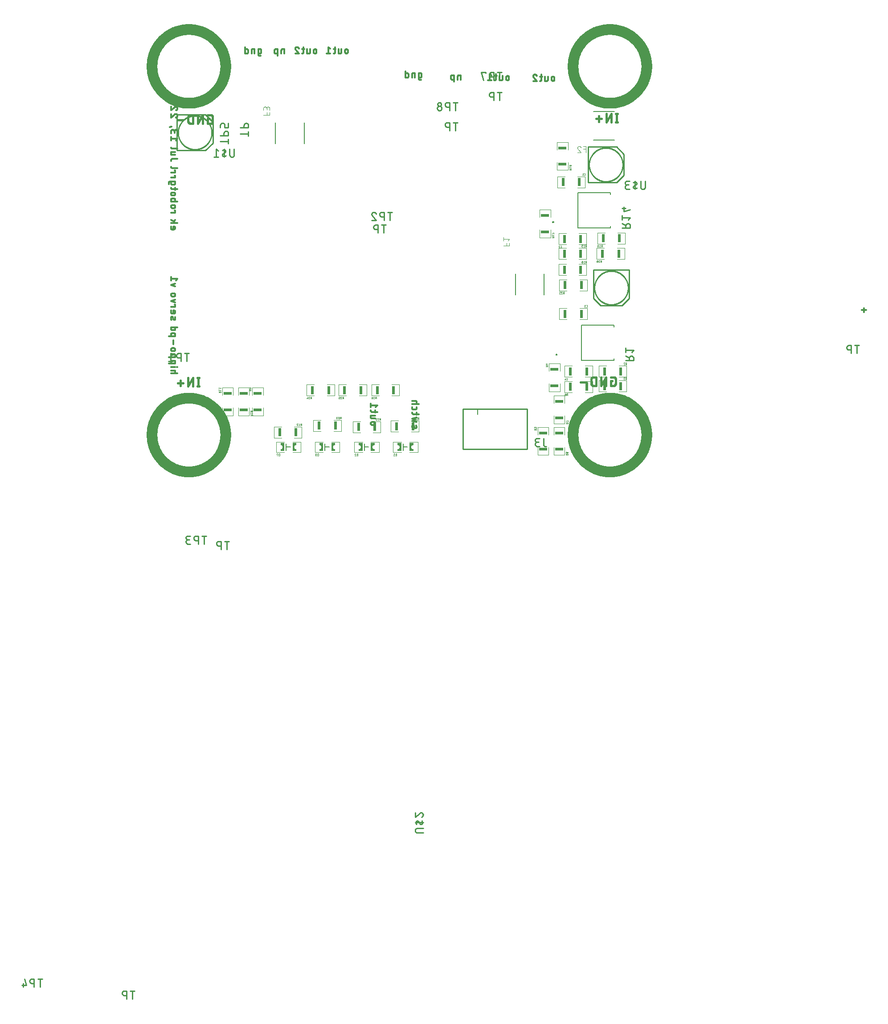
<source format=gbr>
G04 EAGLE Gerber RS-274X export*
G75*
%MOMM*%
%FSLAX34Y34*%
%LPD*%
%INSilkscreen Bottom*%
%IPPOS*%
%AMOC8*
5,1,8,0,0,1.08239X$1,22.5*%
G01*
%ADD10C,0.406400*%
%ADD11C,0.304800*%
%ADD12C,2.000000*%
%ADD13C,0.127000*%
%ADD14C,0.228600*%
%ADD15C,0.254000*%
%ADD16C,0.100000*%
%ADD17R,1.600000X0.500000*%
%ADD18R,0.100000X3.600000*%
%ADD19C,0.025400*%
%ADD20R,1.700000X0.100000*%
%ADD21C,0.200000*%
%ADD22R,0.500000X1.600000*%
%ADD23R,3.600000X0.100000*%
%ADD24C,0.101600*%

G36*
X726065Y202049D02*
X726065Y202049D01*
X726065Y202050D01*
X726065Y217050D01*
X726061Y217055D01*
X726060Y217055D01*
X719060Y217055D01*
X719055Y217051D01*
X719055Y217050D01*
X719055Y213550D01*
X719059Y213545D01*
X719949Y213445D01*
X720793Y213149D01*
X721551Y212673D01*
X722183Y212041D01*
X722659Y211283D01*
X722955Y210439D01*
X723055Y209550D01*
X722955Y208661D01*
X722659Y207817D01*
X722183Y207059D01*
X721551Y206427D01*
X720793Y205951D01*
X719949Y205655D01*
X719059Y205555D01*
X719055Y205550D01*
X719055Y202050D01*
X719059Y202045D01*
X719060Y202045D01*
X726060Y202045D01*
X726065Y202049D01*
G37*
G36*
X503815Y202049D02*
X503815Y202049D01*
X503815Y202050D01*
X503815Y217050D01*
X503811Y217055D01*
X503810Y217055D01*
X496810Y217055D01*
X496805Y217051D01*
X496805Y217050D01*
X496805Y213550D01*
X496809Y213545D01*
X497699Y213445D01*
X498543Y213149D01*
X499301Y212673D01*
X499933Y212041D01*
X500409Y211283D01*
X500705Y210439D01*
X500805Y209550D01*
X500705Y208661D01*
X500409Y207817D01*
X499933Y207059D01*
X499301Y206427D01*
X498543Y205951D01*
X497699Y205655D01*
X496809Y205555D01*
X496805Y205550D01*
X496805Y202050D01*
X496809Y202045D01*
X496810Y202045D01*
X503810Y202045D01*
X503815Y202049D01*
G37*
G36*
X577475Y202049D02*
X577475Y202049D01*
X577475Y202050D01*
X577475Y217050D01*
X577471Y217055D01*
X577470Y217055D01*
X570470Y217055D01*
X570465Y217051D01*
X570465Y217050D01*
X570465Y213550D01*
X570469Y213545D01*
X571359Y213445D01*
X572203Y213149D01*
X572961Y212673D01*
X573593Y212041D01*
X574069Y211283D01*
X574365Y210439D01*
X574465Y209550D01*
X574365Y208661D01*
X574069Y207817D01*
X573593Y207059D01*
X572961Y206427D01*
X572203Y205951D01*
X571359Y205655D01*
X570469Y205555D01*
X570465Y205550D01*
X570465Y202050D01*
X570469Y202045D01*
X570470Y202045D01*
X577470Y202045D01*
X577475Y202049D01*
G37*
G36*
X652405Y202049D02*
X652405Y202049D01*
X652405Y202050D01*
X652405Y217050D01*
X652401Y217055D01*
X652400Y217055D01*
X645400Y217055D01*
X645395Y217051D01*
X645395Y217050D01*
X645395Y213550D01*
X645399Y213545D01*
X646289Y213445D01*
X647133Y213149D01*
X647891Y212673D01*
X648523Y212041D01*
X648999Y211283D01*
X649295Y210439D01*
X649395Y209550D01*
X649295Y208661D01*
X648999Y207817D01*
X648523Y207059D01*
X647891Y206427D01*
X647133Y205951D01*
X646289Y205655D01*
X645399Y205555D01*
X645395Y205550D01*
X645395Y202050D01*
X645399Y202045D01*
X645400Y202045D01*
X652400Y202045D01*
X652405Y202049D01*
G37*
G36*
X675405Y202049D02*
X675405Y202049D01*
X675405Y202050D01*
X675405Y205550D01*
X675401Y205555D01*
X675286Y205568D01*
X674977Y205603D01*
X674801Y205623D01*
X674668Y205637D01*
X674511Y205655D01*
X673667Y205951D01*
X672909Y206427D01*
X672277Y207059D01*
X671801Y207817D01*
X671505Y208661D01*
X671405Y209550D01*
X671505Y210439D01*
X671801Y211283D01*
X672277Y212041D01*
X672909Y212673D01*
X673667Y213149D01*
X674511Y213445D01*
X675401Y213545D01*
X675405Y213550D01*
X675405Y217050D01*
X675401Y217055D01*
X675400Y217055D01*
X668400Y217055D01*
X668395Y217051D01*
X668395Y217050D01*
X668395Y202050D01*
X668399Y202045D01*
X668400Y202045D01*
X675400Y202045D01*
X675405Y202049D01*
G37*
G36*
X526815Y202049D02*
X526815Y202049D01*
X526815Y202050D01*
X526815Y205550D01*
X526811Y205555D01*
X526696Y205568D01*
X526387Y205603D01*
X526211Y205623D01*
X526078Y205637D01*
X525921Y205655D01*
X525077Y205951D01*
X524319Y206427D01*
X523687Y207059D01*
X523211Y207817D01*
X522915Y208661D01*
X522815Y209550D01*
X522915Y210439D01*
X523211Y211283D01*
X523687Y212041D01*
X524319Y212673D01*
X525077Y213149D01*
X525921Y213445D01*
X526811Y213545D01*
X526815Y213550D01*
X526815Y217050D01*
X526811Y217055D01*
X526810Y217055D01*
X519810Y217055D01*
X519805Y217051D01*
X519805Y217050D01*
X519805Y202050D01*
X519809Y202045D01*
X519810Y202045D01*
X526810Y202045D01*
X526815Y202049D01*
G37*
G36*
X600475Y202049D02*
X600475Y202049D01*
X600475Y202050D01*
X600475Y205550D01*
X600471Y205555D01*
X600356Y205568D01*
X600047Y205603D01*
X599871Y205623D01*
X599738Y205637D01*
X599581Y205655D01*
X598737Y205951D01*
X597979Y206427D01*
X597347Y207059D01*
X596871Y207817D01*
X596575Y208661D01*
X596475Y209550D01*
X596575Y210439D01*
X596871Y211283D01*
X597347Y212041D01*
X597979Y212673D01*
X598737Y213149D01*
X599581Y213445D01*
X600471Y213545D01*
X600475Y213550D01*
X600475Y217050D01*
X600471Y217055D01*
X600470Y217055D01*
X593470Y217055D01*
X593465Y217051D01*
X593465Y217050D01*
X593465Y202050D01*
X593469Y202045D01*
X593470Y202045D01*
X600470Y202045D01*
X600475Y202049D01*
G37*
G36*
X749065Y202049D02*
X749065Y202049D01*
X749065Y202050D01*
X749065Y205550D01*
X749061Y205555D01*
X748946Y205568D01*
X748637Y205603D01*
X748461Y205623D01*
X748328Y205637D01*
X748171Y205655D01*
X747327Y205951D01*
X746569Y206427D01*
X745937Y207059D01*
X745461Y207817D01*
X745165Y208661D01*
X745065Y209550D01*
X745165Y210439D01*
X745461Y211283D01*
X745937Y212041D01*
X746569Y212673D01*
X747327Y213149D01*
X748171Y213445D01*
X749061Y213545D01*
X749065Y213550D01*
X749065Y217050D01*
X749061Y217055D01*
X749060Y217055D01*
X742060Y217055D01*
X742055Y217051D01*
X742055Y217050D01*
X742055Y202050D01*
X742059Y202045D01*
X742060Y202045D01*
X749060Y202045D01*
X749065Y202049D01*
G37*
D10*
X340332Y340868D02*
X340332Y324612D01*
X342138Y324612D02*
X338526Y324612D01*
X338526Y340868D02*
X342138Y340868D01*
X330283Y340868D02*
X330283Y324612D01*
X321252Y324612D02*
X330283Y340868D01*
X321252Y340868D02*
X321252Y324612D01*
X311961Y330934D02*
X301124Y330934D01*
X306543Y336352D02*
X306543Y325515D01*
X1124317Y334913D02*
X1127026Y334913D01*
X1124317Y334913D02*
X1124317Y325882D01*
X1129736Y325882D01*
X1129854Y325884D01*
X1129972Y325890D01*
X1130090Y325899D01*
X1130207Y325913D01*
X1130324Y325930D01*
X1130441Y325951D01*
X1130556Y325976D01*
X1130671Y326005D01*
X1130785Y326038D01*
X1130897Y326074D01*
X1131008Y326114D01*
X1131118Y326157D01*
X1131227Y326204D01*
X1131334Y326254D01*
X1131439Y326309D01*
X1131542Y326366D01*
X1131643Y326427D01*
X1131743Y326491D01*
X1131840Y326558D01*
X1131935Y326628D01*
X1132027Y326702D01*
X1132118Y326778D01*
X1132205Y326858D01*
X1132290Y326940D01*
X1132372Y327025D01*
X1132452Y327112D01*
X1132528Y327203D01*
X1132602Y327295D01*
X1132672Y327390D01*
X1132739Y327487D01*
X1132803Y327587D01*
X1132864Y327688D01*
X1132921Y327791D01*
X1132976Y327896D01*
X1133026Y328003D01*
X1133073Y328112D01*
X1133116Y328222D01*
X1133156Y328333D01*
X1133192Y328445D01*
X1133225Y328559D01*
X1133254Y328674D01*
X1133279Y328789D01*
X1133300Y328906D01*
X1133317Y329023D01*
X1133331Y329140D01*
X1133340Y329258D01*
X1133346Y329376D01*
X1133348Y329494D01*
X1133348Y338526D01*
X1133346Y338644D01*
X1133340Y338762D01*
X1133331Y338880D01*
X1133317Y338997D01*
X1133300Y339114D01*
X1133279Y339231D01*
X1133254Y339346D01*
X1133225Y339461D01*
X1133192Y339575D01*
X1133156Y339687D01*
X1133116Y339798D01*
X1133073Y339908D01*
X1133026Y340017D01*
X1132976Y340124D01*
X1132921Y340229D01*
X1132864Y340332D01*
X1132803Y340433D01*
X1132739Y340533D01*
X1132672Y340630D01*
X1132602Y340725D01*
X1132528Y340817D01*
X1132452Y340908D01*
X1132372Y340995D01*
X1132290Y341080D01*
X1132205Y341162D01*
X1132118Y341242D01*
X1132027Y341318D01*
X1131935Y341392D01*
X1131840Y341462D01*
X1131743Y341529D01*
X1131643Y341593D01*
X1131542Y341654D01*
X1131439Y341711D01*
X1131334Y341766D01*
X1131227Y341816D01*
X1131118Y341863D01*
X1131008Y341906D01*
X1130897Y341946D01*
X1130785Y341982D01*
X1130671Y342015D01*
X1130556Y342044D01*
X1130441Y342069D01*
X1130324Y342090D01*
X1130207Y342107D01*
X1130090Y342121D01*
X1129972Y342130D01*
X1129854Y342136D01*
X1129736Y342138D01*
X1124317Y342138D01*
X1114706Y342138D02*
X1114706Y325882D01*
X1105675Y325882D02*
X1114706Y342138D01*
X1105675Y342138D02*
X1105675Y325882D01*
X1096063Y325882D02*
X1096063Y342138D01*
X1091548Y342138D01*
X1091417Y342136D01*
X1091285Y342130D01*
X1091154Y342121D01*
X1091024Y342107D01*
X1090893Y342090D01*
X1090764Y342069D01*
X1090635Y342045D01*
X1090507Y342016D01*
X1090379Y341984D01*
X1090253Y341948D01*
X1090128Y341909D01*
X1090003Y341866D01*
X1089881Y341819D01*
X1089759Y341769D01*
X1089639Y341715D01*
X1089521Y341658D01*
X1089405Y341597D01*
X1089290Y341533D01*
X1089177Y341466D01*
X1089066Y341395D01*
X1088958Y341321D01*
X1088851Y341244D01*
X1088747Y341164D01*
X1088645Y341081D01*
X1088546Y340996D01*
X1088449Y340907D01*
X1088355Y340815D01*
X1088263Y340721D01*
X1088174Y340624D01*
X1088089Y340525D01*
X1088006Y340423D01*
X1087926Y340319D01*
X1087849Y340212D01*
X1087775Y340104D01*
X1087704Y339993D01*
X1087637Y339880D01*
X1087573Y339765D01*
X1087512Y339649D01*
X1087455Y339531D01*
X1087401Y339411D01*
X1087351Y339289D01*
X1087304Y339167D01*
X1087261Y339042D01*
X1087222Y338917D01*
X1087186Y338791D01*
X1087154Y338663D01*
X1087125Y338535D01*
X1087101Y338406D01*
X1087080Y338277D01*
X1087063Y338146D01*
X1087049Y338016D01*
X1087040Y337885D01*
X1087034Y337753D01*
X1087032Y337622D01*
X1087032Y330398D01*
X1087034Y330267D01*
X1087040Y330135D01*
X1087049Y330004D01*
X1087063Y329874D01*
X1087080Y329743D01*
X1087101Y329614D01*
X1087125Y329485D01*
X1087154Y329357D01*
X1087186Y329229D01*
X1087222Y329103D01*
X1087261Y328978D01*
X1087304Y328853D01*
X1087351Y328731D01*
X1087401Y328609D01*
X1087455Y328489D01*
X1087512Y328371D01*
X1087573Y328255D01*
X1087637Y328140D01*
X1087704Y328027D01*
X1087775Y327916D01*
X1087849Y327808D01*
X1087926Y327701D01*
X1088006Y327597D01*
X1088089Y327495D01*
X1088174Y327396D01*
X1088263Y327299D01*
X1088355Y327205D01*
X1088449Y327113D01*
X1088546Y327024D01*
X1088645Y326939D01*
X1088747Y326856D01*
X1088851Y326776D01*
X1088958Y326699D01*
X1089066Y326625D01*
X1089177Y326554D01*
X1089290Y326487D01*
X1089405Y326423D01*
X1089521Y326362D01*
X1089639Y326305D01*
X1089759Y326251D01*
X1089881Y326201D01*
X1090003Y326154D01*
X1090128Y326111D01*
X1090253Y326072D01*
X1090379Y326036D01*
X1090507Y326004D01*
X1090635Y325975D01*
X1090764Y325951D01*
X1090893Y325930D01*
X1091024Y325913D01*
X1091154Y325899D01*
X1091285Y325890D01*
X1091417Y325884D01*
X1091548Y325882D01*
X1096063Y325882D01*
X1077742Y332204D02*
X1066904Y332204D01*
X1135352Y826262D02*
X1135352Y842518D01*
X1137158Y826262D02*
X1133546Y826262D01*
X1133546Y842518D02*
X1137158Y842518D01*
X1125303Y842518D02*
X1125303Y826262D01*
X1116272Y826262D02*
X1125303Y842518D01*
X1116272Y842518D02*
X1116272Y826262D01*
X1106981Y832584D02*
X1096144Y832584D01*
X1101563Y838002D02*
X1101563Y827165D01*
X361216Y832753D02*
X358507Y832753D01*
X358507Y823722D01*
X363926Y823722D01*
X364044Y823724D01*
X364162Y823730D01*
X364280Y823739D01*
X364397Y823753D01*
X364514Y823770D01*
X364631Y823791D01*
X364746Y823816D01*
X364861Y823845D01*
X364975Y823878D01*
X365087Y823914D01*
X365198Y823954D01*
X365308Y823997D01*
X365417Y824044D01*
X365524Y824094D01*
X365629Y824149D01*
X365732Y824206D01*
X365833Y824267D01*
X365933Y824331D01*
X366030Y824398D01*
X366125Y824468D01*
X366217Y824542D01*
X366308Y824618D01*
X366395Y824698D01*
X366480Y824780D01*
X366562Y824865D01*
X366642Y824952D01*
X366718Y825043D01*
X366792Y825135D01*
X366862Y825230D01*
X366929Y825327D01*
X366993Y825427D01*
X367054Y825528D01*
X367111Y825631D01*
X367166Y825736D01*
X367216Y825843D01*
X367263Y825952D01*
X367306Y826062D01*
X367346Y826173D01*
X367382Y826285D01*
X367415Y826399D01*
X367444Y826514D01*
X367469Y826629D01*
X367490Y826746D01*
X367507Y826863D01*
X367521Y826980D01*
X367530Y827098D01*
X367536Y827216D01*
X367538Y827334D01*
X367538Y836366D01*
X367536Y836484D01*
X367530Y836602D01*
X367521Y836720D01*
X367507Y836837D01*
X367490Y836954D01*
X367469Y837071D01*
X367444Y837186D01*
X367415Y837301D01*
X367382Y837415D01*
X367346Y837527D01*
X367306Y837638D01*
X367263Y837748D01*
X367216Y837857D01*
X367166Y837964D01*
X367111Y838069D01*
X367054Y838172D01*
X366993Y838273D01*
X366929Y838373D01*
X366862Y838470D01*
X366792Y838565D01*
X366718Y838657D01*
X366642Y838748D01*
X366562Y838835D01*
X366480Y838920D01*
X366395Y839002D01*
X366308Y839082D01*
X366217Y839158D01*
X366125Y839232D01*
X366030Y839302D01*
X365933Y839369D01*
X365833Y839433D01*
X365732Y839494D01*
X365629Y839551D01*
X365524Y839606D01*
X365417Y839656D01*
X365308Y839703D01*
X365198Y839746D01*
X365087Y839786D01*
X364975Y839822D01*
X364861Y839855D01*
X364746Y839884D01*
X364631Y839909D01*
X364514Y839930D01*
X364397Y839947D01*
X364280Y839961D01*
X364162Y839970D01*
X364044Y839976D01*
X363926Y839978D01*
X358507Y839978D01*
X348896Y839978D02*
X348896Y823722D01*
X339865Y823722D02*
X348896Y839978D01*
X339865Y839978D02*
X339865Y823722D01*
X330253Y823722D02*
X330253Y839978D01*
X325738Y839978D01*
X325607Y839976D01*
X325475Y839970D01*
X325344Y839961D01*
X325214Y839947D01*
X325083Y839930D01*
X324954Y839909D01*
X324825Y839885D01*
X324697Y839856D01*
X324569Y839824D01*
X324443Y839788D01*
X324318Y839749D01*
X324193Y839706D01*
X324071Y839659D01*
X323949Y839609D01*
X323829Y839555D01*
X323711Y839498D01*
X323595Y839437D01*
X323480Y839373D01*
X323367Y839306D01*
X323256Y839235D01*
X323148Y839161D01*
X323041Y839084D01*
X322937Y839004D01*
X322835Y838921D01*
X322736Y838836D01*
X322639Y838747D01*
X322545Y838655D01*
X322453Y838561D01*
X322364Y838464D01*
X322279Y838365D01*
X322196Y838263D01*
X322116Y838159D01*
X322039Y838052D01*
X321965Y837944D01*
X321894Y837833D01*
X321827Y837720D01*
X321763Y837605D01*
X321702Y837489D01*
X321645Y837371D01*
X321591Y837251D01*
X321541Y837129D01*
X321494Y837007D01*
X321451Y836882D01*
X321412Y836757D01*
X321376Y836631D01*
X321344Y836503D01*
X321315Y836375D01*
X321291Y836246D01*
X321270Y836117D01*
X321253Y835986D01*
X321239Y835856D01*
X321230Y835725D01*
X321224Y835593D01*
X321222Y835462D01*
X321222Y828238D01*
X321224Y828107D01*
X321230Y827975D01*
X321239Y827844D01*
X321253Y827714D01*
X321270Y827583D01*
X321291Y827454D01*
X321315Y827325D01*
X321344Y827197D01*
X321376Y827069D01*
X321412Y826943D01*
X321451Y826818D01*
X321494Y826693D01*
X321541Y826571D01*
X321591Y826449D01*
X321645Y826329D01*
X321702Y826211D01*
X321763Y826095D01*
X321827Y825980D01*
X321894Y825867D01*
X321965Y825756D01*
X322039Y825648D01*
X322116Y825541D01*
X322196Y825437D01*
X322279Y825335D01*
X322364Y825236D01*
X322453Y825139D01*
X322545Y825045D01*
X322639Y824953D01*
X322736Y824864D01*
X322835Y824779D01*
X322937Y824696D01*
X323041Y824616D01*
X323148Y824539D01*
X323256Y824465D01*
X323367Y824394D01*
X323480Y824327D01*
X323595Y824263D01*
X323711Y824202D01*
X323829Y824145D01*
X323949Y824091D01*
X324071Y824041D01*
X324193Y823994D01*
X324318Y823951D01*
X324443Y823912D01*
X324569Y823876D01*
X324697Y823844D01*
X324825Y823815D01*
X324954Y823791D01*
X325083Y823770D01*
X325214Y823753D01*
X325344Y823739D01*
X325475Y823730D01*
X325607Y823724D01*
X325738Y823722D01*
X330253Y823722D01*
X311932Y830044D02*
X301094Y830044D01*
D11*
X750401Y249825D02*
X751755Y246439D01*
X751756Y246439D02*
X751788Y246363D01*
X751824Y246289D01*
X751864Y246216D01*
X751906Y246145D01*
X751952Y246077D01*
X752002Y246011D01*
X752054Y245947D01*
X752109Y245885D01*
X752167Y245827D01*
X752228Y245771D01*
X752292Y245718D01*
X752357Y245668D01*
X752425Y245621D01*
X752496Y245577D01*
X752568Y245537D01*
X752642Y245500D01*
X752717Y245467D01*
X752794Y245438D01*
X752873Y245412D01*
X752952Y245389D01*
X753033Y245371D01*
X753114Y245356D01*
X753196Y245345D01*
X753278Y245338D01*
X753361Y245335D01*
X753444Y245336D01*
X753526Y245341D01*
X753608Y245349D01*
X753690Y245361D01*
X753771Y245378D01*
X753851Y245398D01*
X753930Y245421D01*
X754008Y245449D01*
X754084Y245480D01*
X754159Y245515D01*
X754233Y245553D01*
X754304Y245594D01*
X754374Y245639D01*
X754441Y245687D01*
X754506Y245738D01*
X754568Y245792D01*
X754628Y245849D01*
X754685Y245909D01*
X754739Y245971D01*
X754790Y246036D01*
X754838Y246103D01*
X754883Y246173D01*
X754924Y246244D01*
X754962Y246318D01*
X754997Y246393D01*
X755028Y246469D01*
X755056Y246547D01*
X755079Y246626D01*
X755099Y246706D01*
X755116Y246787D01*
X755128Y246869D01*
X755136Y246951D01*
X755141Y247033D01*
X755142Y247116D01*
X755137Y247301D01*
X755128Y247486D01*
X755114Y247670D01*
X755096Y247854D01*
X755074Y248038D01*
X755047Y248221D01*
X755015Y248403D01*
X754979Y248584D01*
X754939Y248765D01*
X754895Y248944D01*
X754846Y249123D01*
X754793Y249300D01*
X754736Y249476D01*
X754674Y249650D01*
X754609Y249823D01*
X754539Y249994D01*
X754465Y250164D01*
X750400Y249825D02*
X750368Y249901D01*
X750332Y249975D01*
X750292Y250048D01*
X750250Y250119D01*
X750204Y250187D01*
X750154Y250253D01*
X750102Y250317D01*
X750047Y250379D01*
X749989Y250437D01*
X749928Y250493D01*
X749864Y250546D01*
X749799Y250596D01*
X749731Y250643D01*
X749660Y250687D01*
X749588Y250727D01*
X749514Y250763D01*
X749439Y250797D01*
X749362Y250826D01*
X749283Y250852D01*
X749204Y250875D01*
X749123Y250893D01*
X749042Y250908D01*
X748960Y250919D01*
X748878Y250926D01*
X748795Y250929D01*
X748713Y250928D01*
X748630Y250923D01*
X748548Y250915D01*
X748466Y250903D01*
X748385Y250886D01*
X748305Y250866D01*
X748226Y250843D01*
X748148Y250815D01*
X748072Y250784D01*
X747997Y250749D01*
X747923Y250711D01*
X747852Y250670D01*
X747783Y250625D01*
X747715Y250577D01*
X747650Y250526D01*
X747588Y250472D01*
X747528Y250415D01*
X747471Y250355D01*
X747417Y250293D01*
X747366Y250228D01*
X747318Y250161D01*
X747273Y250091D01*
X747232Y250020D01*
X747194Y249946D01*
X747159Y249871D01*
X747128Y249795D01*
X747100Y249717D01*
X747077Y249638D01*
X747057Y249558D01*
X747040Y249477D01*
X747028Y249395D01*
X747020Y249313D01*
X747015Y249231D01*
X747014Y249148D01*
X747013Y249148D02*
X747020Y248876D01*
X747034Y248605D01*
X747054Y248334D01*
X747080Y248064D01*
X747113Y247794D01*
X747152Y247525D01*
X747197Y247257D01*
X747249Y246990D01*
X747307Y246725D01*
X747371Y246461D01*
X747442Y246199D01*
X747519Y245938D01*
X747602Y245679D01*
X747691Y245423D01*
X747014Y259332D02*
X755142Y257300D01*
X752433Y261364D02*
X747014Y259332D01*
X747014Y263396D02*
X752433Y261364D01*
X755142Y265428D02*
X747014Y263396D01*
X755142Y270547D02*
X755142Y274611D01*
X759206Y271901D02*
X749046Y271901D01*
X748957Y271903D01*
X748869Y271909D01*
X748781Y271918D01*
X748693Y271932D01*
X748606Y271949D01*
X748520Y271970D01*
X748435Y271995D01*
X748351Y272024D01*
X748268Y272056D01*
X748187Y272091D01*
X748108Y272131D01*
X748030Y272173D01*
X747954Y272219D01*
X747880Y272268D01*
X747809Y272321D01*
X747740Y272376D01*
X747673Y272435D01*
X747609Y272496D01*
X747548Y272560D01*
X747489Y272627D01*
X747434Y272696D01*
X747381Y272767D01*
X747332Y272841D01*
X747286Y272917D01*
X747244Y272995D01*
X747204Y273074D01*
X747169Y273155D01*
X747137Y273238D01*
X747108Y273322D01*
X747083Y273407D01*
X747062Y273493D01*
X747045Y273580D01*
X747031Y273668D01*
X747022Y273756D01*
X747016Y273844D01*
X747014Y273933D01*
X747014Y274611D01*
X747014Y282616D02*
X747014Y285326D01*
X747014Y282616D02*
X747016Y282527D01*
X747022Y282439D01*
X747031Y282351D01*
X747045Y282263D01*
X747062Y282176D01*
X747083Y282090D01*
X747108Y282005D01*
X747137Y281921D01*
X747169Y281838D01*
X747204Y281757D01*
X747244Y281678D01*
X747286Y281600D01*
X747332Y281524D01*
X747381Y281450D01*
X747434Y281379D01*
X747489Y281310D01*
X747548Y281243D01*
X747609Y281179D01*
X747673Y281118D01*
X747740Y281059D01*
X747809Y281004D01*
X747880Y280951D01*
X747954Y280902D01*
X748030Y280856D01*
X748108Y280814D01*
X748187Y280774D01*
X748268Y280739D01*
X748351Y280707D01*
X748435Y280678D01*
X748520Y280653D01*
X748606Y280632D01*
X748693Y280615D01*
X748781Y280601D01*
X748869Y280592D01*
X748957Y280586D01*
X749046Y280584D01*
X753110Y280584D01*
X753199Y280586D01*
X753287Y280592D01*
X753375Y280601D01*
X753463Y280615D01*
X753550Y280632D01*
X753636Y280653D01*
X753721Y280678D01*
X753805Y280707D01*
X753888Y280739D01*
X753969Y280774D01*
X754048Y280814D01*
X754126Y280856D01*
X754202Y280902D01*
X754276Y280951D01*
X754347Y281004D01*
X754416Y281059D01*
X754483Y281118D01*
X754547Y281179D01*
X754608Y281243D01*
X754667Y281310D01*
X754722Y281379D01*
X754775Y281450D01*
X754824Y281524D01*
X754870Y281600D01*
X754912Y281678D01*
X754952Y281757D01*
X754987Y281838D01*
X755019Y281921D01*
X755048Y282005D01*
X755073Y282090D01*
X755094Y282176D01*
X755111Y282263D01*
X755125Y282351D01*
X755134Y282439D01*
X755140Y282527D01*
X755142Y282616D01*
X755142Y285326D01*
X759206Y291507D02*
X747014Y291507D01*
X755142Y291507D02*
X755142Y294894D01*
X755140Y294983D01*
X755134Y295071D01*
X755125Y295159D01*
X755111Y295247D01*
X755094Y295334D01*
X755073Y295420D01*
X755048Y295505D01*
X755019Y295589D01*
X754987Y295672D01*
X754952Y295753D01*
X754912Y295832D01*
X754870Y295910D01*
X754824Y295986D01*
X754775Y296060D01*
X754722Y296131D01*
X754667Y296200D01*
X754608Y296267D01*
X754547Y296331D01*
X754483Y296392D01*
X754416Y296451D01*
X754347Y296506D01*
X754276Y296559D01*
X754202Y296608D01*
X754126Y296654D01*
X754048Y296696D01*
X753969Y296736D01*
X753888Y296771D01*
X753805Y296803D01*
X753721Y296832D01*
X753636Y296857D01*
X753550Y296878D01*
X753463Y296895D01*
X753375Y296909D01*
X753287Y296918D01*
X753199Y296924D01*
X753110Y296926D01*
X747014Y296926D01*
X673693Y251529D02*
X670983Y251529D01*
X673693Y251529D02*
X673796Y251531D01*
X673898Y251537D01*
X674000Y251546D01*
X674102Y251560D01*
X674203Y251577D01*
X674303Y251599D01*
X674402Y251624D01*
X674501Y251652D01*
X674598Y251685D01*
X674694Y251721D01*
X674789Y251760D01*
X674882Y251804D01*
X674973Y251850D01*
X675062Y251901D01*
X675150Y251954D01*
X675235Y252011D01*
X675318Y252071D01*
X675399Y252134D01*
X675478Y252200D01*
X675553Y252269D01*
X675627Y252341D01*
X675697Y252415D01*
X675765Y252492D01*
X675829Y252572D01*
X675891Y252654D01*
X675949Y252738D01*
X676004Y252825D01*
X676056Y252913D01*
X676104Y253004D01*
X676149Y253096D01*
X676191Y253189D01*
X676229Y253285D01*
X676263Y253381D01*
X676294Y253479D01*
X676320Y253578D01*
X676344Y253678D01*
X676363Y253779D01*
X676378Y253880D01*
X676390Y253982D01*
X676398Y254084D01*
X676402Y254187D01*
X676402Y254289D01*
X676398Y254392D01*
X676390Y254494D01*
X676378Y254596D01*
X676363Y254697D01*
X676344Y254798D01*
X676320Y254898D01*
X676294Y254997D01*
X676263Y255095D01*
X676229Y255191D01*
X676191Y255287D01*
X676149Y255380D01*
X676104Y255472D01*
X676056Y255563D01*
X676004Y255651D01*
X675949Y255738D01*
X675891Y255822D01*
X675829Y255904D01*
X675765Y255984D01*
X675697Y256061D01*
X675627Y256135D01*
X675553Y256207D01*
X675478Y256276D01*
X675399Y256342D01*
X675318Y256405D01*
X675235Y256465D01*
X675150Y256522D01*
X675062Y256575D01*
X674973Y256626D01*
X674882Y256672D01*
X674789Y256716D01*
X674694Y256755D01*
X674598Y256791D01*
X674501Y256824D01*
X674402Y256852D01*
X674303Y256877D01*
X674203Y256899D01*
X674102Y256916D01*
X674000Y256930D01*
X673898Y256939D01*
X673796Y256945D01*
X673693Y256947D01*
X670983Y256947D01*
X670880Y256945D01*
X670778Y256939D01*
X670676Y256930D01*
X670574Y256916D01*
X670473Y256899D01*
X670373Y256877D01*
X670274Y256852D01*
X670175Y256824D01*
X670078Y256791D01*
X669982Y256755D01*
X669887Y256716D01*
X669794Y256672D01*
X669703Y256626D01*
X669614Y256575D01*
X669526Y256522D01*
X669441Y256465D01*
X669358Y256405D01*
X669277Y256342D01*
X669198Y256276D01*
X669123Y256207D01*
X669049Y256135D01*
X668979Y256061D01*
X668911Y255984D01*
X668847Y255904D01*
X668785Y255822D01*
X668727Y255738D01*
X668672Y255651D01*
X668620Y255563D01*
X668572Y255472D01*
X668527Y255380D01*
X668485Y255287D01*
X668447Y255191D01*
X668413Y255095D01*
X668382Y254997D01*
X668356Y254898D01*
X668332Y254798D01*
X668313Y254697D01*
X668298Y254596D01*
X668286Y254494D01*
X668278Y254392D01*
X668274Y254289D01*
X668274Y254187D01*
X668278Y254084D01*
X668286Y253982D01*
X668298Y253880D01*
X668313Y253779D01*
X668332Y253678D01*
X668356Y253578D01*
X668382Y253479D01*
X668413Y253381D01*
X668447Y253285D01*
X668485Y253189D01*
X668527Y253096D01*
X668572Y253004D01*
X668620Y252913D01*
X668672Y252825D01*
X668727Y252738D01*
X668785Y252654D01*
X668847Y252572D01*
X668911Y252492D01*
X668979Y252415D01*
X669049Y252341D01*
X669123Y252269D01*
X669198Y252200D01*
X669277Y252134D01*
X669358Y252071D01*
X669441Y252011D01*
X669526Y251954D01*
X669614Y251901D01*
X669703Y251850D01*
X669794Y251804D01*
X669887Y251760D01*
X669982Y251721D01*
X670078Y251685D01*
X670175Y251652D01*
X670274Y251624D01*
X670373Y251599D01*
X670473Y251577D01*
X670574Y251560D01*
X670676Y251546D01*
X670778Y251537D01*
X670880Y251531D01*
X670983Y251529D01*
X670306Y263848D02*
X676402Y263848D01*
X670306Y263848D02*
X670217Y263850D01*
X670129Y263856D01*
X670041Y263865D01*
X669953Y263879D01*
X669866Y263896D01*
X669780Y263917D01*
X669695Y263942D01*
X669611Y263971D01*
X669528Y264003D01*
X669447Y264038D01*
X669368Y264078D01*
X669290Y264120D01*
X669214Y264166D01*
X669140Y264215D01*
X669069Y264268D01*
X669000Y264323D01*
X668933Y264382D01*
X668869Y264443D01*
X668808Y264507D01*
X668749Y264574D01*
X668694Y264643D01*
X668641Y264714D01*
X668592Y264788D01*
X668546Y264864D01*
X668504Y264942D01*
X668464Y265021D01*
X668429Y265102D01*
X668397Y265185D01*
X668368Y265269D01*
X668343Y265354D01*
X668322Y265440D01*
X668305Y265527D01*
X668291Y265615D01*
X668282Y265703D01*
X668276Y265791D01*
X668274Y265880D01*
X668274Y269267D01*
X676402Y269267D01*
X676402Y274827D02*
X676402Y278891D01*
X680466Y276182D02*
X670306Y276182D01*
X670217Y276184D01*
X670129Y276190D01*
X670041Y276199D01*
X669953Y276213D01*
X669866Y276230D01*
X669780Y276251D01*
X669695Y276276D01*
X669611Y276305D01*
X669528Y276337D01*
X669447Y276372D01*
X669368Y276412D01*
X669290Y276454D01*
X669214Y276500D01*
X669140Y276549D01*
X669069Y276602D01*
X669000Y276657D01*
X668933Y276716D01*
X668869Y276777D01*
X668808Y276841D01*
X668749Y276908D01*
X668694Y276977D01*
X668641Y277048D01*
X668592Y277122D01*
X668546Y277198D01*
X668504Y277276D01*
X668464Y277355D01*
X668429Y277436D01*
X668397Y277519D01*
X668368Y277603D01*
X668343Y277688D01*
X668322Y277774D01*
X668305Y277861D01*
X668291Y277949D01*
X668282Y278037D01*
X668276Y278125D01*
X668274Y278214D01*
X668274Y278891D01*
X677757Y285073D02*
X680466Y288459D01*
X668274Y288459D01*
X668274Y285073D02*
X668274Y291846D01*
X1605195Y465328D02*
X1605195Y473456D01*
X1601131Y469392D02*
X1609259Y469392D01*
X1017201Y907203D02*
X1017201Y909913D01*
X1017199Y910016D01*
X1017193Y910118D01*
X1017184Y910220D01*
X1017170Y910322D01*
X1017153Y910423D01*
X1017131Y910523D01*
X1017106Y910622D01*
X1017078Y910721D01*
X1017045Y910818D01*
X1017009Y910914D01*
X1016970Y911009D01*
X1016926Y911102D01*
X1016880Y911193D01*
X1016829Y911282D01*
X1016776Y911370D01*
X1016719Y911455D01*
X1016659Y911538D01*
X1016596Y911619D01*
X1016530Y911698D01*
X1016461Y911773D01*
X1016389Y911847D01*
X1016315Y911917D01*
X1016238Y911985D01*
X1016158Y912049D01*
X1016076Y912111D01*
X1015992Y912169D01*
X1015905Y912224D01*
X1015817Y912276D01*
X1015726Y912324D01*
X1015634Y912369D01*
X1015541Y912411D01*
X1015445Y912449D01*
X1015349Y912483D01*
X1015251Y912514D01*
X1015152Y912540D01*
X1015052Y912564D01*
X1014951Y912583D01*
X1014850Y912598D01*
X1014748Y912610D01*
X1014646Y912618D01*
X1014543Y912622D01*
X1014441Y912622D01*
X1014338Y912618D01*
X1014236Y912610D01*
X1014134Y912598D01*
X1014033Y912583D01*
X1013932Y912564D01*
X1013832Y912540D01*
X1013733Y912514D01*
X1013635Y912483D01*
X1013539Y912449D01*
X1013443Y912411D01*
X1013350Y912369D01*
X1013258Y912324D01*
X1013167Y912276D01*
X1013079Y912224D01*
X1012992Y912169D01*
X1012908Y912111D01*
X1012826Y912049D01*
X1012746Y911985D01*
X1012669Y911917D01*
X1012595Y911847D01*
X1012523Y911773D01*
X1012454Y911698D01*
X1012388Y911619D01*
X1012325Y911538D01*
X1012265Y911455D01*
X1012208Y911370D01*
X1012155Y911282D01*
X1012104Y911193D01*
X1012058Y911102D01*
X1012014Y911009D01*
X1011975Y910914D01*
X1011939Y910818D01*
X1011906Y910721D01*
X1011878Y910622D01*
X1011853Y910523D01*
X1011831Y910423D01*
X1011814Y910322D01*
X1011800Y910220D01*
X1011791Y910118D01*
X1011785Y910016D01*
X1011783Y909913D01*
X1011783Y907203D01*
X1011785Y907100D01*
X1011791Y906998D01*
X1011800Y906896D01*
X1011814Y906794D01*
X1011831Y906693D01*
X1011853Y906593D01*
X1011878Y906494D01*
X1011906Y906395D01*
X1011939Y906298D01*
X1011975Y906202D01*
X1012014Y906107D01*
X1012058Y906014D01*
X1012104Y905923D01*
X1012155Y905834D01*
X1012208Y905746D01*
X1012265Y905661D01*
X1012325Y905578D01*
X1012388Y905497D01*
X1012454Y905418D01*
X1012523Y905343D01*
X1012595Y905269D01*
X1012669Y905199D01*
X1012746Y905131D01*
X1012826Y905067D01*
X1012908Y905005D01*
X1012992Y904947D01*
X1013079Y904892D01*
X1013167Y904840D01*
X1013258Y904792D01*
X1013350Y904747D01*
X1013443Y904705D01*
X1013539Y904667D01*
X1013635Y904633D01*
X1013733Y904602D01*
X1013832Y904576D01*
X1013932Y904552D01*
X1014033Y904533D01*
X1014134Y904518D01*
X1014236Y904506D01*
X1014338Y904498D01*
X1014441Y904494D01*
X1014543Y904494D01*
X1014646Y904498D01*
X1014748Y904506D01*
X1014850Y904518D01*
X1014951Y904533D01*
X1015052Y904552D01*
X1015152Y904576D01*
X1015251Y904602D01*
X1015349Y904633D01*
X1015445Y904667D01*
X1015541Y904705D01*
X1015634Y904747D01*
X1015726Y904792D01*
X1015817Y904840D01*
X1015905Y904892D01*
X1015992Y904947D01*
X1016076Y905005D01*
X1016158Y905067D01*
X1016238Y905131D01*
X1016315Y905199D01*
X1016389Y905269D01*
X1016461Y905343D01*
X1016530Y905418D01*
X1016596Y905497D01*
X1016659Y905578D01*
X1016719Y905661D01*
X1016776Y905746D01*
X1016829Y905834D01*
X1016880Y905923D01*
X1016926Y906014D01*
X1016970Y906107D01*
X1017009Y906202D01*
X1017045Y906298D01*
X1017078Y906395D01*
X1017106Y906494D01*
X1017131Y906593D01*
X1017153Y906693D01*
X1017170Y906794D01*
X1017184Y906896D01*
X1017193Y906998D01*
X1017199Y907100D01*
X1017201Y907203D01*
X1004882Y906526D02*
X1004882Y912622D01*
X1004882Y906526D02*
X1004880Y906437D01*
X1004874Y906349D01*
X1004865Y906261D01*
X1004851Y906173D01*
X1004834Y906086D01*
X1004813Y906000D01*
X1004788Y905915D01*
X1004759Y905831D01*
X1004727Y905748D01*
X1004692Y905667D01*
X1004652Y905588D01*
X1004610Y905510D01*
X1004564Y905434D01*
X1004515Y905360D01*
X1004462Y905289D01*
X1004407Y905220D01*
X1004348Y905153D01*
X1004287Y905089D01*
X1004223Y905028D01*
X1004156Y904969D01*
X1004087Y904914D01*
X1004016Y904861D01*
X1003942Y904812D01*
X1003866Y904766D01*
X1003788Y904724D01*
X1003709Y904684D01*
X1003628Y904649D01*
X1003545Y904617D01*
X1003461Y904588D01*
X1003376Y904563D01*
X1003290Y904542D01*
X1003203Y904525D01*
X1003115Y904511D01*
X1003027Y904502D01*
X1002939Y904496D01*
X1002850Y904494D01*
X999463Y904494D01*
X999463Y912622D01*
X993903Y912622D02*
X989839Y912622D01*
X992548Y916686D02*
X992548Y906526D01*
X992546Y906437D01*
X992540Y906349D01*
X992531Y906261D01*
X992517Y906173D01*
X992500Y906086D01*
X992479Y906000D01*
X992454Y905915D01*
X992425Y905831D01*
X992393Y905748D01*
X992358Y905667D01*
X992318Y905588D01*
X992276Y905510D01*
X992230Y905434D01*
X992181Y905360D01*
X992128Y905289D01*
X992073Y905220D01*
X992014Y905153D01*
X991953Y905089D01*
X991889Y905028D01*
X991822Y904969D01*
X991753Y904914D01*
X991682Y904861D01*
X991608Y904812D01*
X991532Y904766D01*
X991454Y904724D01*
X991375Y904684D01*
X991294Y904649D01*
X991211Y904617D01*
X991127Y904588D01*
X991042Y904563D01*
X990956Y904542D01*
X990869Y904525D01*
X990781Y904511D01*
X990693Y904502D01*
X990605Y904496D01*
X990516Y904494D01*
X989839Y904494D01*
X979932Y916686D02*
X979823Y916684D01*
X979715Y916678D01*
X979606Y916669D01*
X979498Y916655D01*
X979391Y916638D01*
X979284Y916616D01*
X979178Y916591D01*
X979073Y916563D01*
X978969Y916530D01*
X978867Y916494D01*
X978766Y916454D01*
X978666Y916411D01*
X978568Y916364D01*
X978471Y916313D01*
X978377Y916259D01*
X978284Y916202D01*
X978194Y916142D01*
X978105Y916078D01*
X978019Y916011D01*
X977936Y915942D01*
X977855Y915869D01*
X977777Y915793D01*
X977701Y915715D01*
X977628Y915634D01*
X977559Y915551D01*
X977492Y915465D01*
X977428Y915376D01*
X977368Y915286D01*
X977311Y915193D01*
X977257Y915099D01*
X977206Y915002D01*
X977159Y914904D01*
X977116Y914804D01*
X977076Y914703D01*
X977040Y914601D01*
X977007Y914497D01*
X976979Y914392D01*
X976954Y914286D01*
X976932Y914179D01*
X976915Y914072D01*
X976901Y913964D01*
X976892Y913855D01*
X976886Y913747D01*
X976884Y913638D01*
X979932Y916686D02*
X980055Y916684D01*
X980178Y916678D01*
X980301Y916669D01*
X980423Y916655D01*
X980545Y916638D01*
X980666Y916617D01*
X980787Y916592D01*
X980907Y916563D01*
X981025Y916530D01*
X981143Y916494D01*
X981259Y916454D01*
X981375Y916411D01*
X981488Y916363D01*
X981601Y916313D01*
X981711Y916259D01*
X981820Y916201D01*
X981927Y916140D01*
X982032Y916075D01*
X982135Y916008D01*
X982235Y915937D01*
X982334Y915863D01*
X982430Y915786D01*
X982523Y915706D01*
X982614Y915623D01*
X982703Y915537D01*
X982788Y915449D01*
X982871Y915358D01*
X982951Y915264D01*
X983028Y915168D01*
X983102Y915069D01*
X983172Y914969D01*
X983240Y914866D01*
X983304Y914761D01*
X983365Y914654D01*
X983423Y914545D01*
X983477Y914434D01*
X983527Y914322D01*
X983574Y914208D01*
X983618Y914093D01*
X983657Y913977D01*
X977900Y911267D02*
X977821Y911345D01*
X977745Y911425D01*
X977672Y911507D01*
X977602Y911593D01*
X977534Y911680D01*
X977469Y911770D01*
X977408Y911861D01*
X977350Y911955D01*
X977294Y912051D01*
X977243Y912148D01*
X977194Y912248D01*
X977149Y912348D01*
X977107Y912451D01*
X977069Y912554D01*
X977034Y912659D01*
X977003Y912765D01*
X976975Y912872D01*
X976951Y912980D01*
X976930Y913088D01*
X976914Y913197D01*
X976901Y913307D01*
X976891Y913417D01*
X976886Y913528D01*
X976884Y913638D01*
X977900Y911267D02*
X983657Y904494D01*
X976884Y904494D01*
X930841Y908473D02*
X930841Y911183D01*
X930839Y911286D01*
X930833Y911388D01*
X930824Y911490D01*
X930810Y911592D01*
X930793Y911693D01*
X930771Y911793D01*
X930746Y911892D01*
X930718Y911991D01*
X930685Y912088D01*
X930649Y912184D01*
X930610Y912279D01*
X930566Y912372D01*
X930520Y912463D01*
X930469Y912552D01*
X930416Y912640D01*
X930359Y912725D01*
X930299Y912808D01*
X930236Y912889D01*
X930170Y912968D01*
X930101Y913043D01*
X930029Y913117D01*
X929955Y913187D01*
X929878Y913255D01*
X929798Y913319D01*
X929716Y913381D01*
X929632Y913439D01*
X929545Y913494D01*
X929457Y913546D01*
X929366Y913594D01*
X929274Y913639D01*
X929181Y913681D01*
X929085Y913719D01*
X928989Y913753D01*
X928891Y913784D01*
X928792Y913810D01*
X928692Y913834D01*
X928591Y913853D01*
X928490Y913868D01*
X928388Y913880D01*
X928286Y913888D01*
X928183Y913892D01*
X928081Y913892D01*
X927978Y913888D01*
X927876Y913880D01*
X927774Y913868D01*
X927673Y913853D01*
X927572Y913834D01*
X927472Y913810D01*
X927373Y913784D01*
X927275Y913753D01*
X927179Y913719D01*
X927083Y913681D01*
X926990Y913639D01*
X926898Y913594D01*
X926807Y913546D01*
X926719Y913494D01*
X926632Y913439D01*
X926548Y913381D01*
X926466Y913319D01*
X926386Y913255D01*
X926309Y913187D01*
X926235Y913117D01*
X926163Y913043D01*
X926094Y912968D01*
X926028Y912889D01*
X925965Y912808D01*
X925905Y912725D01*
X925848Y912640D01*
X925795Y912552D01*
X925744Y912463D01*
X925698Y912372D01*
X925654Y912279D01*
X925615Y912184D01*
X925579Y912088D01*
X925546Y911991D01*
X925518Y911892D01*
X925493Y911793D01*
X925471Y911693D01*
X925454Y911592D01*
X925440Y911490D01*
X925431Y911388D01*
X925425Y911286D01*
X925423Y911183D01*
X925423Y908473D01*
X925425Y908370D01*
X925431Y908268D01*
X925440Y908166D01*
X925454Y908064D01*
X925471Y907963D01*
X925493Y907863D01*
X925518Y907764D01*
X925546Y907665D01*
X925579Y907568D01*
X925615Y907472D01*
X925654Y907377D01*
X925698Y907284D01*
X925744Y907193D01*
X925795Y907104D01*
X925848Y907016D01*
X925905Y906931D01*
X925965Y906848D01*
X926028Y906767D01*
X926094Y906688D01*
X926163Y906613D01*
X926235Y906539D01*
X926309Y906469D01*
X926386Y906401D01*
X926466Y906337D01*
X926548Y906275D01*
X926632Y906217D01*
X926719Y906162D01*
X926807Y906110D01*
X926898Y906062D01*
X926990Y906017D01*
X927083Y905975D01*
X927179Y905937D01*
X927275Y905903D01*
X927373Y905872D01*
X927472Y905846D01*
X927572Y905822D01*
X927673Y905803D01*
X927774Y905788D01*
X927876Y905776D01*
X927978Y905768D01*
X928081Y905764D01*
X928183Y905764D01*
X928286Y905768D01*
X928388Y905776D01*
X928490Y905788D01*
X928591Y905803D01*
X928692Y905822D01*
X928792Y905846D01*
X928891Y905872D01*
X928989Y905903D01*
X929085Y905937D01*
X929181Y905975D01*
X929274Y906017D01*
X929366Y906062D01*
X929457Y906110D01*
X929545Y906162D01*
X929632Y906217D01*
X929716Y906275D01*
X929798Y906337D01*
X929878Y906401D01*
X929955Y906469D01*
X930029Y906539D01*
X930101Y906613D01*
X930170Y906688D01*
X930236Y906767D01*
X930299Y906848D01*
X930359Y906931D01*
X930416Y907016D01*
X930469Y907104D01*
X930520Y907193D01*
X930566Y907284D01*
X930610Y907377D01*
X930649Y907472D01*
X930685Y907568D01*
X930718Y907665D01*
X930746Y907764D01*
X930771Y907863D01*
X930793Y907963D01*
X930810Y908064D01*
X930824Y908166D01*
X930833Y908268D01*
X930839Y908370D01*
X930841Y908473D01*
X918522Y907796D02*
X918522Y913892D01*
X918522Y907796D02*
X918520Y907707D01*
X918514Y907619D01*
X918505Y907531D01*
X918491Y907443D01*
X918474Y907356D01*
X918453Y907270D01*
X918428Y907185D01*
X918399Y907101D01*
X918367Y907018D01*
X918332Y906937D01*
X918292Y906858D01*
X918250Y906780D01*
X918204Y906704D01*
X918155Y906630D01*
X918102Y906559D01*
X918047Y906490D01*
X917988Y906423D01*
X917927Y906359D01*
X917863Y906298D01*
X917796Y906239D01*
X917727Y906184D01*
X917656Y906131D01*
X917582Y906082D01*
X917506Y906036D01*
X917428Y905994D01*
X917349Y905954D01*
X917268Y905919D01*
X917185Y905887D01*
X917101Y905858D01*
X917016Y905833D01*
X916930Y905812D01*
X916843Y905795D01*
X916755Y905781D01*
X916667Y905772D01*
X916579Y905766D01*
X916490Y905764D01*
X913103Y905764D01*
X913103Y913892D01*
X907543Y913892D02*
X903479Y913892D01*
X906188Y917956D02*
X906188Y907796D01*
X906186Y907707D01*
X906180Y907619D01*
X906171Y907531D01*
X906157Y907443D01*
X906140Y907356D01*
X906119Y907270D01*
X906094Y907185D01*
X906065Y907101D01*
X906033Y907018D01*
X905998Y906937D01*
X905958Y906858D01*
X905916Y906780D01*
X905870Y906704D01*
X905821Y906630D01*
X905768Y906559D01*
X905713Y906490D01*
X905654Y906423D01*
X905593Y906359D01*
X905529Y906298D01*
X905462Y906239D01*
X905393Y906184D01*
X905322Y906131D01*
X905248Y906082D01*
X905172Y906036D01*
X905094Y905994D01*
X905015Y905954D01*
X904934Y905919D01*
X904851Y905887D01*
X904767Y905858D01*
X904682Y905833D01*
X904596Y905812D01*
X904509Y905795D01*
X904421Y905781D01*
X904333Y905772D01*
X904245Y905766D01*
X904156Y905764D01*
X903479Y905764D01*
X897297Y915247D02*
X893911Y917956D01*
X893911Y905764D01*
X897297Y905764D02*
X890524Y905764D01*
X762796Y910844D02*
X759410Y910844D01*
X762796Y910844D02*
X762885Y910846D01*
X762973Y910852D01*
X763061Y910861D01*
X763149Y910875D01*
X763236Y910892D01*
X763322Y910913D01*
X763407Y910938D01*
X763491Y910967D01*
X763574Y910999D01*
X763655Y911034D01*
X763734Y911074D01*
X763812Y911116D01*
X763888Y911162D01*
X763962Y911211D01*
X764033Y911264D01*
X764102Y911319D01*
X764169Y911378D01*
X764233Y911439D01*
X764294Y911503D01*
X764353Y911570D01*
X764408Y911639D01*
X764461Y911710D01*
X764510Y911784D01*
X764556Y911860D01*
X764598Y911938D01*
X764638Y912017D01*
X764673Y912098D01*
X764705Y912181D01*
X764734Y912265D01*
X764759Y912350D01*
X764780Y912436D01*
X764797Y912523D01*
X764811Y912611D01*
X764820Y912699D01*
X764826Y912787D01*
X764828Y912876D01*
X764828Y916940D01*
X764826Y917029D01*
X764820Y917117D01*
X764811Y917205D01*
X764797Y917293D01*
X764780Y917380D01*
X764759Y917466D01*
X764734Y917551D01*
X764705Y917635D01*
X764673Y917718D01*
X764638Y917799D01*
X764598Y917878D01*
X764556Y917956D01*
X764510Y918032D01*
X764461Y918106D01*
X764408Y918177D01*
X764353Y918246D01*
X764294Y918313D01*
X764233Y918377D01*
X764169Y918438D01*
X764102Y918497D01*
X764033Y918552D01*
X763962Y918605D01*
X763888Y918654D01*
X763812Y918700D01*
X763734Y918742D01*
X763655Y918782D01*
X763574Y918817D01*
X763491Y918849D01*
X763407Y918878D01*
X763322Y918903D01*
X763236Y918924D01*
X763149Y918941D01*
X763061Y918955D01*
X762973Y918964D01*
X762885Y918970D01*
X762796Y918972D01*
X759410Y918972D01*
X759410Y908812D01*
X759412Y908723D01*
X759418Y908635D01*
X759427Y908547D01*
X759441Y908459D01*
X759458Y908372D01*
X759479Y908286D01*
X759504Y908201D01*
X759533Y908117D01*
X759565Y908034D01*
X759600Y907953D01*
X759640Y907874D01*
X759682Y907796D01*
X759728Y907720D01*
X759777Y907646D01*
X759830Y907575D01*
X759885Y907506D01*
X759944Y907439D01*
X760005Y907375D01*
X760069Y907314D01*
X760136Y907255D01*
X760205Y907200D01*
X760276Y907147D01*
X760350Y907098D01*
X760426Y907052D01*
X760504Y907010D01*
X760583Y906970D01*
X760664Y906935D01*
X760747Y906903D01*
X760831Y906874D01*
X760916Y906849D01*
X761002Y906828D01*
X761089Y906811D01*
X761177Y906797D01*
X761265Y906788D01*
X761353Y906782D01*
X761442Y906780D01*
X764151Y906780D01*
X751930Y910844D02*
X751930Y918972D01*
X748543Y918972D01*
X748454Y918970D01*
X748366Y918964D01*
X748278Y918955D01*
X748190Y918941D01*
X748103Y918924D01*
X748017Y918903D01*
X747932Y918878D01*
X747848Y918849D01*
X747765Y918817D01*
X747684Y918782D01*
X747605Y918742D01*
X747527Y918700D01*
X747451Y918654D01*
X747377Y918605D01*
X747306Y918552D01*
X747237Y918497D01*
X747170Y918438D01*
X747106Y918377D01*
X747045Y918313D01*
X746986Y918246D01*
X746931Y918177D01*
X746878Y918106D01*
X746829Y918032D01*
X746783Y917956D01*
X746741Y917878D01*
X746701Y917799D01*
X746666Y917718D01*
X746634Y917635D01*
X746605Y917551D01*
X746580Y917466D01*
X746559Y917380D01*
X746542Y917293D01*
X746528Y917205D01*
X746519Y917117D01*
X746513Y917029D01*
X746511Y916940D01*
X746511Y910844D01*
X734314Y910844D02*
X734314Y923036D01*
X734314Y910844D02*
X737701Y910844D01*
X737790Y910846D01*
X737878Y910852D01*
X737966Y910861D01*
X738054Y910875D01*
X738141Y910892D01*
X738227Y910913D01*
X738312Y910938D01*
X738396Y910967D01*
X738479Y910999D01*
X738560Y911034D01*
X738639Y911074D01*
X738717Y911116D01*
X738793Y911162D01*
X738867Y911211D01*
X738938Y911264D01*
X739007Y911319D01*
X739074Y911378D01*
X739138Y911439D01*
X739199Y911503D01*
X739258Y911570D01*
X739313Y911639D01*
X739366Y911710D01*
X739415Y911784D01*
X739461Y911860D01*
X739503Y911938D01*
X739543Y912017D01*
X739578Y912098D01*
X739610Y912181D01*
X739639Y912265D01*
X739664Y912350D01*
X739685Y912436D01*
X739702Y912523D01*
X739716Y912611D01*
X739725Y912699D01*
X739731Y912787D01*
X739733Y912876D01*
X739733Y916940D01*
X739731Y917029D01*
X739725Y917117D01*
X739716Y917205D01*
X739702Y917293D01*
X739685Y917380D01*
X739664Y917466D01*
X739639Y917551D01*
X739610Y917635D01*
X739578Y917718D01*
X739543Y917799D01*
X739503Y917878D01*
X739461Y917956D01*
X739415Y918032D01*
X739366Y918106D01*
X739313Y918177D01*
X739258Y918246D01*
X739199Y918313D01*
X739138Y918377D01*
X739074Y918438D01*
X739007Y918497D01*
X738938Y918552D01*
X738867Y918605D01*
X738793Y918654D01*
X738717Y918700D01*
X738639Y918742D01*
X738560Y918782D01*
X738479Y918817D01*
X738396Y918849D01*
X738312Y918878D01*
X738227Y918903D01*
X738141Y918924D01*
X738054Y918941D01*
X737966Y918955D01*
X737878Y918964D01*
X737790Y918970D01*
X737701Y918972D01*
X734314Y918972D01*
X300736Y349504D02*
X288544Y349504D01*
X296672Y349504D02*
X296672Y352891D01*
X296670Y352980D01*
X296664Y353068D01*
X296655Y353156D01*
X296641Y353244D01*
X296624Y353331D01*
X296603Y353417D01*
X296578Y353502D01*
X296549Y353586D01*
X296517Y353669D01*
X296482Y353750D01*
X296442Y353829D01*
X296400Y353907D01*
X296354Y353983D01*
X296305Y354057D01*
X296252Y354128D01*
X296197Y354197D01*
X296138Y354264D01*
X296077Y354328D01*
X296013Y354389D01*
X295946Y354448D01*
X295877Y354503D01*
X295806Y354556D01*
X295732Y354605D01*
X295656Y354651D01*
X295578Y354693D01*
X295499Y354733D01*
X295418Y354768D01*
X295335Y354800D01*
X295251Y354829D01*
X295166Y354854D01*
X295080Y354875D01*
X294993Y354892D01*
X294905Y354906D01*
X294817Y354915D01*
X294729Y354921D01*
X294640Y354923D01*
X288544Y354923D01*
X288544Y361339D02*
X296672Y361339D01*
X300059Y361000D02*
X300736Y361000D01*
X300736Y361678D01*
X300059Y361678D01*
X300059Y361000D01*
X296672Y367878D02*
X284480Y367878D01*
X296672Y367878D02*
X296672Y371265D01*
X296670Y371354D01*
X296664Y371442D01*
X296655Y371530D01*
X296641Y371618D01*
X296624Y371705D01*
X296603Y371791D01*
X296578Y371876D01*
X296549Y371960D01*
X296517Y372043D01*
X296482Y372124D01*
X296442Y372203D01*
X296400Y372281D01*
X296354Y372357D01*
X296305Y372431D01*
X296252Y372502D01*
X296197Y372571D01*
X296138Y372638D01*
X296077Y372702D01*
X296013Y372763D01*
X295946Y372822D01*
X295877Y372877D01*
X295806Y372930D01*
X295732Y372979D01*
X295656Y373025D01*
X295578Y373067D01*
X295499Y373107D01*
X295418Y373142D01*
X295335Y373174D01*
X295251Y373203D01*
X295166Y373228D01*
X295080Y373249D01*
X294993Y373266D01*
X294905Y373280D01*
X294817Y373289D01*
X294729Y373295D01*
X294640Y373297D01*
X290576Y373297D01*
X290487Y373295D01*
X290399Y373289D01*
X290311Y373280D01*
X290223Y373266D01*
X290136Y373249D01*
X290050Y373228D01*
X289965Y373203D01*
X289881Y373174D01*
X289798Y373142D01*
X289717Y373107D01*
X289638Y373067D01*
X289560Y373025D01*
X289484Y372979D01*
X289410Y372930D01*
X289339Y372877D01*
X289270Y372822D01*
X289203Y372763D01*
X289139Y372702D01*
X289078Y372638D01*
X289019Y372571D01*
X288964Y372502D01*
X288911Y372431D01*
X288862Y372357D01*
X288816Y372281D01*
X288774Y372203D01*
X288734Y372124D01*
X288699Y372043D01*
X288667Y371960D01*
X288638Y371876D01*
X288613Y371791D01*
X288592Y371705D01*
X288575Y371618D01*
X288561Y371530D01*
X288552Y371442D01*
X288546Y371354D01*
X288544Y371265D01*
X288544Y367878D01*
X284480Y380198D02*
X296672Y380198D01*
X296672Y383585D01*
X296670Y383674D01*
X296664Y383762D01*
X296655Y383850D01*
X296641Y383938D01*
X296624Y384025D01*
X296603Y384111D01*
X296578Y384196D01*
X296549Y384280D01*
X296517Y384363D01*
X296482Y384444D01*
X296442Y384523D01*
X296400Y384601D01*
X296354Y384677D01*
X296305Y384751D01*
X296252Y384822D01*
X296197Y384891D01*
X296138Y384958D01*
X296077Y385022D01*
X296013Y385083D01*
X295946Y385142D01*
X295877Y385197D01*
X295806Y385250D01*
X295732Y385299D01*
X295656Y385345D01*
X295578Y385387D01*
X295499Y385427D01*
X295418Y385462D01*
X295335Y385494D01*
X295251Y385523D01*
X295166Y385548D01*
X295080Y385569D01*
X294993Y385586D01*
X294905Y385600D01*
X294817Y385609D01*
X294729Y385615D01*
X294640Y385617D01*
X290576Y385617D01*
X290487Y385615D01*
X290399Y385609D01*
X290311Y385600D01*
X290223Y385586D01*
X290136Y385569D01*
X290050Y385548D01*
X289965Y385523D01*
X289881Y385494D01*
X289798Y385462D01*
X289717Y385427D01*
X289638Y385387D01*
X289560Y385345D01*
X289484Y385299D01*
X289410Y385250D01*
X289339Y385197D01*
X289270Y385142D01*
X289203Y385083D01*
X289139Y385022D01*
X289078Y384958D01*
X289019Y384891D01*
X288964Y384822D01*
X288911Y384751D01*
X288862Y384677D01*
X288816Y384601D01*
X288774Y384523D01*
X288734Y384444D01*
X288699Y384363D01*
X288667Y384280D01*
X288638Y384196D01*
X288613Y384111D01*
X288592Y384025D01*
X288575Y383938D01*
X288561Y383850D01*
X288552Y383762D01*
X288546Y383674D01*
X288544Y383585D01*
X288544Y380198D01*
X291253Y391938D02*
X293963Y391938D01*
X293963Y391939D02*
X294066Y391941D01*
X294168Y391947D01*
X294270Y391956D01*
X294372Y391970D01*
X294473Y391987D01*
X294573Y392009D01*
X294672Y392034D01*
X294771Y392062D01*
X294868Y392095D01*
X294964Y392131D01*
X295059Y392170D01*
X295152Y392214D01*
X295243Y392260D01*
X295332Y392311D01*
X295420Y392364D01*
X295505Y392421D01*
X295588Y392481D01*
X295669Y392544D01*
X295748Y392610D01*
X295823Y392679D01*
X295897Y392751D01*
X295967Y392825D01*
X296035Y392902D01*
X296099Y392982D01*
X296161Y393064D01*
X296219Y393148D01*
X296274Y393235D01*
X296326Y393323D01*
X296374Y393414D01*
X296419Y393506D01*
X296461Y393599D01*
X296499Y393695D01*
X296533Y393791D01*
X296564Y393889D01*
X296590Y393988D01*
X296614Y394088D01*
X296633Y394189D01*
X296648Y394290D01*
X296660Y394392D01*
X296668Y394494D01*
X296672Y394597D01*
X296672Y394699D01*
X296668Y394802D01*
X296660Y394904D01*
X296648Y395006D01*
X296633Y395107D01*
X296614Y395208D01*
X296590Y395308D01*
X296564Y395407D01*
X296533Y395505D01*
X296499Y395601D01*
X296461Y395697D01*
X296419Y395790D01*
X296374Y395882D01*
X296326Y395973D01*
X296274Y396061D01*
X296219Y396148D01*
X296161Y396232D01*
X296099Y396314D01*
X296035Y396394D01*
X295967Y396471D01*
X295897Y396545D01*
X295823Y396617D01*
X295748Y396686D01*
X295669Y396752D01*
X295588Y396815D01*
X295505Y396875D01*
X295420Y396932D01*
X295332Y396985D01*
X295243Y397036D01*
X295152Y397082D01*
X295059Y397126D01*
X294964Y397165D01*
X294868Y397201D01*
X294771Y397234D01*
X294672Y397262D01*
X294573Y397287D01*
X294473Y397309D01*
X294372Y397326D01*
X294270Y397340D01*
X294168Y397349D01*
X294066Y397355D01*
X293963Y397357D01*
X291253Y397357D01*
X291150Y397355D01*
X291048Y397349D01*
X290946Y397340D01*
X290844Y397326D01*
X290743Y397309D01*
X290643Y397287D01*
X290544Y397262D01*
X290445Y397234D01*
X290348Y397201D01*
X290252Y397165D01*
X290157Y397126D01*
X290064Y397082D01*
X289973Y397036D01*
X289884Y396985D01*
X289796Y396932D01*
X289711Y396875D01*
X289628Y396815D01*
X289547Y396752D01*
X289468Y396686D01*
X289393Y396617D01*
X289319Y396545D01*
X289249Y396471D01*
X289181Y396394D01*
X289117Y396314D01*
X289055Y396232D01*
X288997Y396148D01*
X288942Y396061D01*
X288890Y395973D01*
X288842Y395882D01*
X288797Y395790D01*
X288755Y395697D01*
X288717Y395601D01*
X288683Y395505D01*
X288652Y395407D01*
X288626Y395308D01*
X288602Y395208D01*
X288583Y395107D01*
X288568Y395006D01*
X288556Y394904D01*
X288548Y394802D01*
X288544Y394699D01*
X288544Y394597D01*
X288548Y394494D01*
X288556Y394392D01*
X288568Y394290D01*
X288583Y394189D01*
X288602Y394088D01*
X288626Y393988D01*
X288652Y393889D01*
X288683Y393791D01*
X288717Y393695D01*
X288755Y393599D01*
X288797Y393506D01*
X288842Y393414D01*
X288890Y393323D01*
X288942Y393235D01*
X288997Y393148D01*
X289055Y393064D01*
X289117Y392982D01*
X289181Y392902D01*
X289249Y392825D01*
X289319Y392751D01*
X289393Y392679D01*
X289468Y392610D01*
X289547Y392544D01*
X289628Y392481D01*
X289711Y392421D01*
X289796Y392364D01*
X289884Y392311D01*
X289973Y392260D01*
X290064Y392214D01*
X290157Y392170D01*
X290252Y392131D01*
X290348Y392095D01*
X290445Y392062D01*
X290544Y392034D01*
X290643Y392009D01*
X290743Y391987D01*
X290844Y391970D01*
X290946Y391956D01*
X291048Y391947D01*
X291150Y391941D01*
X291253Y391939D01*
X293285Y404272D02*
X293285Y412400D01*
X296672Y419895D02*
X284480Y419895D01*
X296672Y419895D02*
X296672Y423281D01*
X296670Y423370D01*
X296664Y423458D01*
X296655Y423546D01*
X296641Y423634D01*
X296624Y423721D01*
X296603Y423807D01*
X296578Y423892D01*
X296549Y423976D01*
X296517Y424059D01*
X296482Y424140D01*
X296442Y424219D01*
X296400Y424297D01*
X296354Y424373D01*
X296305Y424447D01*
X296252Y424518D01*
X296197Y424587D01*
X296138Y424654D01*
X296077Y424718D01*
X296013Y424779D01*
X295946Y424838D01*
X295877Y424893D01*
X295806Y424946D01*
X295732Y424995D01*
X295656Y425041D01*
X295578Y425083D01*
X295499Y425123D01*
X295418Y425158D01*
X295335Y425190D01*
X295251Y425219D01*
X295166Y425244D01*
X295080Y425265D01*
X294993Y425282D01*
X294905Y425296D01*
X294817Y425305D01*
X294729Y425311D01*
X294640Y425313D01*
X290576Y425313D01*
X290487Y425311D01*
X290399Y425305D01*
X290311Y425296D01*
X290223Y425282D01*
X290136Y425265D01*
X290050Y425244D01*
X289965Y425219D01*
X289881Y425190D01*
X289798Y425158D01*
X289717Y425123D01*
X289638Y425083D01*
X289560Y425041D01*
X289484Y424995D01*
X289410Y424946D01*
X289339Y424893D01*
X289270Y424838D01*
X289203Y424779D01*
X289139Y424718D01*
X289078Y424654D01*
X289019Y424587D01*
X288964Y424518D01*
X288911Y424447D01*
X288862Y424373D01*
X288816Y424297D01*
X288774Y424219D01*
X288734Y424140D01*
X288699Y424059D01*
X288667Y423976D01*
X288638Y423892D01*
X288613Y423807D01*
X288592Y423721D01*
X288575Y423634D01*
X288561Y423546D01*
X288552Y423458D01*
X288546Y423370D01*
X288544Y423281D01*
X288544Y419895D01*
X288544Y436931D02*
X300736Y436931D01*
X288544Y436931D02*
X288544Y433544D01*
X288546Y433455D01*
X288552Y433367D01*
X288561Y433279D01*
X288575Y433191D01*
X288592Y433104D01*
X288613Y433018D01*
X288638Y432933D01*
X288667Y432849D01*
X288699Y432766D01*
X288734Y432685D01*
X288774Y432606D01*
X288816Y432528D01*
X288862Y432452D01*
X288911Y432378D01*
X288964Y432307D01*
X289019Y432238D01*
X289078Y432171D01*
X289139Y432107D01*
X289203Y432046D01*
X289270Y431987D01*
X289339Y431932D01*
X289410Y431879D01*
X289484Y431830D01*
X289560Y431784D01*
X289638Y431742D01*
X289717Y431702D01*
X289798Y431667D01*
X289881Y431635D01*
X289965Y431606D01*
X290050Y431581D01*
X290136Y431560D01*
X290223Y431543D01*
X290311Y431529D01*
X290399Y431520D01*
X290487Y431514D01*
X290576Y431512D01*
X294640Y431512D01*
X294729Y431514D01*
X294817Y431520D01*
X294905Y431529D01*
X294993Y431543D01*
X295080Y431560D01*
X295166Y431581D01*
X295251Y431606D01*
X295335Y431635D01*
X295418Y431667D01*
X295499Y431702D01*
X295578Y431742D01*
X295656Y431784D01*
X295732Y431830D01*
X295806Y431879D01*
X295877Y431932D01*
X295946Y431987D01*
X296013Y432046D01*
X296077Y432107D01*
X296138Y432171D01*
X296197Y432238D01*
X296252Y432307D01*
X296305Y432378D01*
X296354Y432452D01*
X296400Y432528D01*
X296442Y432606D01*
X296482Y432685D01*
X296517Y432766D01*
X296549Y432849D01*
X296578Y432933D01*
X296603Y433018D01*
X296624Y433104D01*
X296641Y433191D01*
X296655Y433279D01*
X296664Y433367D01*
X296670Y433455D01*
X296672Y433544D01*
X296672Y436931D01*
X293285Y452271D02*
X291931Y455658D01*
X293286Y452272D02*
X293318Y452196D01*
X293354Y452122D01*
X293394Y452049D01*
X293436Y451978D01*
X293482Y451910D01*
X293532Y451844D01*
X293584Y451780D01*
X293639Y451718D01*
X293697Y451660D01*
X293758Y451604D01*
X293822Y451551D01*
X293887Y451501D01*
X293955Y451454D01*
X294026Y451410D01*
X294098Y451370D01*
X294172Y451333D01*
X294247Y451300D01*
X294324Y451271D01*
X294403Y451245D01*
X294482Y451222D01*
X294563Y451204D01*
X294644Y451189D01*
X294726Y451178D01*
X294808Y451171D01*
X294891Y451168D01*
X294974Y451169D01*
X295056Y451174D01*
X295138Y451182D01*
X295220Y451194D01*
X295301Y451211D01*
X295381Y451231D01*
X295460Y451254D01*
X295538Y451282D01*
X295614Y451313D01*
X295689Y451348D01*
X295763Y451386D01*
X295834Y451427D01*
X295904Y451472D01*
X295971Y451520D01*
X296036Y451571D01*
X296098Y451625D01*
X296158Y451682D01*
X296215Y451742D01*
X296269Y451804D01*
X296320Y451869D01*
X296368Y451936D01*
X296413Y452006D01*
X296454Y452077D01*
X296492Y452151D01*
X296527Y452226D01*
X296558Y452302D01*
X296586Y452380D01*
X296609Y452459D01*
X296629Y452539D01*
X296646Y452620D01*
X296658Y452702D01*
X296666Y452784D01*
X296671Y452866D01*
X296672Y452949D01*
X296667Y453134D01*
X296658Y453319D01*
X296644Y453503D01*
X296626Y453687D01*
X296604Y453871D01*
X296577Y454054D01*
X296545Y454236D01*
X296509Y454417D01*
X296469Y454598D01*
X296425Y454777D01*
X296376Y454956D01*
X296323Y455133D01*
X296266Y455309D01*
X296204Y455483D01*
X296139Y455656D01*
X296069Y455827D01*
X295995Y455997D01*
X291930Y455658D02*
X291898Y455734D01*
X291862Y455808D01*
X291822Y455881D01*
X291780Y455952D01*
X291734Y456020D01*
X291684Y456086D01*
X291632Y456150D01*
X291577Y456212D01*
X291519Y456270D01*
X291458Y456326D01*
X291394Y456379D01*
X291329Y456429D01*
X291261Y456476D01*
X291190Y456520D01*
X291118Y456560D01*
X291044Y456596D01*
X290969Y456630D01*
X290892Y456659D01*
X290813Y456685D01*
X290734Y456708D01*
X290653Y456726D01*
X290572Y456741D01*
X290490Y456752D01*
X290408Y456759D01*
X290325Y456762D01*
X290243Y456761D01*
X290160Y456756D01*
X290078Y456748D01*
X289996Y456736D01*
X289915Y456719D01*
X289835Y456699D01*
X289756Y456676D01*
X289678Y456648D01*
X289602Y456617D01*
X289527Y456582D01*
X289453Y456544D01*
X289382Y456503D01*
X289313Y456458D01*
X289245Y456410D01*
X289180Y456359D01*
X289118Y456305D01*
X289058Y456248D01*
X289001Y456188D01*
X288947Y456126D01*
X288896Y456061D01*
X288848Y455994D01*
X288803Y455924D01*
X288762Y455853D01*
X288724Y455779D01*
X288689Y455704D01*
X288658Y455628D01*
X288630Y455550D01*
X288607Y455471D01*
X288587Y455391D01*
X288570Y455310D01*
X288558Y455228D01*
X288550Y455146D01*
X288545Y455064D01*
X288544Y454981D01*
X288543Y454981D02*
X288550Y454709D01*
X288564Y454438D01*
X288584Y454167D01*
X288610Y453897D01*
X288643Y453627D01*
X288682Y453358D01*
X288727Y453090D01*
X288779Y452823D01*
X288837Y452558D01*
X288901Y452294D01*
X288972Y452032D01*
X289049Y451771D01*
X289132Y451512D01*
X289221Y451256D01*
X288544Y465151D02*
X288544Y468537D01*
X288544Y465151D02*
X288546Y465062D01*
X288552Y464974D01*
X288561Y464886D01*
X288575Y464798D01*
X288592Y464711D01*
X288613Y464625D01*
X288638Y464540D01*
X288667Y464456D01*
X288699Y464373D01*
X288734Y464292D01*
X288774Y464213D01*
X288816Y464135D01*
X288862Y464059D01*
X288911Y463985D01*
X288964Y463914D01*
X289019Y463845D01*
X289078Y463778D01*
X289139Y463714D01*
X289203Y463653D01*
X289270Y463594D01*
X289339Y463539D01*
X289410Y463486D01*
X289484Y463437D01*
X289560Y463391D01*
X289638Y463349D01*
X289717Y463309D01*
X289798Y463274D01*
X289881Y463242D01*
X289965Y463213D01*
X290050Y463188D01*
X290136Y463167D01*
X290223Y463150D01*
X290311Y463136D01*
X290399Y463127D01*
X290487Y463121D01*
X290576Y463119D01*
X293963Y463119D01*
X294066Y463121D01*
X294168Y463127D01*
X294270Y463136D01*
X294372Y463150D01*
X294473Y463167D01*
X294573Y463189D01*
X294672Y463214D01*
X294771Y463242D01*
X294868Y463275D01*
X294964Y463311D01*
X295059Y463350D01*
X295152Y463394D01*
X295243Y463440D01*
X295332Y463491D01*
X295420Y463544D01*
X295505Y463601D01*
X295588Y463661D01*
X295669Y463724D01*
X295748Y463790D01*
X295823Y463859D01*
X295897Y463931D01*
X295967Y464005D01*
X296035Y464082D01*
X296099Y464162D01*
X296161Y464244D01*
X296219Y464328D01*
X296274Y464415D01*
X296326Y464503D01*
X296374Y464594D01*
X296419Y464686D01*
X296461Y464779D01*
X296499Y464875D01*
X296533Y464971D01*
X296564Y465069D01*
X296590Y465168D01*
X296614Y465268D01*
X296633Y465369D01*
X296648Y465470D01*
X296660Y465572D01*
X296668Y465674D01*
X296672Y465777D01*
X296672Y465879D01*
X296668Y465982D01*
X296660Y466084D01*
X296648Y466186D01*
X296633Y466287D01*
X296614Y466388D01*
X296590Y466488D01*
X296564Y466587D01*
X296533Y466685D01*
X296499Y466781D01*
X296461Y466877D01*
X296419Y466970D01*
X296374Y467062D01*
X296326Y467153D01*
X296274Y467241D01*
X296219Y467328D01*
X296161Y467412D01*
X296099Y467494D01*
X296035Y467574D01*
X295967Y467651D01*
X295897Y467725D01*
X295823Y467797D01*
X295748Y467866D01*
X295669Y467932D01*
X295588Y467995D01*
X295505Y468055D01*
X295420Y468112D01*
X295332Y468165D01*
X295243Y468216D01*
X295152Y468262D01*
X295059Y468306D01*
X294964Y468345D01*
X294868Y468381D01*
X294771Y468414D01*
X294672Y468442D01*
X294573Y468467D01*
X294473Y468489D01*
X294372Y468506D01*
X294270Y468520D01*
X294168Y468529D01*
X294066Y468535D01*
X293963Y468537D01*
X292608Y468537D01*
X292608Y463119D01*
X288544Y475577D02*
X296672Y475577D01*
X296672Y479641D01*
X295317Y479641D01*
X296672Y484108D02*
X288544Y486817D01*
X296672Y489527D01*
X293963Y495515D02*
X291253Y495515D01*
X293963Y495515D02*
X294066Y495517D01*
X294168Y495523D01*
X294270Y495532D01*
X294372Y495546D01*
X294473Y495563D01*
X294573Y495585D01*
X294672Y495610D01*
X294771Y495638D01*
X294868Y495671D01*
X294964Y495707D01*
X295059Y495746D01*
X295152Y495790D01*
X295243Y495836D01*
X295332Y495887D01*
X295420Y495940D01*
X295505Y495997D01*
X295588Y496057D01*
X295669Y496120D01*
X295748Y496186D01*
X295823Y496255D01*
X295897Y496327D01*
X295967Y496401D01*
X296035Y496478D01*
X296099Y496558D01*
X296161Y496640D01*
X296219Y496724D01*
X296274Y496811D01*
X296326Y496899D01*
X296374Y496990D01*
X296419Y497082D01*
X296461Y497175D01*
X296499Y497271D01*
X296533Y497367D01*
X296564Y497465D01*
X296590Y497564D01*
X296614Y497664D01*
X296633Y497765D01*
X296648Y497866D01*
X296660Y497968D01*
X296668Y498070D01*
X296672Y498173D01*
X296672Y498275D01*
X296668Y498378D01*
X296660Y498480D01*
X296648Y498582D01*
X296633Y498683D01*
X296614Y498784D01*
X296590Y498884D01*
X296564Y498983D01*
X296533Y499081D01*
X296499Y499177D01*
X296461Y499273D01*
X296419Y499366D01*
X296374Y499458D01*
X296326Y499549D01*
X296274Y499637D01*
X296219Y499724D01*
X296161Y499808D01*
X296099Y499890D01*
X296035Y499970D01*
X295967Y500047D01*
X295897Y500121D01*
X295823Y500193D01*
X295748Y500262D01*
X295669Y500328D01*
X295588Y500391D01*
X295505Y500451D01*
X295420Y500508D01*
X295332Y500561D01*
X295243Y500612D01*
X295152Y500658D01*
X295059Y500702D01*
X294964Y500741D01*
X294868Y500777D01*
X294771Y500810D01*
X294672Y500838D01*
X294573Y500863D01*
X294473Y500885D01*
X294372Y500902D01*
X294270Y500916D01*
X294168Y500925D01*
X294066Y500931D01*
X293963Y500933D01*
X293963Y500934D02*
X291253Y500934D01*
X291253Y500933D02*
X291150Y500931D01*
X291048Y500925D01*
X290946Y500916D01*
X290844Y500902D01*
X290743Y500885D01*
X290643Y500863D01*
X290544Y500838D01*
X290445Y500810D01*
X290348Y500777D01*
X290252Y500741D01*
X290157Y500702D01*
X290064Y500658D01*
X289973Y500612D01*
X289884Y500561D01*
X289796Y500508D01*
X289711Y500451D01*
X289628Y500391D01*
X289547Y500328D01*
X289468Y500262D01*
X289393Y500193D01*
X289319Y500121D01*
X289249Y500047D01*
X289181Y499970D01*
X289117Y499890D01*
X289055Y499808D01*
X288997Y499724D01*
X288942Y499637D01*
X288890Y499549D01*
X288842Y499458D01*
X288797Y499366D01*
X288755Y499273D01*
X288717Y499177D01*
X288683Y499081D01*
X288652Y498983D01*
X288626Y498884D01*
X288602Y498784D01*
X288583Y498683D01*
X288568Y498582D01*
X288556Y498480D01*
X288548Y498378D01*
X288544Y498275D01*
X288544Y498173D01*
X288548Y498070D01*
X288556Y497968D01*
X288568Y497866D01*
X288583Y497765D01*
X288602Y497664D01*
X288626Y497564D01*
X288652Y497465D01*
X288683Y497367D01*
X288717Y497271D01*
X288755Y497175D01*
X288797Y497082D01*
X288842Y496990D01*
X288890Y496899D01*
X288942Y496811D01*
X288997Y496724D01*
X289055Y496640D01*
X289117Y496558D01*
X289181Y496478D01*
X289249Y496401D01*
X289319Y496327D01*
X289393Y496255D01*
X289468Y496186D01*
X289547Y496120D01*
X289628Y496057D01*
X289711Y495997D01*
X289796Y495940D01*
X289884Y495887D01*
X289973Y495836D01*
X290064Y495790D01*
X290157Y495746D01*
X290252Y495707D01*
X290348Y495671D01*
X290445Y495638D01*
X290544Y495610D01*
X290643Y495585D01*
X290743Y495563D01*
X290844Y495546D01*
X290946Y495532D01*
X291048Y495523D01*
X291150Y495517D01*
X291253Y495515D01*
X296672Y514223D02*
X288544Y516932D01*
X296672Y519641D01*
X298027Y525865D02*
X300736Y529252D01*
X288544Y529252D01*
X288544Y532638D02*
X288544Y525865D01*
X288544Y624586D02*
X288544Y627973D01*
X288544Y624586D02*
X288546Y624497D01*
X288552Y624409D01*
X288561Y624321D01*
X288575Y624233D01*
X288592Y624146D01*
X288613Y624060D01*
X288638Y623975D01*
X288667Y623891D01*
X288699Y623808D01*
X288734Y623727D01*
X288774Y623648D01*
X288816Y623570D01*
X288862Y623494D01*
X288911Y623420D01*
X288964Y623349D01*
X289019Y623280D01*
X289078Y623213D01*
X289139Y623149D01*
X289203Y623088D01*
X289270Y623029D01*
X289339Y622974D01*
X289410Y622921D01*
X289484Y622872D01*
X289560Y622826D01*
X289638Y622784D01*
X289717Y622744D01*
X289798Y622709D01*
X289881Y622677D01*
X289965Y622648D01*
X290050Y622623D01*
X290136Y622602D01*
X290223Y622585D01*
X290311Y622571D01*
X290399Y622562D01*
X290487Y622556D01*
X290576Y622554D01*
X293963Y622554D01*
X294066Y622556D01*
X294168Y622562D01*
X294270Y622571D01*
X294372Y622585D01*
X294473Y622602D01*
X294573Y622624D01*
X294672Y622649D01*
X294771Y622677D01*
X294868Y622710D01*
X294964Y622746D01*
X295059Y622785D01*
X295152Y622829D01*
X295243Y622875D01*
X295332Y622926D01*
X295420Y622979D01*
X295505Y623036D01*
X295588Y623096D01*
X295669Y623159D01*
X295748Y623225D01*
X295823Y623294D01*
X295897Y623366D01*
X295967Y623440D01*
X296035Y623517D01*
X296099Y623597D01*
X296161Y623679D01*
X296219Y623763D01*
X296274Y623850D01*
X296326Y623938D01*
X296374Y624029D01*
X296419Y624121D01*
X296461Y624214D01*
X296499Y624310D01*
X296533Y624406D01*
X296564Y624504D01*
X296590Y624603D01*
X296614Y624703D01*
X296633Y624804D01*
X296648Y624905D01*
X296660Y625007D01*
X296668Y625109D01*
X296672Y625212D01*
X296672Y625314D01*
X296668Y625417D01*
X296660Y625519D01*
X296648Y625621D01*
X296633Y625722D01*
X296614Y625823D01*
X296590Y625923D01*
X296564Y626022D01*
X296533Y626120D01*
X296499Y626216D01*
X296461Y626312D01*
X296419Y626405D01*
X296374Y626497D01*
X296326Y626588D01*
X296274Y626676D01*
X296219Y626763D01*
X296161Y626847D01*
X296099Y626929D01*
X296035Y627009D01*
X295967Y627086D01*
X295897Y627160D01*
X295823Y627232D01*
X295748Y627301D01*
X295669Y627367D01*
X295588Y627430D01*
X295505Y627490D01*
X295420Y627547D01*
X295332Y627600D01*
X295243Y627651D01*
X295152Y627697D01*
X295059Y627741D01*
X294964Y627780D01*
X294868Y627816D01*
X294771Y627849D01*
X294672Y627877D01*
X294573Y627902D01*
X294473Y627924D01*
X294372Y627941D01*
X294270Y627955D01*
X294168Y627964D01*
X294066Y627970D01*
X293963Y627972D01*
X293963Y627973D02*
X292608Y627973D01*
X292608Y622554D01*
X288544Y635156D02*
X300736Y635156D01*
X296672Y640575D02*
X292608Y635156D01*
X294301Y637527D02*
X288544Y640575D01*
X288544Y654176D02*
X296672Y654176D01*
X296672Y658240D01*
X295317Y658240D01*
X293963Y663163D02*
X291253Y663163D01*
X293963Y663164D02*
X294066Y663166D01*
X294168Y663172D01*
X294270Y663181D01*
X294372Y663195D01*
X294473Y663212D01*
X294573Y663234D01*
X294672Y663259D01*
X294771Y663287D01*
X294868Y663320D01*
X294964Y663356D01*
X295059Y663395D01*
X295152Y663439D01*
X295243Y663485D01*
X295332Y663536D01*
X295420Y663589D01*
X295505Y663646D01*
X295588Y663706D01*
X295669Y663769D01*
X295748Y663835D01*
X295823Y663904D01*
X295897Y663976D01*
X295967Y664050D01*
X296035Y664127D01*
X296099Y664207D01*
X296161Y664289D01*
X296219Y664373D01*
X296274Y664460D01*
X296326Y664548D01*
X296374Y664639D01*
X296419Y664731D01*
X296461Y664824D01*
X296499Y664920D01*
X296533Y665016D01*
X296564Y665114D01*
X296590Y665213D01*
X296614Y665313D01*
X296633Y665414D01*
X296648Y665515D01*
X296660Y665617D01*
X296668Y665719D01*
X296672Y665822D01*
X296672Y665924D01*
X296668Y666027D01*
X296660Y666129D01*
X296648Y666231D01*
X296633Y666332D01*
X296614Y666433D01*
X296590Y666533D01*
X296564Y666632D01*
X296533Y666730D01*
X296499Y666826D01*
X296461Y666922D01*
X296419Y667015D01*
X296374Y667107D01*
X296326Y667198D01*
X296274Y667286D01*
X296219Y667373D01*
X296161Y667457D01*
X296099Y667539D01*
X296035Y667619D01*
X295967Y667696D01*
X295897Y667770D01*
X295823Y667842D01*
X295748Y667911D01*
X295669Y667977D01*
X295588Y668040D01*
X295505Y668100D01*
X295420Y668157D01*
X295332Y668210D01*
X295243Y668261D01*
X295152Y668307D01*
X295059Y668351D01*
X294964Y668390D01*
X294868Y668426D01*
X294771Y668459D01*
X294672Y668487D01*
X294573Y668512D01*
X294473Y668534D01*
X294372Y668551D01*
X294270Y668565D01*
X294168Y668574D01*
X294066Y668580D01*
X293963Y668582D01*
X291253Y668582D01*
X291150Y668580D01*
X291048Y668574D01*
X290946Y668565D01*
X290844Y668551D01*
X290743Y668534D01*
X290643Y668512D01*
X290544Y668487D01*
X290445Y668459D01*
X290348Y668426D01*
X290252Y668390D01*
X290157Y668351D01*
X290064Y668307D01*
X289973Y668261D01*
X289884Y668210D01*
X289796Y668157D01*
X289711Y668100D01*
X289628Y668040D01*
X289547Y667977D01*
X289468Y667911D01*
X289393Y667842D01*
X289319Y667770D01*
X289249Y667696D01*
X289181Y667619D01*
X289117Y667539D01*
X289055Y667457D01*
X288997Y667373D01*
X288942Y667286D01*
X288890Y667198D01*
X288842Y667107D01*
X288797Y667015D01*
X288755Y666922D01*
X288717Y666826D01*
X288683Y666730D01*
X288652Y666632D01*
X288626Y666533D01*
X288602Y666433D01*
X288583Y666332D01*
X288568Y666231D01*
X288556Y666129D01*
X288548Y666027D01*
X288544Y665924D01*
X288544Y665822D01*
X288548Y665719D01*
X288556Y665617D01*
X288568Y665515D01*
X288583Y665414D01*
X288602Y665313D01*
X288626Y665213D01*
X288652Y665114D01*
X288683Y665016D01*
X288717Y664920D01*
X288755Y664824D01*
X288797Y664731D01*
X288842Y664639D01*
X288890Y664548D01*
X288942Y664460D01*
X288997Y664373D01*
X289055Y664289D01*
X289117Y664207D01*
X289181Y664127D01*
X289249Y664050D01*
X289319Y663976D01*
X289393Y663904D01*
X289468Y663835D01*
X289547Y663769D01*
X289628Y663706D01*
X289711Y663646D01*
X289796Y663589D01*
X289884Y663536D01*
X289973Y663485D01*
X290064Y663439D01*
X290157Y663395D01*
X290252Y663356D01*
X290348Y663320D01*
X290445Y663287D01*
X290544Y663259D01*
X290643Y663234D01*
X290743Y663212D01*
X290844Y663195D01*
X290946Y663181D01*
X291048Y663172D01*
X291150Y663166D01*
X291253Y663164D01*
X288544Y675606D02*
X300736Y675606D01*
X288544Y675606D02*
X288544Y678992D01*
X288546Y679081D01*
X288552Y679169D01*
X288561Y679257D01*
X288575Y679345D01*
X288592Y679432D01*
X288613Y679518D01*
X288638Y679603D01*
X288667Y679687D01*
X288699Y679770D01*
X288734Y679851D01*
X288774Y679930D01*
X288816Y680008D01*
X288862Y680084D01*
X288911Y680158D01*
X288964Y680229D01*
X289019Y680298D01*
X289078Y680365D01*
X289139Y680429D01*
X289203Y680490D01*
X289270Y680549D01*
X289339Y680604D01*
X289410Y680657D01*
X289484Y680706D01*
X289560Y680752D01*
X289638Y680794D01*
X289717Y680834D01*
X289798Y680869D01*
X289881Y680901D01*
X289965Y680930D01*
X290050Y680955D01*
X290136Y680976D01*
X290223Y680993D01*
X290311Y681007D01*
X290399Y681016D01*
X290487Y681022D01*
X290576Y681024D01*
X294640Y681024D01*
X294729Y681022D01*
X294817Y681016D01*
X294905Y681007D01*
X294993Y680993D01*
X295080Y680976D01*
X295166Y680955D01*
X295251Y680930D01*
X295335Y680901D01*
X295418Y680869D01*
X295499Y680834D01*
X295578Y680794D01*
X295656Y680752D01*
X295732Y680706D01*
X295806Y680657D01*
X295877Y680604D01*
X295946Y680549D01*
X296013Y680490D01*
X296077Y680429D01*
X296138Y680365D01*
X296197Y680298D01*
X296252Y680229D01*
X296305Y680158D01*
X296354Y680084D01*
X296400Y680008D01*
X296442Y679930D01*
X296482Y679851D01*
X296517Y679770D01*
X296549Y679687D01*
X296578Y679603D01*
X296603Y679518D01*
X296624Y679432D01*
X296641Y679345D01*
X296655Y679257D01*
X296664Y679169D01*
X296670Y679081D01*
X296672Y678992D01*
X296672Y675606D01*
X293963Y687346D02*
X291253Y687346D01*
X293963Y687347D02*
X294066Y687349D01*
X294168Y687355D01*
X294270Y687364D01*
X294372Y687378D01*
X294473Y687395D01*
X294573Y687417D01*
X294672Y687442D01*
X294771Y687470D01*
X294868Y687503D01*
X294964Y687539D01*
X295059Y687578D01*
X295152Y687622D01*
X295243Y687668D01*
X295332Y687719D01*
X295420Y687772D01*
X295505Y687829D01*
X295588Y687889D01*
X295669Y687952D01*
X295748Y688018D01*
X295823Y688087D01*
X295897Y688159D01*
X295967Y688233D01*
X296035Y688310D01*
X296099Y688390D01*
X296161Y688472D01*
X296219Y688556D01*
X296274Y688643D01*
X296326Y688731D01*
X296374Y688822D01*
X296419Y688914D01*
X296461Y689007D01*
X296499Y689103D01*
X296533Y689199D01*
X296564Y689297D01*
X296590Y689396D01*
X296614Y689496D01*
X296633Y689597D01*
X296648Y689698D01*
X296660Y689800D01*
X296668Y689902D01*
X296672Y690005D01*
X296672Y690107D01*
X296668Y690210D01*
X296660Y690312D01*
X296648Y690414D01*
X296633Y690515D01*
X296614Y690616D01*
X296590Y690716D01*
X296564Y690815D01*
X296533Y690913D01*
X296499Y691009D01*
X296461Y691105D01*
X296419Y691198D01*
X296374Y691290D01*
X296326Y691381D01*
X296274Y691469D01*
X296219Y691556D01*
X296161Y691640D01*
X296099Y691722D01*
X296035Y691802D01*
X295967Y691879D01*
X295897Y691953D01*
X295823Y692025D01*
X295748Y692094D01*
X295669Y692160D01*
X295588Y692223D01*
X295505Y692283D01*
X295420Y692340D01*
X295332Y692393D01*
X295243Y692444D01*
X295152Y692490D01*
X295059Y692534D01*
X294964Y692573D01*
X294868Y692609D01*
X294771Y692642D01*
X294672Y692670D01*
X294573Y692695D01*
X294473Y692717D01*
X294372Y692734D01*
X294270Y692748D01*
X294168Y692757D01*
X294066Y692763D01*
X293963Y692765D01*
X291253Y692765D01*
X291150Y692763D01*
X291048Y692757D01*
X290946Y692748D01*
X290844Y692734D01*
X290743Y692717D01*
X290643Y692695D01*
X290544Y692670D01*
X290445Y692642D01*
X290348Y692609D01*
X290252Y692573D01*
X290157Y692534D01*
X290064Y692490D01*
X289973Y692444D01*
X289884Y692393D01*
X289796Y692340D01*
X289711Y692283D01*
X289628Y692223D01*
X289547Y692160D01*
X289468Y692094D01*
X289393Y692025D01*
X289319Y691953D01*
X289249Y691879D01*
X289181Y691802D01*
X289117Y691722D01*
X289055Y691640D01*
X288997Y691556D01*
X288942Y691469D01*
X288890Y691381D01*
X288842Y691290D01*
X288797Y691198D01*
X288755Y691105D01*
X288717Y691009D01*
X288683Y690913D01*
X288652Y690815D01*
X288626Y690716D01*
X288602Y690616D01*
X288583Y690515D01*
X288568Y690414D01*
X288556Y690312D01*
X288548Y690210D01*
X288544Y690107D01*
X288544Y690005D01*
X288548Y689902D01*
X288556Y689800D01*
X288568Y689698D01*
X288583Y689597D01*
X288602Y689496D01*
X288626Y689396D01*
X288652Y689297D01*
X288683Y689199D01*
X288717Y689103D01*
X288755Y689007D01*
X288797Y688914D01*
X288842Y688822D01*
X288890Y688731D01*
X288942Y688643D01*
X288997Y688556D01*
X289055Y688472D01*
X289117Y688390D01*
X289181Y688310D01*
X289249Y688233D01*
X289319Y688159D01*
X289393Y688087D01*
X289468Y688018D01*
X289547Y687952D01*
X289628Y687889D01*
X289711Y687829D01*
X289796Y687772D01*
X289884Y687719D01*
X289973Y687668D01*
X290064Y687622D01*
X290157Y687578D01*
X290252Y687539D01*
X290348Y687503D01*
X290445Y687470D01*
X290544Y687442D01*
X290643Y687417D01*
X290743Y687395D01*
X290844Y687378D01*
X290946Y687364D01*
X291048Y687355D01*
X291150Y687349D01*
X291253Y687347D01*
X296672Y697869D02*
X296672Y701933D01*
X300736Y699224D02*
X290576Y699224D01*
X290487Y699226D01*
X290399Y699232D01*
X290311Y699241D01*
X290223Y699255D01*
X290136Y699272D01*
X290050Y699293D01*
X289965Y699318D01*
X289881Y699347D01*
X289798Y699379D01*
X289717Y699414D01*
X289638Y699454D01*
X289560Y699496D01*
X289484Y699542D01*
X289410Y699591D01*
X289339Y699644D01*
X289270Y699699D01*
X289203Y699758D01*
X289139Y699819D01*
X289078Y699883D01*
X289019Y699950D01*
X288964Y700019D01*
X288911Y700090D01*
X288862Y700164D01*
X288816Y700240D01*
X288774Y700318D01*
X288734Y700397D01*
X288699Y700478D01*
X288667Y700561D01*
X288638Y700645D01*
X288613Y700730D01*
X288592Y700816D01*
X288575Y700903D01*
X288561Y700991D01*
X288552Y701079D01*
X288546Y701167D01*
X288544Y701256D01*
X288544Y701933D01*
X288544Y709788D02*
X288544Y713175D01*
X288544Y709788D02*
X288546Y709699D01*
X288552Y709611D01*
X288561Y709523D01*
X288575Y709435D01*
X288592Y709348D01*
X288613Y709262D01*
X288638Y709177D01*
X288667Y709093D01*
X288699Y709010D01*
X288734Y708929D01*
X288774Y708850D01*
X288816Y708772D01*
X288862Y708696D01*
X288911Y708622D01*
X288964Y708551D01*
X289019Y708482D01*
X289078Y708415D01*
X289139Y708351D01*
X289203Y708290D01*
X289270Y708231D01*
X289339Y708176D01*
X289410Y708123D01*
X289484Y708074D01*
X289560Y708028D01*
X289638Y707986D01*
X289717Y707946D01*
X289798Y707911D01*
X289881Y707879D01*
X289965Y707850D01*
X290050Y707825D01*
X290136Y707804D01*
X290223Y707787D01*
X290311Y707773D01*
X290399Y707764D01*
X290487Y707758D01*
X290576Y707756D01*
X294640Y707756D01*
X294729Y707758D01*
X294817Y707764D01*
X294905Y707773D01*
X294993Y707787D01*
X295080Y707804D01*
X295166Y707825D01*
X295251Y707850D01*
X295335Y707879D01*
X295418Y707911D01*
X295499Y707946D01*
X295578Y707986D01*
X295656Y708028D01*
X295732Y708074D01*
X295806Y708123D01*
X295877Y708176D01*
X295946Y708231D01*
X296013Y708290D01*
X296077Y708351D01*
X296138Y708415D01*
X296197Y708482D01*
X296252Y708551D01*
X296305Y708622D01*
X296354Y708696D01*
X296400Y708772D01*
X296442Y708850D01*
X296482Y708929D01*
X296517Y709010D01*
X296549Y709093D01*
X296578Y709177D01*
X296603Y709262D01*
X296624Y709348D01*
X296641Y709435D01*
X296655Y709523D01*
X296664Y709611D01*
X296670Y709699D01*
X296672Y709788D01*
X296672Y713175D01*
X286512Y713175D01*
X286423Y713173D01*
X286335Y713167D01*
X286247Y713158D01*
X286159Y713144D01*
X286072Y713127D01*
X285986Y713106D01*
X285901Y713081D01*
X285817Y713052D01*
X285734Y713020D01*
X285653Y712985D01*
X285574Y712945D01*
X285496Y712903D01*
X285420Y712857D01*
X285346Y712808D01*
X285275Y712755D01*
X285206Y712700D01*
X285139Y712641D01*
X285075Y712580D01*
X285014Y712516D01*
X284955Y712449D01*
X284900Y712380D01*
X284847Y712309D01*
X284798Y712235D01*
X284752Y712159D01*
X284710Y712081D01*
X284670Y712002D01*
X284635Y711921D01*
X284603Y711838D01*
X284574Y711754D01*
X284549Y711669D01*
X284528Y711583D01*
X284511Y711496D01*
X284497Y711408D01*
X284488Y711320D01*
X284482Y711232D01*
X284480Y711143D01*
X284480Y708434D01*
X288544Y720794D02*
X296672Y720794D01*
X296672Y724858D01*
X295317Y724858D01*
X296672Y730376D02*
X288544Y730376D01*
X296672Y730376D02*
X296672Y734440D01*
X295317Y734440D01*
X290576Y739337D02*
X300736Y739337D01*
X290576Y739337D02*
X290487Y739339D01*
X290399Y739345D01*
X290311Y739354D01*
X290223Y739368D01*
X290136Y739385D01*
X290050Y739406D01*
X289965Y739431D01*
X289881Y739460D01*
X289798Y739492D01*
X289717Y739527D01*
X289638Y739567D01*
X289560Y739609D01*
X289484Y739655D01*
X289410Y739704D01*
X289339Y739757D01*
X289270Y739812D01*
X289203Y739871D01*
X289139Y739932D01*
X289078Y739996D01*
X289019Y740063D01*
X288964Y740132D01*
X288911Y740203D01*
X288862Y740277D01*
X288816Y740353D01*
X288774Y740431D01*
X288734Y740510D01*
X288699Y740591D01*
X288667Y740674D01*
X288638Y740758D01*
X288613Y740843D01*
X288592Y740929D01*
X288575Y741016D01*
X288561Y741104D01*
X288552Y741192D01*
X288546Y741280D01*
X288544Y741369D01*
X291253Y756506D02*
X300736Y756506D01*
X291253Y756506D02*
X291152Y756504D01*
X291051Y756498D01*
X290950Y756489D01*
X290849Y756476D01*
X290749Y756459D01*
X290650Y756438D01*
X290552Y756414D01*
X290455Y756386D01*
X290358Y756354D01*
X290263Y756319D01*
X290170Y756280D01*
X290078Y756238D01*
X289987Y756192D01*
X289899Y756143D01*
X289812Y756091D01*
X289727Y756035D01*
X289644Y755977D01*
X289564Y755915D01*
X289486Y755850D01*
X289410Y755783D01*
X289337Y755713D01*
X289267Y755640D01*
X289200Y755564D01*
X289135Y755486D01*
X289073Y755406D01*
X289015Y755323D01*
X288959Y755238D01*
X288907Y755152D01*
X288858Y755063D01*
X288812Y754972D01*
X288770Y754880D01*
X288731Y754787D01*
X288696Y754692D01*
X288664Y754595D01*
X288636Y754498D01*
X288612Y754400D01*
X288591Y754301D01*
X288574Y754201D01*
X288561Y754100D01*
X288552Y753999D01*
X288546Y753898D01*
X288544Y753797D01*
X288544Y752442D01*
X290576Y764002D02*
X296672Y764002D01*
X290576Y764002D02*
X290487Y764004D01*
X290399Y764010D01*
X290311Y764019D01*
X290223Y764033D01*
X290136Y764050D01*
X290050Y764071D01*
X289965Y764096D01*
X289881Y764125D01*
X289798Y764157D01*
X289717Y764192D01*
X289638Y764232D01*
X289560Y764274D01*
X289484Y764320D01*
X289410Y764369D01*
X289339Y764422D01*
X289270Y764477D01*
X289203Y764536D01*
X289139Y764597D01*
X289078Y764661D01*
X289019Y764728D01*
X288964Y764797D01*
X288911Y764868D01*
X288862Y764942D01*
X288816Y765018D01*
X288774Y765096D01*
X288734Y765175D01*
X288699Y765256D01*
X288667Y765339D01*
X288638Y765423D01*
X288613Y765508D01*
X288592Y765594D01*
X288575Y765681D01*
X288561Y765769D01*
X288552Y765857D01*
X288546Y765945D01*
X288544Y766034D01*
X288544Y769421D01*
X296672Y769421D01*
X300736Y776296D02*
X290576Y776296D01*
X290487Y776298D01*
X290399Y776304D01*
X290311Y776313D01*
X290223Y776327D01*
X290136Y776344D01*
X290050Y776365D01*
X289965Y776390D01*
X289881Y776419D01*
X289798Y776451D01*
X289717Y776486D01*
X289638Y776526D01*
X289560Y776568D01*
X289484Y776614D01*
X289410Y776663D01*
X289339Y776716D01*
X289270Y776771D01*
X289203Y776830D01*
X289139Y776891D01*
X289078Y776955D01*
X289019Y777022D01*
X288964Y777091D01*
X288911Y777162D01*
X288862Y777236D01*
X288816Y777312D01*
X288774Y777390D01*
X288734Y777469D01*
X288699Y777550D01*
X288667Y777633D01*
X288638Y777717D01*
X288613Y777802D01*
X288592Y777888D01*
X288575Y777975D01*
X288561Y778063D01*
X288552Y778151D01*
X288546Y778239D01*
X288544Y778328D01*
X298027Y791158D02*
X300736Y794545D01*
X288544Y794545D01*
X288544Y797931D02*
X288544Y791158D01*
X288544Y804846D02*
X288544Y808233D01*
X288546Y808349D01*
X288552Y808464D01*
X288562Y808579D01*
X288576Y808694D01*
X288593Y808808D01*
X288615Y808922D01*
X288640Y809035D01*
X288670Y809147D01*
X288703Y809258D01*
X288740Y809367D01*
X288780Y809476D01*
X288824Y809582D01*
X288872Y809688D01*
X288924Y809791D01*
X288979Y809893D01*
X289037Y809993D01*
X289099Y810091D01*
X289164Y810186D01*
X289232Y810280D01*
X289304Y810370D01*
X289378Y810459D01*
X289456Y810545D01*
X289536Y810628D01*
X289619Y810708D01*
X289705Y810786D01*
X289794Y810860D01*
X289884Y810932D01*
X289978Y811000D01*
X290073Y811065D01*
X290171Y811127D01*
X290271Y811185D01*
X290373Y811240D01*
X290476Y811292D01*
X290582Y811340D01*
X290688Y811384D01*
X290797Y811424D01*
X290906Y811461D01*
X291017Y811494D01*
X291129Y811524D01*
X291242Y811549D01*
X291356Y811571D01*
X291470Y811588D01*
X291585Y811602D01*
X291700Y811612D01*
X291815Y811618D01*
X291931Y811620D01*
X292047Y811618D01*
X292162Y811612D01*
X292277Y811602D01*
X292392Y811588D01*
X292506Y811571D01*
X292620Y811549D01*
X292733Y811524D01*
X292845Y811494D01*
X292956Y811461D01*
X293065Y811424D01*
X293174Y811384D01*
X293280Y811340D01*
X293386Y811292D01*
X293489Y811240D01*
X293591Y811185D01*
X293691Y811127D01*
X293789Y811065D01*
X293884Y811000D01*
X293978Y810932D01*
X294068Y810860D01*
X294157Y810786D01*
X294243Y810708D01*
X294326Y810628D01*
X294406Y810545D01*
X294484Y810459D01*
X294558Y810370D01*
X294630Y810280D01*
X294698Y810186D01*
X294763Y810091D01*
X294825Y809993D01*
X294883Y809893D01*
X294938Y809791D01*
X294990Y809688D01*
X295038Y809582D01*
X295082Y809476D01*
X295122Y809367D01*
X295159Y809258D01*
X295192Y809147D01*
X295222Y809035D01*
X295247Y808922D01*
X295269Y808808D01*
X295286Y808694D01*
X295300Y808579D01*
X295310Y808464D01*
X295316Y808349D01*
X295318Y808233D01*
X300736Y808910D02*
X300736Y804846D01*
X300736Y808910D02*
X300734Y809013D01*
X300728Y809115D01*
X300719Y809217D01*
X300705Y809319D01*
X300688Y809420D01*
X300666Y809520D01*
X300641Y809619D01*
X300613Y809718D01*
X300580Y809815D01*
X300544Y809911D01*
X300505Y810006D01*
X300461Y810099D01*
X300415Y810190D01*
X300364Y810279D01*
X300311Y810367D01*
X300254Y810452D01*
X300194Y810535D01*
X300131Y810616D01*
X300065Y810695D01*
X299996Y810770D01*
X299924Y810844D01*
X299850Y810914D01*
X299773Y810982D01*
X299693Y811046D01*
X299611Y811108D01*
X299527Y811166D01*
X299440Y811221D01*
X299352Y811273D01*
X299261Y811321D01*
X299169Y811366D01*
X299076Y811408D01*
X298980Y811446D01*
X298884Y811480D01*
X298786Y811511D01*
X298687Y811537D01*
X298587Y811561D01*
X298486Y811580D01*
X298385Y811595D01*
X298283Y811607D01*
X298181Y811615D01*
X298078Y811619D01*
X297976Y811619D01*
X297873Y811615D01*
X297771Y811607D01*
X297669Y811595D01*
X297568Y811580D01*
X297467Y811561D01*
X297367Y811537D01*
X297268Y811511D01*
X297170Y811480D01*
X297074Y811446D01*
X296978Y811408D01*
X296885Y811366D01*
X296793Y811321D01*
X296702Y811273D01*
X296614Y811221D01*
X296527Y811166D01*
X296443Y811108D01*
X296361Y811046D01*
X296281Y810982D01*
X296204Y810914D01*
X296130Y810844D01*
X296058Y810770D01*
X295989Y810695D01*
X295923Y810616D01*
X295860Y810535D01*
X295800Y810452D01*
X295743Y810367D01*
X295690Y810279D01*
X295639Y810190D01*
X295593Y810099D01*
X295549Y810006D01*
X295510Y809911D01*
X295474Y809815D01*
X295441Y809718D01*
X295413Y809619D01*
X295388Y809520D01*
X295366Y809420D01*
X295349Y809319D01*
X295335Y809217D01*
X295326Y809115D01*
X295320Y809013D01*
X295318Y808910D01*
X295317Y808910D02*
X295317Y806201D01*
X288544Y817386D02*
X288544Y818064D01*
X288544Y817386D02*
X289221Y817386D01*
X289221Y818064D01*
X288544Y818064D01*
X285835Y817048D01*
X300736Y829678D02*
X303445Y829678D01*
X300736Y838686D02*
X300734Y838795D01*
X300728Y838903D01*
X300719Y839012D01*
X300705Y839120D01*
X300688Y839227D01*
X300666Y839334D01*
X300641Y839440D01*
X300613Y839545D01*
X300580Y839649D01*
X300544Y839751D01*
X300504Y839852D01*
X300461Y839952D01*
X300414Y840050D01*
X300363Y840147D01*
X300309Y840241D01*
X300252Y840334D01*
X300192Y840424D01*
X300128Y840513D01*
X300061Y840599D01*
X299992Y840682D01*
X299919Y840763D01*
X299843Y840841D01*
X299765Y840917D01*
X299684Y840990D01*
X299601Y841059D01*
X299515Y841126D01*
X299426Y841190D01*
X299336Y841250D01*
X299243Y841307D01*
X299149Y841361D01*
X299052Y841412D01*
X298954Y841459D01*
X298854Y841502D01*
X298753Y841542D01*
X298651Y841578D01*
X298547Y841611D01*
X298442Y841639D01*
X298336Y841664D01*
X298229Y841686D01*
X298122Y841703D01*
X298014Y841717D01*
X297905Y841726D01*
X297797Y841732D01*
X297688Y841734D01*
X300736Y838686D02*
X300734Y838563D01*
X300728Y838440D01*
X300719Y838317D01*
X300705Y838195D01*
X300688Y838073D01*
X300667Y837952D01*
X300642Y837831D01*
X300613Y837711D01*
X300580Y837593D01*
X300544Y837475D01*
X300504Y837359D01*
X300461Y837243D01*
X300413Y837130D01*
X300363Y837017D01*
X300309Y836907D01*
X300251Y836798D01*
X300190Y836691D01*
X300125Y836586D01*
X300058Y836483D01*
X299987Y836383D01*
X299913Y836284D01*
X299836Y836188D01*
X299756Y836095D01*
X299673Y836004D01*
X299587Y835915D01*
X299499Y835830D01*
X299408Y835747D01*
X299314Y835667D01*
X299218Y835590D01*
X299119Y835516D01*
X299019Y835446D01*
X298916Y835378D01*
X298811Y835314D01*
X298704Y835253D01*
X298595Y835195D01*
X298484Y835141D01*
X298372Y835091D01*
X298258Y835044D01*
X298143Y835000D01*
X298027Y834961D01*
X295317Y840719D02*
X295395Y840798D01*
X295475Y840874D01*
X295557Y840947D01*
X295643Y841017D01*
X295730Y841085D01*
X295820Y841150D01*
X295911Y841211D01*
X296005Y841269D01*
X296101Y841325D01*
X296198Y841376D01*
X296298Y841425D01*
X296398Y841470D01*
X296501Y841512D01*
X296604Y841550D01*
X296709Y841585D01*
X296815Y841616D01*
X296922Y841644D01*
X297030Y841668D01*
X297138Y841689D01*
X297247Y841705D01*
X297357Y841718D01*
X297467Y841728D01*
X297578Y841733D01*
X297688Y841735D01*
X295317Y840718D02*
X288544Y834961D01*
X288544Y841734D01*
X300736Y852375D02*
X300734Y852484D01*
X300728Y852592D01*
X300719Y852701D01*
X300705Y852809D01*
X300688Y852916D01*
X300666Y853023D01*
X300641Y853129D01*
X300613Y853234D01*
X300580Y853338D01*
X300544Y853440D01*
X300504Y853541D01*
X300461Y853641D01*
X300414Y853739D01*
X300363Y853836D01*
X300309Y853930D01*
X300252Y854023D01*
X300192Y854113D01*
X300128Y854202D01*
X300061Y854288D01*
X299992Y854371D01*
X299919Y854452D01*
X299843Y854530D01*
X299765Y854606D01*
X299684Y854679D01*
X299601Y854748D01*
X299515Y854815D01*
X299426Y854879D01*
X299336Y854939D01*
X299243Y854996D01*
X299149Y855050D01*
X299052Y855101D01*
X298954Y855148D01*
X298854Y855191D01*
X298753Y855231D01*
X298651Y855267D01*
X298547Y855300D01*
X298442Y855328D01*
X298336Y855353D01*
X298229Y855375D01*
X298122Y855392D01*
X298014Y855406D01*
X297905Y855415D01*
X297797Y855421D01*
X297688Y855423D01*
X300736Y852375D02*
X300734Y852252D01*
X300728Y852129D01*
X300719Y852006D01*
X300705Y851884D01*
X300688Y851762D01*
X300667Y851641D01*
X300642Y851520D01*
X300613Y851400D01*
X300580Y851282D01*
X300544Y851164D01*
X300504Y851048D01*
X300461Y850932D01*
X300413Y850819D01*
X300363Y850706D01*
X300309Y850596D01*
X300251Y850487D01*
X300190Y850380D01*
X300125Y850275D01*
X300058Y850172D01*
X299987Y850072D01*
X299913Y849973D01*
X299836Y849877D01*
X299756Y849784D01*
X299673Y849693D01*
X299587Y849604D01*
X299499Y849519D01*
X299408Y849436D01*
X299314Y849356D01*
X299218Y849279D01*
X299119Y849205D01*
X299019Y849135D01*
X298916Y849067D01*
X298811Y849003D01*
X298704Y848942D01*
X298595Y848884D01*
X298484Y848830D01*
X298372Y848780D01*
X298258Y848733D01*
X298143Y848689D01*
X298027Y848650D01*
X295317Y854407D02*
X295395Y854486D01*
X295475Y854562D01*
X295557Y854635D01*
X295643Y854705D01*
X295730Y854773D01*
X295820Y854838D01*
X295911Y854899D01*
X296005Y854957D01*
X296101Y855013D01*
X296198Y855064D01*
X296298Y855113D01*
X296398Y855158D01*
X296501Y855200D01*
X296604Y855238D01*
X296709Y855273D01*
X296815Y855304D01*
X296922Y855332D01*
X297030Y855356D01*
X297138Y855377D01*
X297247Y855393D01*
X297357Y855406D01*
X297467Y855416D01*
X297578Y855421D01*
X297688Y855423D01*
X295317Y854407D02*
X288544Y848650D01*
X288544Y855423D01*
X838991Y907034D02*
X838991Y915162D01*
X835605Y915162D01*
X835516Y915160D01*
X835428Y915154D01*
X835340Y915145D01*
X835252Y915131D01*
X835165Y915114D01*
X835079Y915093D01*
X834994Y915068D01*
X834910Y915039D01*
X834827Y915007D01*
X834746Y914972D01*
X834667Y914932D01*
X834589Y914890D01*
X834513Y914844D01*
X834439Y914795D01*
X834368Y914742D01*
X834299Y914687D01*
X834232Y914628D01*
X834168Y914567D01*
X834107Y914503D01*
X834048Y914436D01*
X833993Y914367D01*
X833940Y914296D01*
X833891Y914222D01*
X833845Y914146D01*
X833803Y914068D01*
X833763Y913989D01*
X833728Y913908D01*
X833696Y913825D01*
X833667Y913741D01*
X833642Y913656D01*
X833621Y913570D01*
X833604Y913483D01*
X833590Y913395D01*
X833581Y913307D01*
X833575Y913219D01*
X833573Y913130D01*
X833573Y907034D01*
X826093Y902970D02*
X826093Y915162D01*
X822706Y915162D01*
X822617Y915160D01*
X822529Y915154D01*
X822441Y915145D01*
X822353Y915131D01*
X822266Y915114D01*
X822180Y915093D01*
X822095Y915068D01*
X822011Y915039D01*
X821928Y915007D01*
X821847Y914972D01*
X821768Y914932D01*
X821690Y914890D01*
X821614Y914844D01*
X821540Y914795D01*
X821469Y914742D01*
X821400Y914687D01*
X821333Y914628D01*
X821269Y914567D01*
X821208Y914503D01*
X821149Y914436D01*
X821094Y914367D01*
X821041Y914296D01*
X820992Y914222D01*
X820946Y914146D01*
X820904Y914068D01*
X820864Y913989D01*
X820829Y913908D01*
X820797Y913825D01*
X820768Y913741D01*
X820743Y913656D01*
X820722Y913570D01*
X820705Y913483D01*
X820691Y913395D01*
X820682Y913307D01*
X820676Y913219D01*
X820674Y913130D01*
X820674Y909066D01*
X820676Y908977D01*
X820682Y908889D01*
X820691Y908801D01*
X820705Y908713D01*
X820722Y908626D01*
X820743Y908540D01*
X820768Y908455D01*
X820797Y908371D01*
X820829Y908288D01*
X820864Y908207D01*
X820904Y908128D01*
X820946Y908050D01*
X820992Y907974D01*
X821041Y907900D01*
X821094Y907829D01*
X821149Y907760D01*
X821208Y907693D01*
X821269Y907629D01*
X821333Y907568D01*
X821400Y907509D01*
X821469Y907454D01*
X821540Y907401D01*
X821614Y907352D01*
X821690Y907306D01*
X821768Y907264D01*
X821847Y907224D01*
X821928Y907189D01*
X822011Y907157D01*
X822095Y907128D01*
X822180Y907103D01*
X822266Y907082D01*
X822353Y907065D01*
X822441Y907051D01*
X822529Y907042D01*
X822617Y907036D01*
X822706Y907034D01*
X826093Y907034D01*
X624771Y959273D02*
X624771Y961983D01*
X624769Y962086D01*
X624763Y962188D01*
X624754Y962290D01*
X624740Y962392D01*
X624723Y962493D01*
X624701Y962593D01*
X624676Y962692D01*
X624648Y962791D01*
X624615Y962888D01*
X624579Y962984D01*
X624540Y963079D01*
X624496Y963172D01*
X624450Y963263D01*
X624399Y963352D01*
X624346Y963440D01*
X624289Y963525D01*
X624229Y963608D01*
X624166Y963689D01*
X624100Y963768D01*
X624031Y963843D01*
X623959Y963917D01*
X623885Y963987D01*
X623808Y964055D01*
X623728Y964119D01*
X623646Y964181D01*
X623562Y964239D01*
X623475Y964294D01*
X623387Y964346D01*
X623296Y964394D01*
X623204Y964439D01*
X623111Y964481D01*
X623015Y964519D01*
X622919Y964553D01*
X622821Y964584D01*
X622722Y964610D01*
X622622Y964634D01*
X622521Y964653D01*
X622420Y964668D01*
X622318Y964680D01*
X622216Y964688D01*
X622113Y964692D01*
X622011Y964692D01*
X621908Y964688D01*
X621806Y964680D01*
X621704Y964668D01*
X621603Y964653D01*
X621502Y964634D01*
X621402Y964610D01*
X621303Y964584D01*
X621205Y964553D01*
X621109Y964519D01*
X621013Y964481D01*
X620920Y964439D01*
X620828Y964394D01*
X620737Y964346D01*
X620649Y964294D01*
X620562Y964239D01*
X620478Y964181D01*
X620396Y964119D01*
X620316Y964055D01*
X620239Y963987D01*
X620165Y963917D01*
X620093Y963843D01*
X620024Y963768D01*
X619958Y963689D01*
X619895Y963608D01*
X619835Y963525D01*
X619778Y963440D01*
X619725Y963352D01*
X619674Y963263D01*
X619628Y963172D01*
X619584Y963079D01*
X619545Y962984D01*
X619509Y962888D01*
X619476Y962791D01*
X619448Y962692D01*
X619423Y962593D01*
X619401Y962493D01*
X619384Y962392D01*
X619370Y962290D01*
X619361Y962188D01*
X619355Y962086D01*
X619353Y961983D01*
X619353Y959273D01*
X619355Y959170D01*
X619361Y959068D01*
X619370Y958966D01*
X619384Y958864D01*
X619401Y958763D01*
X619423Y958663D01*
X619448Y958564D01*
X619476Y958465D01*
X619509Y958368D01*
X619545Y958272D01*
X619584Y958177D01*
X619628Y958084D01*
X619674Y957993D01*
X619725Y957904D01*
X619778Y957816D01*
X619835Y957731D01*
X619895Y957648D01*
X619958Y957567D01*
X620024Y957488D01*
X620093Y957413D01*
X620165Y957339D01*
X620239Y957269D01*
X620316Y957201D01*
X620396Y957137D01*
X620478Y957075D01*
X620562Y957017D01*
X620649Y956962D01*
X620737Y956910D01*
X620828Y956862D01*
X620920Y956817D01*
X621013Y956775D01*
X621109Y956737D01*
X621205Y956703D01*
X621303Y956672D01*
X621402Y956646D01*
X621502Y956622D01*
X621603Y956603D01*
X621704Y956588D01*
X621806Y956576D01*
X621908Y956568D01*
X622011Y956564D01*
X622113Y956564D01*
X622216Y956568D01*
X622318Y956576D01*
X622420Y956588D01*
X622521Y956603D01*
X622622Y956622D01*
X622722Y956646D01*
X622821Y956672D01*
X622919Y956703D01*
X623015Y956737D01*
X623111Y956775D01*
X623204Y956817D01*
X623296Y956862D01*
X623387Y956910D01*
X623475Y956962D01*
X623562Y957017D01*
X623646Y957075D01*
X623728Y957137D01*
X623808Y957201D01*
X623885Y957269D01*
X623959Y957339D01*
X624031Y957413D01*
X624100Y957488D01*
X624166Y957567D01*
X624229Y957648D01*
X624289Y957731D01*
X624346Y957816D01*
X624399Y957904D01*
X624450Y957993D01*
X624496Y958084D01*
X624540Y958177D01*
X624579Y958272D01*
X624615Y958368D01*
X624648Y958465D01*
X624676Y958564D01*
X624701Y958663D01*
X624723Y958763D01*
X624740Y958864D01*
X624754Y958966D01*
X624763Y959068D01*
X624769Y959170D01*
X624771Y959273D01*
X612452Y958596D02*
X612452Y964692D01*
X612452Y958596D02*
X612450Y958507D01*
X612444Y958419D01*
X612435Y958331D01*
X612421Y958243D01*
X612404Y958156D01*
X612383Y958070D01*
X612358Y957985D01*
X612329Y957901D01*
X612297Y957818D01*
X612262Y957737D01*
X612222Y957658D01*
X612180Y957580D01*
X612134Y957504D01*
X612085Y957430D01*
X612032Y957359D01*
X611977Y957290D01*
X611918Y957223D01*
X611857Y957159D01*
X611793Y957098D01*
X611726Y957039D01*
X611657Y956984D01*
X611586Y956931D01*
X611512Y956882D01*
X611436Y956836D01*
X611358Y956794D01*
X611279Y956754D01*
X611198Y956719D01*
X611115Y956687D01*
X611031Y956658D01*
X610946Y956633D01*
X610860Y956612D01*
X610773Y956595D01*
X610685Y956581D01*
X610597Y956572D01*
X610509Y956566D01*
X610420Y956564D01*
X607033Y956564D01*
X607033Y964692D01*
X601473Y964692D02*
X597409Y964692D01*
X600118Y968756D02*
X600118Y958596D01*
X600116Y958507D01*
X600110Y958419D01*
X600101Y958331D01*
X600087Y958243D01*
X600070Y958156D01*
X600049Y958070D01*
X600024Y957985D01*
X599995Y957901D01*
X599963Y957818D01*
X599928Y957737D01*
X599888Y957658D01*
X599846Y957580D01*
X599800Y957504D01*
X599751Y957430D01*
X599698Y957359D01*
X599643Y957290D01*
X599584Y957223D01*
X599523Y957159D01*
X599459Y957098D01*
X599392Y957039D01*
X599323Y956984D01*
X599252Y956931D01*
X599178Y956882D01*
X599102Y956836D01*
X599024Y956794D01*
X598945Y956754D01*
X598864Y956719D01*
X598781Y956687D01*
X598697Y956658D01*
X598612Y956633D01*
X598526Y956612D01*
X598439Y956595D01*
X598351Y956581D01*
X598263Y956572D01*
X598175Y956566D01*
X598086Y956564D01*
X597409Y956564D01*
X591227Y966047D02*
X587841Y968756D01*
X587841Y956564D01*
X591227Y956564D02*
X584454Y956564D01*
X565081Y959273D02*
X565081Y961983D01*
X565079Y962086D01*
X565073Y962188D01*
X565064Y962290D01*
X565050Y962392D01*
X565033Y962493D01*
X565011Y962593D01*
X564986Y962692D01*
X564958Y962791D01*
X564925Y962888D01*
X564889Y962984D01*
X564850Y963079D01*
X564806Y963172D01*
X564760Y963263D01*
X564709Y963352D01*
X564656Y963440D01*
X564599Y963525D01*
X564539Y963608D01*
X564476Y963689D01*
X564410Y963768D01*
X564341Y963843D01*
X564269Y963917D01*
X564195Y963987D01*
X564118Y964055D01*
X564038Y964119D01*
X563956Y964181D01*
X563872Y964239D01*
X563785Y964294D01*
X563697Y964346D01*
X563606Y964394D01*
X563514Y964439D01*
X563421Y964481D01*
X563325Y964519D01*
X563229Y964553D01*
X563131Y964584D01*
X563032Y964610D01*
X562932Y964634D01*
X562831Y964653D01*
X562730Y964668D01*
X562628Y964680D01*
X562526Y964688D01*
X562423Y964692D01*
X562321Y964692D01*
X562218Y964688D01*
X562116Y964680D01*
X562014Y964668D01*
X561913Y964653D01*
X561812Y964634D01*
X561712Y964610D01*
X561613Y964584D01*
X561515Y964553D01*
X561419Y964519D01*
X561323Y964481D01*
X561230Y964439D01*
X561138Y964394D01*
X561047Y964346D01*
X560959Y964294D01*
X560872Y964239D01*
X560788Y964181D01*
X560706Y964119D01*
X560626Y964055D01*
X560549Y963987D01*
X560475Y963917D01*
X560403Y963843D01*
X560334Y963768D01*
X560268Y963689D01*
X560205Y963608D01*
X560145Y963525D01*
X560088Y963440D01*
X560035Y963352D01*
X559984Y963263D01*
X559938Y963172D01*
X559894Y963079D01*
X559855Y962984D01*
X559819Y962888D01*
X559786Y962791D01*
X559758Y962692D01*
X559733Y962593D01*
X559711Y962493D01*
X559694Y962392D01*
X559680Y962290D01*
X559671Y962188D01*
X559665Y962086D01*
X559663Y961983D01*
X559663Y959273D01*
X559665Y959170D01*
X559671Y959068D01*
X559680Y958966D01*
X559694Y958864D01*
X559711Y958763D01*
X559733Y958663D01*
X559758Y958564D01*
X559786Y958465D01*
X559819Y958368D01*
X559855Y958272D01*
X559894Y958177D01*
X559938Y958084D01*
X559984Y957993D01*
X560035Y957904D01*
X560088Y957816D01*
X560145Y957731D01*
X560205Y957648D01*
X560268Y957567D01*
X560334Y957488D01*
X560403Y957413D01*
X560475Y957339D01*
X560549Y957269D01*
X560626Y957201D01*
X560706Y957137D01*
X560788Y957075D01*
X560872Y957017D01*
X560959Y956962D01*
X561047Y956910D01*
X561138Y956862D01*
X561230Y956817D01*
X561323Y956775D01*
X561419Y956737D01*
X561515Y956703D01*
X561613Y956672D01*
X561712Y956646D01*
X561812Y956622D01*
X561913Y956603D01*
X562014Y956588D01*
X562116Y956576D01*
X562218Y956568D01*
X562321Y956564D01*
X562423Y956564D01*
X562526Y956568D01*
X562628Y956576D01*
X562730Y956588D01*
X562831Y956603D01*
X562932Y956622D01*
X563032Y956646D01*
X563131Y956672D01*
X563229Y956703D01*
X563325Y956737D01*
X563421Y956775D01*
X563514Y956817D01*
X563606Y956862D01*
X563697Y956910D01*
X563785Y956962D01*
X563872Y957017D01*
X563956Y957075D01*
X564038Y957137D01*
X564118Y957201D01*
X564195Y957269D01*
X564269Y957339D01*
X564341Y957413D01*
X564410Y957488D01*
X564476Y957567D01*
X564539Y957648D01*
X564599Y957731D01*
X564656Y957816D01*
X564709Y957904D01*
X564760Y957993D01*
X564806Y958084D01*
X564850Y958177D01*
X564889Y958272D01*
X564925Y958368D01*
X564958Y958465D01*
X564986Y958564D01*
X565011Y958663D01*
X565033Y958763D01*
X565050Y958864D01*
X565064Y958966D01*
X565073Y959068D01*
X565079Y959170D01*
X565081Y959273D01*
X552762Y958596D02*
X552762Y964692D01*
X552762Y958596D02*
X552760Y958507D01*
X552754Y958419D01*
X552745Y958331D01*
X552731Y958243D01*
X552714Y958156D01*
X552693Y958070D01*
X552668Y957985D01*
X552639Y957901D01*
X552607Y957818D01*
X552572Y957737D01*
X552532Y957658D01*
X552490Y957580D01*
X552444Y957504D01*
X552395Y957430D01*
X552342Y957359D01*
X552287Y957290D01*
X552228Y957223D01*
X552167Y957159D01*
X552103Y957098D01*
X552036Y957039D01*
X551967Y956984D01*
X551896Y956931D01*
X551822Y956882D01*
X551746Y956836D01*
X551668Y956794D01*
X551589Y956754D01*
X551508Y956719D01*
X551425Y956687D01*
X551341Y956658D01*
X551256Y956633D01*
X551170Y956612D01*
X551083Y956595D01*
X550995Y956581D01*
X550907Y956572D01*
X550819Y956566D01*
X550730Y956564D01*
X547343Y956564D01*
X547343Y964692D01*
X541783Y964692D02*
X537719Y964692D01*
X540428Y968756D02*
X540428Y958596D01*
X540426Y958507D01*
X540420Y958419D01*
X540411Y958331D01*
X540397Y958243D01*
X540380Y958156D01*
X540359Y958070D01*
X540334Y957985D01*
X540305Y957901D01*
X540273Y957818D01*
X540238Y957737D01*
X540198Y957658D01*
X540156Y957580D01*
X540110Y957504D01*
X540061Y957430D01*
X540008Y957359D01*
X539953Y957290D01*
X539894Y957223D01*
X539833Y957159D01*
X539769Y957098D01*
X539702Y957039D01*
X539633Y956984D01*
X539562Y956931D01*
X539488Y956882D01*
X539412Y956836D01*
X539334Y956794D01*
X539255Y956754D01*
X539174Y956719D01*
X539091Y956687D01*
X539007Y956658D01*
X538922Y956633D01*
X538836Y956612D01*
X538749Y956595D01*
X538661Y956581D01*
X538573Y956572D01*
X538485Y956566D01*
X538396Y956564D01*
X537719Y956564D01*
X527812Y968756D02*
X527703Y968754D01*
X527595Y968748D01*
X527486Y968739D01*
X527378Y968725D01*
X527271Y968708D01*
X527164Y968686D01*
X527058Y968661D01*
X526953Y968633D01*
X526849Y968600D01*
X526747Y968564D01*
X526646Y968524D01*
X526546Y968481D01*
X526448Y968434D01*
X526351Y968383D01*
X526257Y968329D01*
X526164Y968272D01*
X526074Y968212D01*
X525985Y968148D01*
X525899Y968081D01*
X525816Y968012D01*
X525735Y967939D01*
X525657Y967863D01*
X525581Y967785D01*
X525508Y967704D01*
X525439Y967621D01*
X525372Y967535D01*
X525308Y967446D01*
X525248Y967356D01*
X525191Y967263D01*
X525137Y967169D01*
X525086Y967072D01*
X525039Y966974D01*
X524996Y966874D01*
X524956Y966773D01*
X524920Y966671D01*
X524887Y966567D01*
X524859Y966462D01*
X524834Y966356D01*
X524812Y966249D01*
X524795Y966142D01*
X524781Y966034D01*
X524772Y965925D01*
X524766Y965817D01*
X524764Y965708D01*
X527812Y968756D02*
X527935Y968754D01*
X528058Y968748D01*
X528181Y968739D01*
X528303Y968725D01*
X528425Y968708D01*
X528546Y968687D01*
X528667Y968662D01*
X528787Y968633D01*
X528905Y968600D01*
X529023Y968564D01*
X529139Y968524D01*
X529255Y968481D01*
X529368Y968433D01*
X529481Y968383D01*
X529591Y968329D01*
X529700Y968271D01*
X529807Y968210D01*
X529912Y968145D01*
X530015Y968078D01*
X530115Y968007D01*
X530214Y967933D01*
X530310Y967856D01*
X530403Y967776D01*
X530494Y967693D01*
X530583Y967607D01*
X530668Y967519D01*
X530751Y967428D01*
X530831Y967334D01*
X530908Y967238D01*
X530982Y967139D01*
X531052Y967039D01*
X531120Y966936D01*
X531184Y966831D01*
X531245Y966724D01*
X531303Y966615D01*
X531357Y966504D01*
X531407Y966392D01*
X531454Y966278D01*
X531498Y966163D01*
X531537Y966047D01*
X525780Y963337D02*
X525701Y963415D01*
X525625Y963495D01*
X525552Y963577D01*
X525482Y963663D01*
X525414Y963750D01*
X525349Y963840D01*
X525288Y963931D01*
X525230Y964025D01*
X525174Y964121D01*
X525123Y964218D01*
X525074Y964318D01*
X525029Y964418D01*
X524987Y964521D01*
X524949Y964624D01*
X524914Y964729D01*
X524883Y964835D01*
X524855Y964942D01*
X524831Y965050D01*
X524810Y965158D01*
X524794Y965267D01*
X524781Y965377D01*
X524771Y965487D01*
X524766Y965598D01*
X524764Y965708D01*
X525780Y963337D02*
X531537Y956564D01*
X524764Y956564D01*
X503711Y956564D02*
X503711Y964692D01*
X500325Y964692D01*
X500236Y964690D01*
X500148Y964684D01*
X500060Y964675D01*
X499972Y964661D01*
X499885Y964644D01*
X499799Y964623D01*
X499714Y964598D01*
X499630Y964569D01*
X499547Y964537D01*
X499466Y964502D01*
X499387Y964462D01*
X499309Y964420D01*
X499233Y964374D01*
X499159Y964325D01*
X499088Y964272D01*
X499019Y964217D01*
X498952Y964158D01*
X498888Y964097D01*
X498827Y964033D01*
X498768Y963966D01*
X498713Y963897D01*
X498660Y963826D01*
X498611Y963752D01*
X498565Y963676D01*
X498523Y963598D01*
X498483Y963519D01*
X498448Y963438D01*
X498416Y963355D01*
X498387Y963271D01*
X498362Y963186D01*
X498341Y963100D01*
X498324Y963013D01*
X498310Y962925D01*
X498301Y962837D01*
X498295Y962749D01*
X498293Y962660D01*
X498293Y956564D01*
X490813Y952500D02*
X490813Y964692D01*
X487426Y964692D01*
X487337Y964690D01*
X487249Y964684D01*
X487161Y964675D01*
X487073Y964661D01*
X486986Y964644D01*
X486900Y964623D01*
X486815Y964598D01*
X486731Y964569D01*
X486648Y964537D01*
X486567Y964502D01*
X486488Y964462D01*
X486410Y964420D01*
X486334Y964374D01*
X486260Y964325D01*
X486189Y964272D01*
X486120Y964217D01*
X486053Y964158D01*
X485989Y964097D01*
X485928Y964033D01*
X485869Y963966D01*
X485814Y963897D01*
X485761Y963826D01*
X485712Y963752D01*
X485666Y963676D01*
X485624Y963598D01*
X485584Y963519D01*
X485549Y963438D01*
X485517Y963355D01*
X485488Y963271D01*
X485463Y963186D01*
X485442Y963100D01*
X485425Y963013D01*
X485411Y962925D01*
X485402Y962837D01*
X485396Y962749D01*
X485394Y962660D01*
X485394Y958596D01*
X485396Y958507D01*
X485402Y958419D01*
X485411Y958331D01*
X485425Y958243D01*
X485442Y958156D01*
X485463Y958070D01*
X485488Y957985D01*
X485517Y957901D01*
X485549Y957818D01*
X485584Y957737D01*
X485624Y957658D01*
X485666Y957580D01*
X485712Y957504D01*
X485761Y957430D01*
X485814Y957359D01*
X485869Y957290D01*
X485928Y957223D01*
X485989Y957159D01*
X486053Y957098D01*
X486120Y957039D01*
X486189Y956984D01*
X486260Y956931D01*
X486334Y956882D01*
X486410Y956836D01*
X486488Y956794D01*
X486567Y956754D01*
X486648Y956719D01*
X486731Y956687D01*
X486815Y956658D01*
X486900Y956633D01*
X486986Y956612D01*
X487073Y956595D01*
X487161Y956581D01*
X487249Y956572D01*
X487337Y956566D01*
X487426Y956564D01*
X490813Y956564D01*
X457996Y956564D02*
X454610Y956564D01*
X457996Y956564D02*
X458085Y956566D01*
X458173Y956572D01*
X458261Y956581D01*
X458349Y956595D01*
X458436Y956612D01*
X458522Y956633D01*
X458607Y956658D01*
X458691Y956687D01*
X458774Y956719D01*
X458855Y956754D01*
X458934Y956794D01*
X459012Y956836D01*
X459088Y956882D01*
X459162Y956931D01*
X459233Y956984D01*
X459302Y957039D01*
X459369Y957098D01*
X459433Y957159D01*
X459494Y957223D01*
X459553Y957290D01*
X459608Y957359D01*
X459661Y957430D01*
X459710Y957504D01*
X459756Y957580D01*
X459798Y957658D01*
X459838Y957737D01*
X459873Y957818D01*
X459905Y957901D01*
X459934Y957985D01*
X459959Y958070D01*
X459980Y958156D01*
X459997Y958243D01*
X460011Y958331D01*
X460020Y958419D01*
X460026Y958507D01*
X460028Y958596D01*
X460028Y962660D01*
X460026Y962749D01*
X460020Y962837D01*
X460011Y962925D01*
X459997Y963013D01*
X459980Y963100D01*
X459959Y963186D01*
X459934Y963271D01*
X459905Y963355D01*
X459873Y963438D01*
X459838Y963519D01*
X459798Y963598D01*
X459756Y963676D01*
X459710Y963752D01*
X459661Y963826D01*
X459608Y963897D01*
X459553Y963966D01*
X459494Y964033D01*
X459433Y964097D01*
X459369Y964158D01*
X459302Y964217D01*
X459233Y964272D01*
X459162Y964325D01*
X459088Y964374D01*
X459012Y964420D01*
X458934Y964462D01*
X458855Y964502D01*
X458774Y964537D01*
X458691Y964569D01*
X458607Y964598D01*
X458522Y964623D01*
X458436Y964644D01*
X458349Y964661D01*
X458261Y964675D01*
X458173Y964684D01*
X458085Y964690D01*
X457996Y964692D01*
X454610Y964692D01*
X454610Y954532D01*
X454612Y954443D01*
X454618Y954355D01*
X454627Y954267D01*
X454641Y954179D01*
X454658Y954092D01*
X454679Y954006D01*
X454704Y953921D01*
X454733Y953837D01*
X454765Y953754D01*
X454800Y953673D01*
X454840Y953594D01*
X454882Y953516D01*
X454928Y953440D01*
X454977Y953366D01*
X455030Y953295D01*
X455085Y953226D01*
X455144Y953159D01*
X455205Y953095D01*
X455269Y953034D01*
X455336Y952975D01*
X455405Y952920D01*
X455476Y952867D01*
X455550Y952818D01*
X455626Y952772D01*
X455704Y952730D01*
X455783Y952690D01*
X455864Y952655D01*
X455947Y952623D01*
X456031Y952594D01*
X456116Y952569D01*
X456202Y952548D01*
X456289Y952531D01*
X456377Y952517D01*
X456465Y952508D01*
X456553Y952502D01*
X456642Y952500D01*
X459351Y952500D01*
X447130Y956564D02*
X447130Y964692D01*
X443743Y964692D01*
X443654Y964690D01*
X443566Y964684D01*
X443478Y964675D01*
X443390Y964661D01*
X443303Y964644D01*
X443217Y964623D01*
X443132Y964598D01*
X443048Y964569D01*
X442965Y964537D01*
X442884Y964502D01*
X442805Y964462D01*
X442727Y964420D01*
X442651Y964374D01*
X442577Y964325D01*
X442506Y964272D01*
X442437Y964217D01*
X442370Y964158D01*
X442306Y964097D01*
X442245Y964033D01*
X442186Y963966D01*
X442131Y963897D01*
X442078Y963826D01*
X442029Y963752D01*
X441983Y963676D01*
X441941Y963598D01*
X441901Y963519D01*
X441866Y963438D01*
X441834Y963355D01*
X441805Y963271D01*
X441780Y963186D01*
X441759Y963100D01*
X441742Y963013D01*
X441728Y962925D01*
X441719Y962837D01*
X441713Y962749D01*
X441711Y962660D01*
X441711Y956564D01*
X429514Y956564D02*
X429514Y968756D01*
X429514Y956564D02*
X432901Y956564D01*
X432990Y956566D01*
X433078Y956572D01*
X433166Y956581D01*
X433254Y956595D01*
X433341Y956612D01*
X433427Y956633D01*
X433512Y956658D01*
X433596Y956687D01*
X433679Y956719D01*
X433760Y956754D01*
X433839Y956794D01*
X433917Y956836D01*
X433993Y956882D01*
X434067Y956931D01*
X434138Y956984D01*
X434207Y957039D01*
X434274Y957098D01*
X434338Y957159D01*
X434399Y957223D01*
X434458Y957290D01*
X434513Y957359D01*
X434566Y957430D01*
X434615Y957504D01*
X434661Y957580D01*
X434703Y957658D01*
X434743Y957737D01*
X434778Y957818D01*
X434810Y957901D01*
X434839Y957985D01*
X434864Y958070D01*
X434885Y958156D01*
X434902Y958243D01*
X434916Y958331D01*
X434925Y958419D01*
X434931Y958507D01*
X434933Y958596D01*
X434933Y962660D01*
X434931Y962749D01*
X434925Y962837D01*
X434916Y962925D01*
X434902Y963013D01*
X434885Y963100D01*
X434864Y963186D01*
X434839Y963271D01*
X434810Y963355D01*
X434778Y963438D01*
X434743Y963519D01*
X434703Y963598D01*
X434661Y963676D01*
X434615Y963752D01*
X434566Y963826D01*
X434513Y963897D01*
X434458Y963966D01*
X434399Y964033D01*
X434338Y964097D01*
X434274Y964158D01*
X434207Y964217D01*
X434138Y964272D01*
X434067Y964325D01*
X433993Y964374D01*
X433917Y964420D01*
X433839Y964462D01*
X433760Y964502D01*
X433679Y964537D01*
X433596Y964569D01*
X433512Y964598D01*
X433427Y964623D01*
X433341Y964644D01*
X433254Y964661D01*
X433166Y964675D01*
X433078Y964684D01*
X432990Y964690D01*
X432901Y964692D01*
X429514Y964692D01*
D12*
X252580Y232410D02*
X252601Y234128D01*
X252664Y235845D01*
X252770Y237560D01*
X252917Y239271D01*
X253106Y240979D01*
X253338Y242681D01*
X253611Y244377D01*
X253925Y246066D01*
X254281Y247747D01*
X254678Y249419D01*
X255116Y251080D01*
X255594Y252730D01*
X256113Y254368D01*
X256672Y255992D01*
X257271Y257603D01*
X257908Y259198D01*
X258585Y260777D01*
X259301Y262339D01*
X260054Y263883D01*
X260846Y265408D01*
X261674Y266913D01*
X262539Y268397D01*
X263440Y269860D01*
X264377Y271300D01*
X265349Y272717D01*
X266355Y274109D01*
X267396Y275476D01*
X268469Y276818D01*
X269575Y278132D01*
X270713Y279419D01*
X271883Y280678D01*
X273083Y281907D01*
X274312Y283107D01*
X275571Y284277D01*
X276858Y285415D01*
X278172Y286521D01*
X279514Y287594D01*
X280881Y288635D01*
X282273Y289641D01*
X283690Y290613D01*
X285130Y291550D01*
X286593Y292451D01*
X288077Y293316D01*
X289582Y294144D01*
X291107Y294936D01*
X292651Y295689D01*
X294213Y296405D01*
X295792Y297082D01*
X297387Y297719D01*
X298998Y298318D01*
X300622Y298877D01*
X302260Y299396D01*
X303910Y299874D01*
X305571Y300312D01*
X307243Y300709D01*
X308924Y301065D01*
X310613Y301379D01*
X312309Y301652D01*
X314011Y301884D01*
X315719Y302073D01*
X317430Y302220D01*
X319145Y302326D01*
X320862Y302389D01*
X322580Y302410D01*
X324298Y302389D01*
X326015Y302326D01*
X327730Y302220D01*
X329441Y302073D01*
X331149Y301884D01*
X332851Y301652D01*
X334547Y301379D01*
X336236Y301065D01*
X337917Y300709D01*
X339589Y300312D01*
X341250Y299874D01*
X342900Y299396D01*
X344538Y298877D01*
X346162Y298318D01*
X347773Y297719D01*
X349368Y297082D01*
X350947Y296405D01*
X352509Y295689D01*
X354053Y294936D01*
X355578Y294144D01*
X357083Y293316D01*
X358567Y292451D01*
X360030Y291550D01*
X361470Y290613D01*
X362887Y289641D01*
X364279Y288635D01*
X365646Y287594D01*
X366988Y286521D01*
X368302Y285415D01*
X369589Y284277D01*
X370848Y283107D01*
X372077Y281907D01*
X373277Y280678D01*
X374447Y279419D01*
X375585Y278132D01*
X376691Y276818D01*
X377764Y275476D01*
X378805Y274109D01*
X379811Y272717D01*
X380783Y271300D01*
X381720Y269860D01*
X382621Y268397D01*
X383486Y266913D01*
X384314Y265408D01*
X385106Y263883D01*
X385859Y262339D01*
X386575Y260777D01*
X387252Y259198D01*
X387889Y257603D01*
X388488Y255992D01*
X389047Y254368D01*
X389566Y252730D01*
X390044Y251080D01*
X390482Y249419D01*
X390879Y247747D01*
X391235Y246066D01*
X391549Y244377D01*
X391822Y242681D01*
X392054Y240979D01*
X392243Y239271D01*
X392390Y237560D01*
X392496Y235845D01*
X392559Y234128D01*
X392580Y232410D01*
X392559Y230692D01*
X392496Y228975D01*
X392390Y227260D01*
X392243Y225549D01*
X392054Y223841D01*
X391822Y222139D01*
X391549Y220443D01*
X391235Y218754D01*
X390879Y217073D01*
X390482Y215401D01*
X390044Y213740D01*
X389566Y212090D01*
X389047Y210452D01*
X388488Y208828D01*
X387889Y207217D01*
X387252Y205622D01*
X386575Y204043D01*
X385859Y202481D01*
X385106Y200937D01*
X384314Y199412D01*
X383486Y197907D01*
X382621Y196423D01*
X381720Y194960D01*
X380783Y193520D01*
X379811Y192103D01*
X378805Y190711D01*
X377764Y189344D01*
X376691Y188002D01*
X375585Y186688D01*
X374447Y185401D01*
X373277Y184142D01*
X372077Y182913D01*
X370848Y181713D01*
X369589Y180543D01*
X368302Y179405D01*
X366988Y178299D01*
X365646Y177226D01*
X364279Y176185D01*
X362887Y175179D01*
X361470Y174207D01*
X360030Y173270D01*
X358567Y172369D01*
X357083Y171504D01*
X355578Y170676D01*
X354053Y169884D01*
X352509Y169131D01*
X350947Y168415D01*
X349368Y167738D01*
X347773Y167101D01*
X346162Y166502D01*
X344538Y165943D01*
X342900Y165424D01*
X341250Y164946D01*
X339589Y164508D01*
X337917Y164111D01*
X336236Y163755D01*
X334547Y163441D01*
X332851Y163168D01*
X331149Y162936D01*
X329441Y162747D01*
X327730Y162600D01*
X326015Y162494D01*
X324298Y162431D01*
X322580Y162410D01*
X320862Y162431D01*
X319145Y162494D01*
X317430Y162600D01*
X315719Y162747D01*
X314011Y162936D01*
X312309Y163168D01*
X310613Y163441D01*
X308924Y163755D01*
X307243Y164111D01*
X305571Y164508D01*
X303910Y164946D01*
X302260Y165424D01*
X300622Y165943D01*
X298998Y166502D01*
X297387Y167101D01*
X295792Y167738D01*
X294213Y168415D01*
X292651Y169131D01*
X291107Y169884D01*
X289582Y170676D01*
X288077Y171504D01*
X286593Y172369D01*
X285130Y173270D01*
X283690Y174207D01*
X282273Y175179D01*
X280881Y176185D01*
X279514Y177226D01*
X278172Y178299D01*
X276858Y179405D01*
X275571Y180543D01*
X274312Y181713D01*
X273083Y182913D01*
X271883Y184142D01*
X270713Y185401D01*
X269575Y186688D01*
X268469Y188002D01*
X267396Y189344D01*
X266355Y190711D01*
X265349Y192103D01*
X264377Y193520D01*
X263440Y194960D01*
X262539Y196423D01*
X261674Y197907D01*
X260846Y199412D01*
X260054Y200937D01*
X259301Y202481D01*
X258585Y204043D01*
X257908Y205622D01*
X257271Y207217D01*
X256672Y208828D01*
X256113Y210452D01*
X255594Y212090D01*
X255116Y213740D01*
X254678Y215401D01*
X254281Y217073D01*
X253925Y218754D01*
X253611Y220443D01*
X253338Y222139D01*
X253106Y223841D01*
X252917Y225549D01*
X252770Y227260D01*
X252664Y228975D01*
X252601Y230692D01*
X252580Y232410D01*
X1052680Y232410D02*
X1052701Y234128D01*
X1052764Y235845D01*
X1052870Y237560D01*
X1053017Y239271D01*
X1053206Y240979D01*
X1053438Y242681D01*
X1053711Y244377D01*
X1054025Y246066D01*
X1054381Y247747D01*
X1054778Y249419D01*
X1055216Y251080D01*
X1055694Y252730D01*
X1056213Y254368D01*
X1056772Y255992D01*
X1057371Y257603D01*
X1058008Y259198D01*
X1058685Y260777D01*
X1059401Y262339D01*
X1060154Y263883D01*
X1060946Y265408D01*
X1061774Y266913D01*
X1062639Y268397D01*
X1063540Y269860D01*
X1064477Y271300D01*
X1065449Y272717D01*
X1066455Y274109D01*
X1067496Y275476D01*
X1068569Y276818D01*
X1069675Y278132D01*
X1070813Y279419D01*
X1071983Y280678D01*
X1073183Y281907D01*
X1074412Y283107D01*
X1075671Y284277D01*
X1076958Y285415D01*
X1078272Y286521D01*
X1079614Y287594D01*
X1080981Y288635D01*
X1082373Y289641D01*
X1083790Y290613D01*
X1085230Y291550D01*
X1086693Y292451D01*
X1088177Y293316D01*
X1089682Y294144D01*
X1091207Y294936D01*
X1092751Y295689D01*
X1094313Y296405D01*
X1095892Y297082D01*
X1097487Y297719D01*
X1099098Y298318D01*
X1100722Y298877D01*
X1102360Y299396D01*
X1104010Y299874D01*
X1105671Y300312D01*
X1107343Y300709D01*
X1109024Y301065D01*
X1110713Y301379D01*
X1112409Y301652D01*
X1114111Y301884D01*
X1115819Y302073D01*
X1117530Y302220D01*
X1119245Y302326D01*
X1120962Y302389D01*
X1122680Y302410D01*
X1124398Y302389D01*
X1126115Y302326D01*
X1127830Y302220D01*
X1129541Y302073D01*
X1131249Y301884D01*
X1132951Y301652D01*
X1134647Y301379D01*
X1136336Y301065D01*
X1138017Y300709D01*
X1139689Y300312D01*
X1141350Y299874D01*
X1143000Y299396D01*
X1144638Y298877D01*
X1146262Y298318D01*
X1147873Y297719D01*
X1149468Y297082D01*
X1151047Y296405D01*
X1152609Y295689D01*
X1154153Y294936D01*
X1155678Y294144D01*
X1157183Y293316D01*
X1158667Y292451D01*
X1160130Y291550D01*
X1161570Y290613D01*
X1162987Y289641D01*
X1164379Y288635D01*
X1165746Y287594D01*
X1167088Y286521D01*
X1168402Y285415D01*
X1169689Y284277D01*
X1170948Y283107D01*
X1172177Y281907D01*
X1173377Y280678D01*
X1174547Y279419D01*
X1175685Y278132D01*
X1176791Y276818D01*
X1177864Y275476D01*
X1178905Y274109D01*
X1179911Y272717D01*
X1180883Y271300D01*
X1181820Y269860D01*
X1182721Y268397D01*
X1183586Y266913D01*
X1184414Y265408D01*
X1185206Y263883D01*
X1185959Y262339D01*
X1186675Y260777D01*
X1187352Y259198D01*
X1187989Y257603D01*
X1188588Y255992D01*
X1189147Y254368D01*
X1189666Y252730D01*
X1190144Y251080D01*
X1190582Y249419D01*
X1190979Y247747D01*
X1191335Y246066D01*
X1191649Y244377D01*
X1191922Y242681D01*
X1192154Y240979D01*
X1192343Y239271D01*
X1192490Y237560D01*
X1192596Y235845D01*
X1192659Y234128D01*
X1192680Y232410D01*
X1192659Y230692D01*
X1192596Y228975D01*
X1192490Y227260D01*
X1192343Y225549D01*
X1192154Y223841D01*
X1191922Y222139D01*
X1191649Y220443D01*
X1191335Y218754D01*
X1190979Y217073D01*
X1190582Y215401D01*
X1190144Y213740D01*
X1189666Y212090D01*
X1189147Y210452D01*
X1188588Y208828D01*
X1187989Y207217D01*
X1187352Y205622D01*
X1186675Y204043D01*
X1185959Y202481D01*
X1185206Y200937D01*
X1184414Y199412D01*
X1183586Y197907D01*
X1182721Y196423D01*
X1181820Y194960D01*
X1180883Y193520D01*
X1179911Y192103D01*
X1178905Y190711D01*
X1177864Y189344D01*
X1176791Y188002D01*
X1175685Y186688D01*
X1174547Y185401D01*
X1173377Y184142D01*
X1172177Y182913D01*
X1170948Y181713D01*
X1169689Y180543D01*
X1168402Y179405D01*
X1167088Y178299D01*
X1165746Y177226D01*
X1164379Y176185D01*
X1162987Y175179D01*
X1161570Y174207D01*
X1160130Y173270D01*
X1158667Y172369D01*
X1157183Y171504D01*
X1155678Y170676D01*
X1154153Y169884D01*
X1152609Y169131D01*
X1151047Y168415D01*
X1149468Y167738D01*
X1147873Y167101D01*
X1146262Y166502D01*
X1144638Y165943D01*
X1143000Y165424D01*
X1141350Y164946D01*
X1139689Y164508D01*
X1138017Y164111D01*
X1136336Y163755D01*
X1134647Y163441D01*
X1132951Y163168D01*
X1131249Y162936D01*
X1129541Y162747D01*
X1127830Y162600D01*
X1126115Y162494D01*
X1124398Y162431D01*
X1122680Y162410D01*
X1120962Y162431D01*
X1119245Y162494D01*
X1117530Y162600D01*
X1115819Y162747D01*
X1114111Y162936D01*
X1112409Y163168D01*
X1110713Y163441D01*
X1109024Y163755D01*
X1107343Y164111D01*
X1105671Y164508D01*
X1104010Y164946D01*
X1102360Y165424D01*
X1100722Y165943D01*
X1099098Y166502D01*
X1097487Y167101D01*
X1095892Y167738D01*
X1094313Y168415D01*
X1092751Y169131D01*
X1091207Y169884D01*
X1089682Y170676D01*
X1088177Y171504D01*
X1086693Y172369D01*
X1085230Y173270D01*
X1083790Y174207D01*
X1082373Y175179D01*
X1080981Y176185D01*
X1079614Y177226D01*
X1078272Y178299D01*
X1076958Y179405D01*
X1075671Y180543D01*
X1074412Y181713D01*
X1073183Y182913D01*
X1071983Y184142D01*
X1070813Y185401D01*
X1069675Y186688D01*
X1068569Y188002D01*
X1067496Y189344D01*
X1066455Y190711D01*
X1065449Y192103D01*
X1064477Y193520D01*
X1063540Y194960D01*
X1062639Y196423D01*
X1061774Y197907D01*
X1060946Y199412D01*
X1060154Y200937D01*
X1059401Y202481D01*
X1058685Y204043D01*
X1058008Y205622D01*
X1057371Y207217D01*
X1056772Y208828D01*
X1056213Y210452D01*
X1055694Y212090D01*
X1055216Y213740D01*
X1054778Y215401D01*
X1054381Y217073D01*
X1054025Y218754D01*
X1053711Y220443D01*
X1053438Y222139D01*
X1053206Y223841D01*
X1053017Y225549D01*
X1052870Y227260D01*
X1052764Y228975D01*
X1052701Y230692D01*
X1052680Y232410D01*
X1052680Y932180D02*
X1052701Y933898D01*
X1052764Y935615D01*
X1052870Y937330D01*
X1053017Y939041D01*
X1053206Y940749D01*
X1053438Y942451D01*
X1053711Y944147D01*
X1054025Y945836D01*
X1054381Y947517D01*
X1054778Y949189D01*
X1055216Y950850D01*
X1055694Y952500D01*
X1056213Y954138D01*
X1056772Y955762D01*
X1057371Y957373D01*
X1058008Y958968D01*
X1058685Y960547D01*
X1059401Y962109D01*
X1060154Y963653D01*
X1060946Y965178D01*
X1061774Y966683D01*
X1062639Y968167D01*
X1063540Y969630D01*
X1064477Y971070D01*
X1065449Y972487D01*
X1066455Y973879D01*
X1067496Y975246D01*
X1068569Y976588D01*
X1069675Y977902D01*
X1070813Y979189D01*
X1071983Y980448D01*
X1073183Y981677D01*
X1074412Y982877D01*
X1075671Y984047D01*
X1076958Y985185D01*
X1078272Y986291D01*
X1079614Y987364D01*
X1080981Y988405D01*
X1082373Y989411D01*
X1083790Y990383D01*
X1085230Y991320D01*
X1086693Y992221D01*
X1088177Y993086D01*
X1089682Y993914D01*
X1091207Y994706D01*
X1092751Y995459D01*
X1094313Y996175D01*
X1095892Y996852D01*
X1097487Y997489D01*
X1099098Y998088D01*
X1100722Y998647D01*
X1102360Y999166D01*
X1104010Y999644D01*
X1105671Y1000082D01*
X1107343Y1000479D01*
X1109024Y1000835D01*
X1110713Y1001149D01*
X1112409Y1001422D01*
X1114111Y1001654D01*
X1115819Y1001843D01*
X1117530Y1001990D01*
X1119245Y1002096D01*
X1120962Y1002159D01*
X1122680Y1002180D01*
X1124398Y1002159D01*
X1126115Y1002096D01*
X1127830Y1001990D01*
X1129541Y1001843D01*
X1131249Y1001654D01*
X1132951Y1001422D01*
X1134647Y1001149D01*
X1136336Y1000835D01*
X1138017Y1000479D01*
X1139689Y1000082D01*
X1141350Y999644D01*
X1143000Y999166D01*
X1144638Y998647D01*
X1146262Y998088D01*
X1147873Y997489D01*
X1149468Y996852D01*
X1151047Y996175D01*
X1152609Y995459D01*
X1154153Y994706D01*
X1155678Y993914D01*
X1157183Y993086D01*
X1158667Y992221D01*
X1160130Y991320D01*
X1161570Y990383D01*
X1162987Y989411D01*
X1164379Y988405D01*
X1165746Y987364D01*
X1167088Y986291D01*
X1168402Y985185D01*
X1169689Y984047D01*
X1170948Y982877D01*
X1172177Y981677D01*
X1173377Y980448D01*
X1174547Y979189D01*
X1175685Y977902D01*
X1176791Y976588D01*
X1177864Y975246D01*
X1178905Y973879D01*
X1179911Y972487D01*
X1180883Y971070D01*
X1181820Y969630D01*
X1182721Y968167D01*
X1183586Y966683D01*
X1184414Y965178D01*
X1185206Y963653D01*
X1185959Y962109D01*
X1186675Y960547D01*
X1187352Y958968D01*
X1187989Y957373D01*
X1188588Y955762D01*
X1189147Y954138D01*
X1189666Y952500D01*
X1190144Y950850D01*
X1190582Y949189D01*
X1190979Y947517D01*
X1191335Y945836D01*
X1191649Y944147D01*
X1191922Y942451D01*
X1192154Y940749D01*
X1192343Y939041D01*
X1192490Y937330D01*
X1192596Y935615D01*
X1192659Y933898D01*
X1192680Y932180D01*
X1192659Y930462D01*
X1192596Y928745D01*
X1192490Y927030D01*
X1192343Y925319D01*
X1192154Y923611D01*
X1191922Y921909D01*
X1191649Y920213D01*
X1191335Y918524D01*
X1190979Y916843D01*
X1190582Y915171D01*
X1190144Y913510D01*
X1189666Y911860D01*
X1189147Y910222D01*
X1188588Y908598D01*
X1187989Y906987D01*
X1187352Y905392D01*
X1186675Y903813D01*
X1185959Y902251D01*
X1185206Y900707D01*
X1184414Y899182D01*
X1183586Y897677D01*
X1182721Y896193D01*
X1181820Y894730D01*
X1180883Y893290D01*
X1179911Y891873D01*
X1178905Y890481D01*
X1177864Y889114D01*
X1176791Y887772D01*
X1175685Y886458D01*
X1174547Y885171D01*
X1173377Y883912D01*
X1172177Y882683D01*
X1170948Y881483D01*
X1169689Y880313D01*
X1168402Y879175D01*
X1167088Y878069D01*
X1165746Y876996D01*
X1164379Y875955D01*
X1162987Y874949D01*
X1161570Y873977D01*
X1160130Y873040D01*
X1158667Y872139D01*
X1157183Y871274D01*
X1155678Y870446D01*
X1154153Y869654D01*
X1152609Y868901D01*
X1151047Y868185D01*
X1149468Y867508D01*
X1147873Y866871D01*
X1146262Y866272D01*
X1144638Y865713D01*
X1143000Y865194D01*
X1141350Y864716D01*
X1139689Y864278D01*
X1138017Y863881D01*
X1136336Y863525D01*
X1134647Y863211D01*
X1132951Y862938D01*
X1131249Y862706D01*
X1129541Y862517D01*
X1127830Y862370D01*
X1126115Y862264D01*
X1124398Y862201D01*
X1122680Y862180D01*
X1120962Y862201D01*
X1119245Y862264D01*
X1117530Y862370D01*
X1115819Y862517D01*
X1114111Y862706D01*
X1112409Y862938D01*
X1110713Y863211D01*
X1109024Y863525D01*
X1107343Y863881D01*
X1105671Y864278D01*
X1104010Y864716D01*
X1102360Y865194D01*
X1100722Y865713D01*
X1099098Y866272D01*
X1097487Y866871D01*
X1095892Y867508D01*
X1094313Y868185D01*
X1092751Y868901D01*
X1091207Y869654D01*
X1089682Y870446D01*
X1088177Y871274D01*
X1086693Y872139D01*
X1085230Y873040D01*
X1083790Y873977D01*
X1082373Y874949D01*
X1080981Y875955D01*
X1079614Y876996D01*
X1078272Y878069D01*
X1076958Y879175D01*
X1075671Y880313D01*
X1074412Y881483D01*
X1073183Y882683D01*
X1071983Y883912D01*
X1070813Y885171D01*
X1069675Y886458D01*
X1068569Y887772D01*
X1067496Y889114D01*
X1066455Y890481D01*
X1065449Y891873D01*
X1064477Y893290D01*
X1063540Y894730D01*
X1062639Y896193D01*
X1061774Y897677D01*
X1060946Y899182D01*
X1060154Y900707D01*
X1059401Y902251D01*
X1058685Y903813D01*
X1058008Y905392D01*
X1057371Y906987D01*
X1056772Y908598D01*
X1056213Y910222D01*
X1055694Y911860D01*
X1055216Y913510D01*
X1054778Y915171D01*
X1054381Y916843D01*
X1054025Y918524D01*
X1053711Y920213D01*
X1053438Y921909D01*
X1053206Y923611D01*
X1053017Y925319D01*
X1052870Y927030D01*
X1052764Y928745D01*
X1052701Y930462D01*
X1052680Y932180D01*
X252580Y932180D02*
X252601Y933898D01*
X252664Y935615D01*
X252770Y937330D01*
X252917Y939041D01*
X253106Y940749D01*
X253338Y942451D01*
X253611Y944147D01*
X253925Y945836D01*
X254281Y947517D01*
X254678Y949189D01*
X255116Y950850D01*
X255594Y952500D01*
X256113Y954138D01*
X256672Y955762D01*
X257271Y957373D01*
X257908Y958968D01*
X258585Y960547D01*
X259301Y962109D01*
X260054Y963653D01*
X260846Y965178D01*
X261674Y966683D01*
X262539Y968167D01*
X263440Y969630D01*
X264377Y971070D01*
X265349Y972487D01*
X266355Y973879D01*
X267396Y975246D01*
X268469Y976588D01*
X269575Y977902D01*
X270713Y979189D01*
X271883Y980448D01*
X273083Y981677D01*
X274312Y982877D01*
X275571Y984047D01*
X276858Y985185D01*
X278172Y986291D01*
X279514Y987364D01*
X280881Y988405D01*
X282273Y989411D01*
X283690Y990383D01*
X285130Y991320D01*
X286593Y992221D01*
X288077Y993086D01*
X289582Y993914D01*
X291107Y994706D01*
X292651Y995459D01*
X294213Y996175D01*
X295792Y996852D01*
X297387Y997489D01*
X298998Y998088D01*
X300622Y998647D01*
X302260Y999166D01*
X303910Y999644D01*
X305571Y1000082D01*
X307243Y1000479D01*
X308924Y1000835D01*
X310613Y1001149D01*
X312309Y1001422D01*
X314011Y1001654D01*
X315719Y1001843D01*
X317430Y1001990D01*
X319145Y1002096D01*
X320862Y1002159D01*
X322580Y1002180D01*
X324298Y1002159D01*
X326015Y1002096D01*
X327730Y1001990D01*
X329441Y1001843D01*
X331149Y1001654D01*
X332851Y1001422D01*
X334547Y1001149D01*
X336236Y1000835D01*
X337917Y1000479D01*
X339589Y1000082D01*
X341250Y999644D01*
X342900Y999166D01*
X344538Y998647D01*
X346162Y998088D01*
X347773Y997489D01*
X349368Y996852D01*
X350947Y996175D01*
X352509Y995459D01*
X354053Y994706D01*
X355578Y993914D01*
X357083Y993086D01*
X358567Y992221D01*
X360030Y991320D01*
X361470Y990383D01*
X362887Y989411D01*
X364279Y988405D01*
X365646Y987364D01*
X366988Y986291D01*
X368302Y985185D01*
X369589Y984047D01*
X370848Y982877D01*
X372077Y981677D01*
X373277Y980448D01*
X374447Y979189D01*
X375585Y977902D01*
X376691Y976588D01*
X377764Y975246D01*
X378805Y973879D01*
X379811Y972487D01*
X380783Y971070D01*
X381720Y969630D01*
X382621Y968167D01*
X383486Y966683D01*
X384314Y965178D01*
X385106Y963653D01*
X385859Y962109D01*
X386575Y960547D01*
X387252Y958968D01*
X387889Y957373D01*
X388488Y955762D01*
X389047Y954138D01*
X389566Y952500D01*
X390044Y950850D01*
X390482Y949189D01*
X390879Y947517D01*
X391235Y945836D01*
X391549Y944147D01*
X391822Y942451D01*
X392054Y940749D01*
X392243Y939041D01*
X392390Y937330D01*
X392496Y935615D01*
X392559Y933898D01*
X392580Y932180D01*
X392559Y930462D01*
X392496Y928745D01*
X392390Y927030D01*
X392243Y925319D01*
X392054Y923611D01*
X391822Y921909D01*
X391549Y920213D01*
X391235Y918524D01*
X390879Y916843D01*
X390482Y915171D01*
X390044Y913510D01*
X389566Y911860D01*
X389047Y910222D01*
X388488Y908598D01*
X387889Y906987D01*
X387252Y905392D01*
X386575Y903813D01*
X385859Y902251D01*
X385106Y900707D01*
X384314Y899182D01*
X383486Y897677D01*
X382621Y896193D01*
X381720Y894730D01*
X380783Y893290D01*
X379811Y891873D01*
X378805Y890481D01*
X377764Y889114D01*
X376691Y887772D01*
X375585Y886458D01*
X374447Y885171D01*
X373277Y883912D01*
X372077Y882683D01*
X370848Y881483D01*
X369589Y880313D01*
X368302Y879175D01*
X366988Y878069D01*
X365646Y876996D01*
X364279Y875955D01*
X362887Y874949D01*
X361470Y873977D01*
X360030Y873040D01*
X358567Y872139D01*
X357083Y871274D01*
X355578Y870446D01*
X354053Y869654D01*
X352509Y868901D01*
X350947Y868185D01*
X349368Y867508D01*
X347773Y866871D01*
X346162Y866272D01*
X344538Y865713D01*
X342900Y865194D01*
X341250Y864716D01*
X339589Y864278D01*
X337917Y863881D01*
X336236Y863525D01*
X334547Y863211D01*
X332851Y862938D01*
X331149Y862706D01*
X329441Y862517D01*
X327730Y862370D01*
X326015Y862264D01*
X324298Y862201D01*
X322580Y862180D01*
X320862Y862201D01*
X319145Y862264D01*
X317430Y862370D01*
X315719Y862517D01*
X314011Y862706D01*
X312309Y862938D01*
X310613Y863211D01*
X308924Y863525D01*
X307243Y863881D01*
X305571Y864278D01*
X303910Y864716D01*
X302260Y865194D01*
X300622Y865713D01*
X298998Y866272D01*
X297387Y866871D01*
X295792Y867508D01*
X294213Y868185D01*
X292651Y868901D01*
X291107Y869654D01*
X289582Y870446D01*
X288077Y871274D01*
X286593Y872139D01*
X285130Y873040D01*
X283690Y873977D01*
X282273Y874949D01*
X280881Y875955D01*
X279514Y876996D01*
X278172Y878069D01*
X276858Y879175D01*
X275571Y880313D01*
X274312Y881483D01*
X273083Y882683D01*
X271883Y883912D01*
X270713Y885171D01*
X269575Y886458D01*
X268469Y887772D01*
X267396Y889114D01*
X266355Y890481D01*
X265349Y891873D01*
X264377Y893290D01*
X263440Y894730D01*
X262539Y896193D01*
X261674Y897677D01*
X260846Y899182D01*
X260054Y900707D01*
X259301Y902251D01*
X258585Y903813D01*
X257908Y905392D01*
X257271Y906987D01*
X256672Y908598D01*
X256113Y910222D01*
X255594Y911860D01*
X255116Y913510D01*
X254678Y915171D01*
X254281Y916843D01*
X253925Y918524D01*
X253611Y920213D01*
X253338Y921909D01*
X253106Y923611D01*
X252917Y925319D01*
X252770Y927030D01*
X252664Y928745D01*
X252601Y930462D01*
X252580Y932180D01*
D13*
X871220Y280670D02*
X871220Y271780D01*
D14*
X843280Y281940D02*
X843280Y205740D01*
X843280Y281940D02*
X965200Y281940D01*
X965200Y205740D01*
X843280Y205740D01*
D15*
X996516Y214207D02*
X996516Y226060D01*
X996516Y214207D02*
X996518Y214091D01*
X996524Y213976D01*
X996534Y213861D01*
X996548Y213746D01*
X996565Y213632D01*
X996587Y213518D01*
X996612Y213405D01*
X996642Y213293D01*
X996675Y213182D01*
X996712Y213073D01*
X996752Y212964D01*
X996796Y212858D01*
X996844Y212752D01*
X996896Y212649D01*
X996951Y212547D01*
X997009Y212447D01*
X997071Y212349D01*
X997136Y212254D01*
X997204Y212160D01*
X997276Y212070D01*
X997350Y211981D01*
X997428Y211895D01*
X997508Y211812D01*
X997591Y211732D01*
X997677Y211654D01*
X997766Y211580D01*
X997856Y211508D01*
X997950Y211440D01*
X998045Y211375D01*
X998143Y211313D01*
X998243Y211255D01*
X998345Y211200D01*
X998448Y211148D01*
X998554Y211100D01*
X998660Y211056D01*
X998769Y211016D01*
X998878Y210979D01*
X998989Y210946D01*
X999101Y210916D01*
X999214Y210891D01*
X999328Y210869D01*
X999442Y210852D01*
X999557Y210838D01*
X999672Y210828D01*
X999787Y210822D01*
X999903Y210820D01*
X1001596Y210820D01*
X988907Y210820D02*
X984673Y210820D01*
X984544Y210822D01*
X984415Y210828D01*
X984286Y210838D01*
X984158Y210851D01*
X984030Y210869D01*
X983903Y210891D01*
X983776Y210916D01*
X983650Y210945D01*
X983526Y210978D01*
X983402Y211015D01*
X983279Y211056D01*
X983158Y211100D01*
X983038Y211148D01*
X982920Y211200D01*
X982803Y211255D01*
X982688Y211314D01*
X982575Y211376D01*
X982464Y211442D01*
X982355Y211511D01*
X982248Y211583D01*
X982143Y211659D01*
X982041Y211738D01*
X981941Y211820D01*
X981844Y211904D01*
X981749Y211992D01*
X981657Y212083D01*
X981568Y212176D01*
X981482Y212272D01*
X981398Y212371D01*
X981318Y212472D01*
X981241Y212575D01*
X981167Y212681D01*
X981096Y212789D01*
X981029Y212899D01*
X980965Y213011D01*
X980904Y213126D01*
X980847Y213241D01*
X980794Y213359D01*
X980744Y213478D01*
X980698Y213598D01*
X980655Y213720D01*
X980616Y213844D01*
X980581Y213968D01*
X980550Y214093D01*
X980523Y214219D01*
X980499Y214346D01*
X980480Y214474D01*
X980464Y214602D01*
X980452Y214731D01*
X980444Y214859D01*
X980440Y214988D01*
X980440Y215118D01*
X980444Y215247D01*
X980452Y215375D01*
X980464Y215504D01*
X980480Y215632D01*
X980499Y215760D01*
X980523Y215887D01*
X980550Y216013D01*
X980581Y216138D01*
X980616Y216262D01*
X980655Y216386D01*
X980698Y216508D01*
X980744Y216628D01*
X980794Y216747D01*
X980847Y216865D01*
X980904Y216980D01*
X980965Y217095D01*
X981029Y217207D01*
X981096Y217317D01*
X981167Y217425D01*
X981241Y217531D01*
X981318Y217634D01*
X981398Y217735D01*
X981482Y217834D01*
X981568Y217930D01*
X981657Y218023D01*
X981749Y218114D01*
X981844Y218202D01*
X981941Y218286D01*
X982041Y218368D01*
X982143Y218447D01*
X982248Y218523D01*
X982355Y218595D01*
X982464Y218664D01*
X982575Y218730D01*
X982688Y218792D01*
X982803Y218851D01*
X982920Y218906D01*
X983038Y218958D01*
X983158Y219006D01*
X983279Y219050D01*
X983402Y219091D01*
X983526Y219128D01*
X983650Y219161D01*
X983776Y219190D01*
X983903Y219215D01*
X984030Y219237D01*
X984158Y219255D01*
X984286Y219268D01*
X984415Y219278D01*
X984544Y219284D01*
X984673Y219286D01*
X983827Y226060D02*
X988907Y226060D01*
X983827Y226060D02*
X983711Y226058D01*
X983596Y226052D01*
X983481Y226042D01*
X983366Y226028D01*
X983252Y226011D01*
X983138Y225989D01*
X983025Y225964D01*
X982913Y225934D01*
X982802Y225901D01*
X982693Y225864D01*
X982584Y225824D01*
X982478Y225780D01*
X982372Y225732D01*
X982269Y225680D01*
X982167Y225625D01*
X982067Y225567D01*
X981969Y225505D01*
X981874Y225440D01*
X981780Y225372D01*
X981690Y225300D01*
X981601Y225226D01*
X981515Y225148D01*
X981432Y225068D01*
X981352Y224985D01*
X981274Y224899D01*
X981200Y224810D01*
X981128Y224720D01*
X981060Y224626D01*
X980995Y224531D01*
X980933Y224433D01*
X980875Y224333D01*
X980820Y224231D01*
X980768Y224128D01*
X980720Y224022D01*
X980676Y223916D01*
X980636Y223807D01*
X980599Y223698D01*
X980566Y223587D01*
X980536Y223475D01*
X980511Y223362D01*
X980489Y223248D01*
X980472Y223134D01*
X980458Y223019D01*
X980448Y222904D01*
X980442Y222789D01*
X980440Y222673D01*
X980442Y222557D01*
X980448Y222442D01*
X980458Y222327D01*
X980472Y222212D01*
X980489Y222098D01*
X980511Y221984D01*
X980536Y221871D01*
X980566Y221759D01*
X980599Y221648D01*
X980636Y221539D01*
X980676Y221430D01*
X980720Y221324D01*
X980768Y221218D01*
X980820Y221115D01*
X980875Y221013D01*
X980933Y220913D01*
X980995Y220815D01*
X981060Y220720D01*
X981128Y220626D01*
X981200Y220536D01*
X981274Y220447D01*
X981352Y220361D01*
X981432Y220278D01*
X981515Y220198D01*
X981601Y220120D01*
X981690Y220046D01*
X981780Y219974D01*
X981874Y219906D01*
X981969Y219841D01*
X982067Y219779D01*
X982167Y219721D01*
X982269Y219666D01*
X982372Y219614D01*
X982478Y219566D01*
X982584Y219522D01*
X982693Y219482D01*
X982802Y219445D01*
X982913Y219412D01*
X983025Y219382D01*
X983138Y219357D01*
X983252Y219335D01*
X983366Y219318D01*
X983481Y219304D01*
X983596Y219294D01*
X983711Y219288D01*
X983827Y219286D01*
X983827Y219287D02*
X987213Y219287D01*
X318347Y372110D02*
X318347Y387350D01*
X322580Y387350D02*
X314113Y387350D01*
X307173Y387350D02*
X307173Y372110D01*
X307173Y387350D02*
X302940Y387350D01*
X302811Y387348D01*
X302682Y387342D01*
X302553Y387332D01*
X302425Y387319D01*
X302297Y387301D01*
X302170Y387279D01*
X302043Y387254D01*
X301917Y387225D01*
X301793Y387192D01*
X301669Y387155D01*
X301546Y387114D01*
X301425Y387070D01*
X301305Y387022D01*
X301187Y386970D01*
X301070Y386915D01*
X300955Y386856D01*
X300842Y386794D01*
X300731Y386728D01*
X300622Y386659D01*
X300515Y386587D01*
X300410Y386511D01*
X300308Y386432D01*
X300208Y386350D01*
X300111Y386266D01*
X300016Y386178D01*
X299924Y386087D01*
X299835Y385994D01*
X299749Y385898D01*
X299665Y385799D01*
X299585Y385698D01*
X299508Y385595D01*
X299434Y385489D01*
X299363Y385381D01*
X299296Y385271D01*
X299232Y385159D01*
X299171Y385044D01*
X299114Y384929D01*
X299061Y384811D01*
X299011Y384692D01*
X298965Y384572D01*
X298922Y384450D01*
X298883Y384326D01*
X298848Y384202D01*
X298817Y384077D01*
X298790Y383951D01*
X298766Y383824D01*
X298747Y383696D01*
X298731Y383568D01*
X298719Y383439D01*
X298711Y383311D01*
X298707Y383182D01*
X298707Y383052D01*
X298711Y382923D01*
X298719Y382795D01*
X298731Y382666D01*
X298747Y382538D01*
X298766Y382410D01*
X298790Y382283D01*
X298817Y382157D01*
X298848Y382032D01*
X298883Y381908D01*
X298922Y381784D01*
X298965Y381662D01*
X299011Y381542D01*
X299061Y381423D01*
X299114Y381305D01*
X299171Y381190D01*
X299232Y381075D01*
X299296Y380963D01*
X299363Y380853D01*
X299434Y380745D01*
X299508Y380639D01*
X299585Y380536D01*
X299665Y380435D01*
X299749Y380336D01*
X299835Y380240D01*
X299924Y380147D01*
X300016Y380056D01*
X300111Y379968D01*
X300208Y379884D01*
X300308Y379802D01*
X300410Y379723D01*
X300515Y379647D01*
X300622Y379575D01*
X300731Y379506D01*
X300842Y379440D01*
X300955Y379378D01*
X301070Y379319D01*
X301187Y379264D01*
X301305Y379212D01*
X301425Y379164D01*
X301546Y379120D01*
X301669Y379079D01*
X301793Y379042D01*
X301917Y379009D01*
X302043Y378980D01*
X302170Y378955D01*
X302297Y378933D01*
X302425Y378915D01*
X302553Y378902D01*
X302682Y378892D01*
X302811Y378886D01*
X302940Y378884D01*
X302940Y378883D02*
X307173Y378883D01*
X292360Y383963D02*
X288126Y387350D01*
X288126Y372110D01*
X283893Y372110D02*
X292360Y372110D01*
X1592157Y387350D02*
X1592157Y402590D01*
X1596390Y402590D02*
X1587923Y402590D01*
X1580983Y402590D02*
X1580983Y387350D01*
X1580983Y402590D02*
X1576750Y402590D01*
X1576621Y402588D01*
X1576492Y402582D01*
X1576363Y402572D01*
X1576235Y402559D01*
X1576107Y402541D01*
X1575980Y402519D01*
X1575853Y402494D01*
X1575727Y402465D01*
X1575603Y402432D01*
X1575479Y402395D01*
X1575356Y402354D01*
X1575235Y402310D01*
X1575115Y402262D01*
X1574997Y402210D01*
X1574880Y402155D01*
X1574765Y402096D01*
X1574652Y402034D01*
X1574541Y401968D01*
X1574432Y401899D01*
X1574325Y401827D01*
X1574220Y401751D01*
X1574118Y401672D01*
X1574018Y401590D01*
X1573921Y401506D01*
X1573826Y401418D01*
X1573734Y401327D01*
X1573645Y401234D01*
X1573559Y401138D01*
X1573475Y401039D01*
X1573395Y400938D01*
X1573318Y400835D01*
X1573244Y400729D01*
X1573173Y400621D01*
X1573106Y400511D01*
X1573042Y400399D01*
X1572981Y400284D01*
X1572924Y400169D01*
X1572871Y400051D01*
X1572821Y399932D01*
X1572775Y399812D01*
X1572732Y399690D01*
X1572693Y399566D01*
X1572658Y399442D01*
X1572627Y399317D01*
X1572600Y399191D01*
X1572576Y399064D01*
X1572557Y398936D01*
X1572541Y398808D01*
X1572529Y398679D01*
X1572521Y398551D01*
X1572517Y398422D01*
X1572517Y398292D01*
X1572521Y398163D01*
X1572529Y398035D01*
X1572541Y397906D01*
X1572557Y397778D01*
X1572576Y397650D01*
X1572600Y397523D01*
X1572627Y397397D01*
X1572658Y397272D01*
X1572693Y397148D01*
X1572732Y397024D01*
X1572775Y396902D01*
X1572821Y396782D01*
X1572871Y396663D01*
X1572924Y396545D01*
X1572981Y396430D01*
X1573042Y396315D01*
X1573106Y396203D01*
X1573173Y396093D01*
X1573244Y395985D01*
X1573318Y395879D01*
X1573395Y395776D01*
X1573475Y395675D01*
X1573559Y395576D01*
X1573645Y395480D01*
X1573734Y395387D01*
X1573826Y395296D01*
X1573921Y395208D01*
X1574018Y395124D01*
X1574118Y395042D01*
X1574220Y394963D01*
X1574325Y394887D01*
X1574432Y394815D01*
X1574541Y394746D01*
X1574652Y394680D01*
X1574765Y394618D01*
X1574880Y394559D01*
X1574997Y394504D01*
X1575115Y394452D01*
X1575235Y394404D01*
X1575356Y394360D01*
X1575479Y394319D01*
X1575603Y394282D01*
X1575727Y394249D01*
X1575853Y394220D01*
X1575980Y394195D01*
X1576107Y394173D01*
X1576235Y394155D01*
X1576363Y394142D01*
X1576492Y394132D01*
X1576621Y394126D01*
X1576750Y394124D01*
X1576750Y394123D02*
X1580983Y394123D01*
X704427Y640080D02*
X704427Y655320D01*
X708660Y655320D02*
X700193Y655320D01*
X693253Y655320D02*
X693253Y640080D01*
X693253Y655320D02*
X689020Y655320D01*
X688891Y655318D01*
X688762Y655312D01*
X688633Y655302D01*
X688505Y655289D01*
X688377Y655271D01*
X688250Y655249D01*
X688123Y655224D01*
X687997Y655195D01*
X687873Y655162D01*
X687749Y655125D01*
X687626Y655084D01*
X687505Y655040D01*
X687385Y654992D01*
X687267Y654940D01*
X687150Y654885D01*
X687035Y654826D01*
X686922Y654764D01*
X686811Y654698D01*
X686702Y654629D01*
X686595Y654557D01*
X686490Y654481D01*
X686388Y654402D01*
X686288Y654320D01*
X686191Y654236D01*
X686096Y654148D01*
X686004Y654057D01*
X685915Y653964D01*
X685829Y653868D01*
X685745Y653769D01*
X685665Y653668D01*
X685588Y653565D01*
X685514Y653459D01*
X685443Y653351D01*
X685376Y653241D01*
X685312Y653129D01*
X685251Y653014D01*
X685194Y652899D01*
X685141Y652781D01*
X685091Y652662D01*
X685045Y652542D01*
X685002Y652420D01*
X684963Y652296D01*
X684928Y652172D01*
X684897Y652047D01*
X684870Y651921D01*
X684846Y651794D01*
X684827Y651666D01*
X684811Y651538D01*
X684799Y651409D01*
X684791Y651281D01*
X684787Y651152D01*
X684787Y651022D01*
X684791Y650893D01*
X684799Y650765D01*
X684811Y650636D01*
X684827Y650508D01*
X684846Y650380D01*
X684870Y650253D01*
X684897Y650127D01*
X684928Y650002D01*
X684963Y649878D01*
X685002Y649754D01*
X685045Y649632D01*
X685091Y649512D01*
X685141Y649393D01*
X685194Y649275D01*
X685251Y649160D01*
X685312Y649045D01*
X685376Y648933D01*
X685443Y648823D01*
X685514Y648715D01*
X685588Y648609D01*
X685665Y648506D01*
X685745Y648405D01*
X685829Y648306D01*
X685915Y648210D01*
X686004Y648117D01*
X686096Y648026D01*
X686191Y647938D01*
X686288Y647854D01*
X686388Y647772D01*
X686490Y647693D01*
X686595Y647617D01*
X686702Y647545D01*
X686811Y647476D01*
X686922Y647410D01*
X687035Y647348D01*
X687150Y647289D01*
X687267Y647234D01*
X687385Y647182D01*
X687505Y647134D01*
X687626Y647090D01*
X687749Y647049D01*
X687873Y647012D01*
X687997Y646979D01*
X688123Y646950D01*
X688250Y646925D01*
X688377Y646903D01*
X688505Y646885D01*
X688633Y646872D01*
X688762Y646862D01*
X688891Y646856D01*
X689020Y646854D01*
X689020Y646853D02*
X693253Y646853D01*
X673783Y655320D02*
X673661Y655318D01*
X673539Y655312D01*
X673417Y655302D01*
X673296Y655289D01*
X673175Y655271D01*
X673055Y655250D01*
X672935Y655224D01*
X672817Y655195D01*
X672699Y655163D01*
X672582Y655126D01*
X672467Y655086D01*
X672353Y655042D01*
X672241Y654994D01*
X672130Y654943D01*
X672021Y654888D01*
X671913Y654830D01*
X671808Y654768D01*
X671705Y654703D01*
X671603Y654635D01*
X671504Y654563D01*
X671408Y654489D01*
X671313Y654411D01*
X671222Y654330D01*
X671132Y654247D01*
X671046Y654161D01*
X670963Y654071D01*
X670882Y653980D01*
X670804Y653885D01*
X670730Y653789D01*
X670658Y653690D01*
X670590Y653588D01*
X670525Y653485D01*
X670463Y653380D01*
X670405Y653272D01*
X670350Y653163D01*
X670299Y653052D01*
X670251Y652940D01*
X670207Y652826D01*
X670167Y652711D01*
X670130Y652594D01*
X670098Y652476D01*
X670069Y652358D01*
X670043Y652238D01*
X670022Y652118D01*
X670004Y651997D01*
X669991Y651876D01*
X669981Y651754D01*
X669975Y651632D01*
X669973Y651510D01*
X673783Y655320D02*
X673920Y655318D01*
X674056Y655312D01*
X674193Y655303D01*
X674329Y655289D01*
X674465Y655272D01*
X674600Y655251D01*
X674734Y655227D01*
X674868Y655198D01*
X675001Y655166D01*
X675133Y655130D01*
X675264Y655091D01*
X675394Y655047D01*
X675523Y655000D01*
X675650Y654950D01*
X675775Y654896D01*
X675900Y654839D01*
X676022Y654778D01*
X676143Y654714D01*
X676262Y654646D01*
X676379Y654575D01*
X676494Y654501D01*
X676607Y654424D01*
X676717Y654343D01*
X676825Y654260D01*
X676931Y654173D01*
X677035Y654084D01*
X677136Y653991D01*
X677234Y653896D01*
X677330Y653798D01*
X677423Y653698D01*
X677513Y653595D01*
X677600Y653490D01*
X677684Y653382D01*
X677765Y653272D01*
X677843Y653159D01*
X677918Y653045D01*
X677990Y652928D01*
X678058Y652810D01*
X678123Y652689D01*
X678184Y652567D01*
X678243Y652443D01*
X678297Y652318D01*
X678348Y652191D01*
X678396Y652063D01*
X678440Y651933D01*
X671243Y648547D02*
X671152Y648636D01*
X671064Y648728D01*
X670979Y648823D01*
X670897Y648920D01*
X670817Y649020D01*
X670742Y649123D01*
X670669Y649227D01*
X670599Y649334D01*
X670533Y649443D01*
X670471Y649554D01*
X670411Y649667D01*
X670356Y649782D01*
X670304Y649898D01*
X670255Y650016D01*
X670211Y650135D01*
X670170Y650256D01*
X670133Y650378D01*
X670099Y650501D01*
X670070Y650625D01*
X670044Y650750D01*
X670023Y650875D01*
X670005Y651002D01*
X669991Y651128D01*
X669981Y651255D01*
X669975Y651383D01*
X669973Y651510D01*
X671243Y648547D02*
X678440Y640080D01*
X669973Y640080D01*
X692997Y631190D02*
X692997Y615950D01*
X697230Y631190D02*
X688763Y631190D01*
X681823Y631190D02*
X681823Y615950D01*
X681823Y631190D02*
X677590Y631190D01*
X677461Y631188D01*
X677332Y631182D01*
X677203Y631172D01*
X677075Y631159D01*
X676947Y631141D01*
X676820Y631119D01*
X676693Y631094D01*
X676567Y631065D01*
X676443Y631032D01*
X676319Y630995D01*
X676196Y630954D01*
X676075Y630910D01*
X675955Y630862D01*
X675837Y630810D01*
X675720Y630755D01*
X675605Y630696D01*
X675492Y630634D01*
X675381Y630568D01*
X675272Y630499D01*
X675165Y630427D01*
X675060Y630351D01*
X674958Y630272D01*
X674858Y630190D01*
X674761Y630106D01*
X674666Y630018D01*
X674574Y629927D01*
X674485Y629834D01*
X674399Y629738D01*
X674315Y629639D01*
X674235Y629538D01*
X674158Y629435D01*
X674084Y629329D01*
X674013Y629221D01*
X673946Y629111D01*
X673882Y628999D01*
X673821Y628884D01*
X673764Y628769D01*
X673711Y628651D01*
X673661Y628532D01*
X673615Y628412D01*
X673572Y628290D01*
X673533Y628166D01*
X673498Y628042D01*
X673467Y627917D01*
X673440Y627791D01*
X673416Y627664D01*
X673397Y627536D01*
X673381Y627408D01*
X673369Y627279D01*
X673361Y627151D01*
X673357Y627022D01*
X673357Y626892D01*
X673361Y626763D01*
X673369Y626635D01*
X673381Y626506D01*
X673397Y626378D01*
X673416Y626250D01*
X673440Y626123D01*
X673467Y625997D01*
X673498Y625872D01*
X673533Y625748D01*
X673572Y625624D01*
X673615Y625502D01*
X673661Y625382D01*
X673711Y625263D01*
X673764Y625145D01*
X673821Y625030D01*
X673882Y624915D01*
X673946Y624803D01*
X674013Y624693D01*
X674084Y624585D01*
X674158Y624479D01*
X674235Y624376D01*
X674315Y624275D01*
X674399Y624176D01*
X674485Y624080D01*
X674574Y623987D01*
X674666Y623896D01*
X674761Y623808D01*
X674858Y623724D01*
X674958Y623642D01*
X675060Y623563D01*
X675165Y623487D01*
X675272Y623415D01*
X675381Y623346D01*
X675492Y623280D01*
X675605Y623218D01*
X675720Y623159D01*
X675837Y623104D01*
X675955Y623052D01*
X676075Y623004D01*
X676196Y622960D01*
X676319Y622919D01*
X676443Y622882D01*
X676567Y622849D01*
X676693Y622820D01*
X676820Y622795D01*
X676947Y622773D01*
X677075Y622755D01*
X677203Y622742D01*
X677332Y622732D01*
X677461Y622726D01*
X677590Y622724D01*
X677590Y622723D02*
X681823Y622723D01*
X351367Y40640D02*
X351367Y25400D01*
X355600Y40640D02*
X347133Y40640D01*
X340193Y40640D02*
X340193Y25400D01*
X340193Y40640D02*
X335960Y40640D01*
X335831Y40638D01*
X335702Y40632D01*
X335573Y40622D01*
X335445Y40609D01*
X335317Y40591D01*
X335190Y40569D01*
X335063Y40544D01*
X334937Y40515D01*
X334813Y40482D01*
X334689Y40445D01*
X334566Y40404D01*
X334445Y40360D01*
X334325Y40312D01*
X334207Y40260D01*
X334090Y40205D01*
X333975Y40146D01*
X333862Y40084D01*
X333751Y40018D01*
X333642Y39949D01*
X333535Y39877D01*
X333430Y39801D01*
X333328Y39722D01*
X333228Y39640D01*
X333131Y39556D01*
X333036Y39468D01*
X332944Y39377D01*
X332855Y39284D01*
X332769Y39188D01*
X332685Y39089D01*
X332605Y38988D01*
X332528Y38885D01*
X332454Y38779D01*
X332383Y38671D01*
X332316Y38561D01*
X332252Y38449D01*
X332191Y38334D01*
X332134Y38219D01*
X332081Y38101D01*
X332031Y37982D01*
X331985Y37862D01*
X331942Y37740D01*
X331903Y37616D01*
X331868Y37492D01*
X331837Y37367D01*
X331810Y37241D01*
X331786Y37114D01*
X331767Y36986D01*
X331751Y36858D01*
X331739Y36729D01*
X331731Y36601D01*
X331727Y36472D01*
X331727Y36342D01*
X331731Y36213D01*
X331739Y36085D01*
X331751Y35956D01*
X331767Y35828D01*
X331786Y35700D01*
X331810Y35573D01*
X331837Y35447D01*
X331868Y35322D01*
X331903Y35198D01*
X331942Y35074D01*
X331985Y34952D01*
X332031Y34832D01*
X332081Y34713D01*
X332134Y34595D01*
X332191Y34480D01*
X332252Y34365D01*
X332316Y34253D01*
X332383Y34143D01*
X332454Y34035D01*
X332528Y33929D01*
X332605Y33826D01*
X332685Y33725D01*
X332769Y33626D01*
X332855Y33530D01*
X332944Y33437D01*
X333036Y33346D01*
X333131Y33258D01*
X333228Y33174D01*
X333328Y33092D01*
X333430Y33013D01*
X333535Y32937D01*
X333642Y32865D01*
X333751Y32796D01*
X333862Y32730D01*
X333975Y32668D01*
X334090Y32609D01*
X334207Y32554D01*
X334325Y32502D01*
X334445Y32454D01*
X334566Y32410D01*
X334689Y32369D01*
X334813Y32332D01*
X334937Y32299D01*
X335063Y32270D01*
X335190Y32245D01*
X335317Y32223D01*
X335445Y32205D01*
X335573Y32192D01*
X335702Y32182D01*
X335831Y32176D01*
X335960Y32174D01*
X335960Y32173D02*
X340193Y32173D01*
X325380Y25400D02*
X321146Y25400D01*
X321017Y25402D01*
X320888Y25408D01*
X320759Y25418D01*
X320631Y25431D01*
X320503Y25449D01*
X320376Y25471D01*
X320249Y25496D01*
X320123Y25525D01*
X319999Y25558D01*
X319875Y25595D01*
X319752Y25636D01*
X319631Y25680D01*
X319511Y25728D01*
X319393Y25780D01*
X319276Y25835D01*
X319161Y25894D01*
X319048Y25956D01*
X318937Y26022D01*
X318828Y26091D01*
X318721Y26163D01*
X318616Y26239D01*
X318514Y26318D01*
X318414Y26400D01*
X318317Y26484D01*
X318222Y26572D01*
X318130Y26663D01*
X318041Y26756D01*
X317955Y26852D01*
X317871Y26951D01*
X317791Y27052D01*
X317714Y27155D01*
X317640Y27261D01*
X317569Y27369D01*
X317502Y27479D01*
X317438Y27591D01*
X317377Y27706D01*
X317320Y27821D01*
X317267Y27939D01*
X317217Y28058D01*
X317171Y28178D01*
X317128Y28300D01*
X317089Y28424D01*
X317054Y28548D01*
X317023Y28673D01*
X316996Y28799D01*
X316972Y28926D01*
X316953Y29054D01*
X316937Y29182D01*
X316925Y29311D01*
X316917Y29439D01*
X316913Y29568D01*
X316913Y29698D01*
X316917Y29827D01*
X316925Y29955D01*
X316937Y30084D01*
X316953Y30212D01*
X316972Y30340D01*
X316996Y30467D01*
X317023Y30593D01*
X317054Y30718D01*
X317089Y30842D01*
X317128Y30966D01*
X317171Y31088D01*
X317217Y31208D01*
X317267Y31327D01*
X317320Y31445D01*
X317377Y31560D01*
X317438Y31675D01*
X317502Y31787D01*
X317569Y31897D01*
X317640Y32005D01*
X317714Y32111D01*
X317791Y32214D01*
X317871Y32315D01*
X317955Y32414D01*
X318041Y32510D01*
X318130Y32603D01*
X318222Y32694D01*
X318317Y32782D01*
X318414Y32866D01*
X318514Y32948D01*
X318616Y33027D01*
X318721Y33103D01*
X318828Y33175D01*
X318937Y33244D01*
X319048Y33310D01*
X319161Y33372D01*
X319276Y33431D01*
X319393Y33486D01*
X319511Y33538D01*
X319631Y33586D01*
X319752Y33630D01*
X319875Y33671D01*
X319999Y33708D01*
X320123Y33741D01*
X320249Y33770D01*
X320376Y33795D01*
X320503Y33817D01*
X320631Y33835D01*
X320759Y33848D01*
X320888Y33858D01*
X321017Y33864D01*
X321146Y33866D01*
X320300Y40640D02*
X325380Y40640D01*
X320300Y40640D02*
X320184Y40638D01*
X320069Y40632D01*
X319954Y40622D01*
X319839Y40608D01*
X319725Y40591D01*
X319611Y40569D01*
X319498Y40544D01*
X319386Y40514D01*
X319275Y40481D01*
X319166Y40444D01*
X319057Y40404D01*
X318951Y40360D01*
X318845Y40312D01*
X318742Y40260D01*
X318640Y40205D01*
X318540Y40147D01*
X318442Y40085D01*
X318347Y40020D01*
X318253Y39952D01*
X318163Y39880D01*
X318074Y39806D01*
X317988Y39728D01*
X317905Y39648D01*
X317825Y39565D01*
X317747Y39479D01*
X317673Y39390D01*
X317601Y39300D01*
X317533Y39206D01*
X317468Y39111D01*
X317406Y39013D01*
X317348Y38913D01*
X317293Y38811D01*
X317241Y38708D01*
X317193Y38602D01*
X317149Y38496D01*
X317109Y38387D01*
X317072Y38278D01*
X317039Y38167D01*
X317009Y38055D01*
X316984Y37942D01*
X316962Y37828D01*
X316945Y37714D01*
X316931Y37599D01*
X316921Y37484D01*
X316915Y37369D01*
X316913Y37253D01*
X316915Y37137D01*
X316921Y37022D01*
X316931Y36907D01*
X316945Y36792D01*
X316962Y36678D01*
X316984Y36564D01*
X317009Y36451D01*
X317039Y36339D01*
X317072Y36228D01*
X317109Y36119D01*
X317149Y36010D01*
X317193Y35904D01*
X317241Y35798D01*
X317293Y35695D01*
X317348Y35593D01*
X317406Y35493D01*
X317468Y35395D01*
X317533Y35300D01*
X317601Y35206D01*
X317673Y35116D01*
X317747Y35027D01*
X317825Y34941D01*
X317905Y34858D01*
X317988Y34778D01*
X318074Y34700D01*
X318163Y34626D01*
X318253Y34554D01*
X318347Y34486D01*
X318442Y34421D01*
X318540Y34359D01*
X318640Y34301D01*
X318742Y34246D01*
X318845Y34194D01*
X318951Y34146D01*
X319057Y34102D01*
X319166Y34062D01*
X319275Y34025D01*
X319386Y33992D01*
X319498Y33962D01*
X319611Y33937D01*
X319725Y33915D01*
X319839Y33898D01*
X319954Y33884D01*
X320069Y33874D01*
X320184Y33868D01*
X320300Y33866D01*
X320300Y33867D02*
X323686Y33867D01*
X394547Y30480D02*
X394547Y15240D01*
X398780Y30480D02*
X390313Y30480D01*
X383373Y30480D02*
X383373Y15240D01*
X383373Y30480D02*
X379140Y30480D01*
X379011Y30478D01*
X378882Y30472D01*
X378753Y30462D01*
X378625Y30449D01*
X378497Y30431D01*
X378370Y30409D01*
X378243Y30384D01*
X378117Y30355D01*
X377993Y30322D01*
X377869Y30285D01*
X377746Y30244D01*
X377625Y30200D01*
X377505Y30152D01*
X377387Y30100D01*
X377270Y30045D01*
X377155Y29986D01*
X377042Y29924D01*
X376931Y29858D01*
X376822Y29789D01*
X376715Y29717D01*
X376610Y29641D01*
X376508Y29562D01*
X376408Y29480D01*
X376311Y29396D01*
X376216Y29308D01*
X376124Y29217D01*
X376035Y29124D01*
X375949Y29028D01*
X375865Y28929D01*
X375785Y28828D01*
X375708Y28725D01*
X375634Y28619D01*
X375563Y28511D01*
X375496Y28401D01*
X375432Y28289D01*
X375371Y28174D01*
X375314Y28059D01*
X375261Y27941D01*
X375211Y27822D01*
X375165Y27702D01*
X375122Y27580D01*
X375083Y27456D01*
X375048Y27332D01*
X375017Y27207D01*
X374990Y27081D01*
X374966Y26954D01*
X374947Y26826D01*
X374931Y26698D01*
X374919Y26569D01*
X374911Y26441D01*
X374907Y26312D01*
X374907Y26182D01*
X374911Y26053D01*
X374919Y25925D01*
X374931Y25796D01*
X374947Y25668D01*
X374966Y25540D01*
X374990Y25413D01*
X375017Y25287D01*
X375048Y25162D01*
X375083Y25038D01*
X375122Y24914D01*
X375165Y24792D01*
X375211Y24672D01*
X375261Y24553D01*
X375314Y24435D01*
X375371Y24320D01*
X375432Y24205D01*
X375496Y24093D01*
X375563Y23983D01*
X375634Y23875D01*
X375708Y23769D01*
X375785Y23666D01*
X375865Y23565D01*
X375949Y23466D01*
X376035Y23370D01*
X376124Y23277D01*
X376216Y23186D01*
X376311Y23098D01*
X376408Y23014D01*
X376508Y22932D01*
X376610Y22853D01*
X376715Y22777D01*
X376822Y22705D01*
X376931Y22636D01*
X377042Y22570D01*
X377155Y22508D01*
X377270Y22449D01*
X377387Y22394D01*
X377505Y22342D01*
X377625Y22294D01*
X377746Y22250D01*
X377869Y22209D01*
X377993Y22172D01*
X378117Y22139D01*
X378243Y22110D01*
X378370Y22085D01*
X378497Y22063D01*
X378625Y22045D01*
X378753Y22032D01*
X378882Y22022D01*
X379011Y22016D01*
X379140Y22014D01*
X379140Y22013D02*
X383373Y22013D01*
X39534Y-800100D02*
X39534Y-815340D01*
X43767Y-800100D02*
X35300Y-800100D01*
X28360Y-800100D02*
X28360Y-815340D01*
X28360Y-800100D02*
X24127Y-800100D01*
X23998Y-800102D01*
X23869Y-800108D01*
X23740Y-800118D01*
X23612Y-800131D01*
X23484Y-800149D01*
X23357Y-800171D01*
X23230Y-800196D01*
X23104Y-800225D01*
X22980Y-800258D01*
X22856Y-800295D01*
X22733Y-800336D01*
X22612Y-800380D01*
X22492Y-800428D01*
X22374Y-800480D01*
X22257Y-800535D01*
X22142Y-800594D01*
X22029Y-800656D01*
X21918Y-800722D01*
X21809Y-800791D01*
X21702Y-800863D01*
X21597Y-800939D01*
X21495Y-801018D01*
X21395Y-801100D01*
X21298Y-801184D01*
X21203Y-801272D01*
X21111Y-801363D01*
X21022Y-801456D01*
X20936Y-801552D01*
X20852Y-801651D01*
X20772Y-801752D01*
X20695Y-801855D01*
X20621Y-801961D01*
X20550Y-802069D01*
X20483Y-802179D01*
X20419Y-802291D01*
X20358Y-802406D01*
X20301Y-802521D01*
X20248Y-802639D01*
X20198Y-802758D01*
X20152Y-802878D01*
X20109Y-803000D01*
X20070Y-803124D01*
X20035Y-803248D01*
X20004Y-803373D01*
X19977Y-803499D01*
X19953Y-803626D01*
X19934Y-803754D01*
X19918Y-803882D01*
X19906Y-804011D01*
X19898Y-804139D01*
X19894Y-804268D01*
X19894Y-804398D01*
X19898Y-804527D01*
X19906Y-804655D01*
X19918Y-804784D01*
X19934Y-804912D01*
X19953Y-805040D01*
X19977Y-805167D01*
X20004Y-805293D01*
X20035Y-805418D01*
X20070Y-805542D01*
X20109Y-805666D01*
X20152Y-805788D01*
X20198Y-805908D01*
X20248Y-806027D01*
X20301Y-806145D01*
X20358Y-806260D01*
X20419Y-806375D01*
X20483Y-806487D01*
X20550Y-806597D01*
X20621Y-806705D01*
X20695Y-806811D01*
X20772Y-806914D01*
X20852Y-807015D01*
X20936Y-807114D01*
X21022Y-807210D01*
X21111Y-807303D01*
X21203Y-807394D01*
X21298Y-807482D01*
X21395Y-807566D01*
X21495Y-807648D01*
X21597Y-807727D01*
X21702Y-807803D01*
X21809Y-807875D01*
X21918Y-807944D01*
X22029Y-808010D01*
X22142Y-808072D01*
X22257Y-808131D01*
X22374Y-808186D01*
X22492Y-808238D01*
X22612Y-808286D01*
X22733Y-808330D01*
X22856Y-808371D01*
X22980Y-808408D01*
X23104Y-808441D01*
X23230Y-808470D01*
X23357Y-808495D01*
X23484Y-808517D01*
X23612Y-808535D01*
X23740Y-808548D01*
X23869Y-808558D01*
X23998Y-808564D01*
X24127Y-808566D01*
X24127Y-808567D02*
X28360Y-808567D01*
X13547Y-811953D02*
X10160Y-800100D01*
X13547Y-811953D02*
X5080Y-811953D01*
X7620Y-808567D02*
X7620Y-815340D01*
X215220Y-822960D02*
X215220Y-838200D01*
X210987Y-822960D02*
X219454Y-822960D01*
X204047Y-822960D02*
X204047Y-838200D01*
X204047Y-822960D02*
X199813Y-822960D01*
X199684Y-822962D01*
X199555Y-822968D01*
X199426Y-822978D01*
X199298Y-822991D01*
X199170Y-823009D01*
X199043Y-823031D01*
X198916Y-823056D01*
X198790Y-823085D01*
X198666Y-823118D01*
X198542Y-823155D01*
X198419Y-823196D01*
X198298Y-823240D01*
X198178Y-823288D01*
X198060Y-823340D01*
X197943Y-823395D01*
X197828Y-823454D01*
X197715Y-823516D01*
X197604Y-823582D01*
X197495Y-823651D01*
X197388Y-823723D01*
X197283Y-823799D01*
X197181Y-823878D01*
X197081Y-823960D01*
X196984Y-824044D01*
X196889Y-824132D01*
X196797Y-824223D01*
X196708Y-824316D01*
X196622Y-824412D01*
X196538Y-824511D01*
X196458Y-824612D01*
X196381Y-824715D01*
X196307Y-824821D01*
X196236Y-824929D01*
X196169Y-825039D01*
X196105Y-825151D01*
X196044Y-825266D01*
X195987Y-825381D01*
X195934Y-825499D01*
X195884Y-825618D01*
X195838Y-825738D01*
X195795Y-825860D01*
X195756Y-825984D01*
X195721Y-826108D01*
X195690Y-826233D01*
X195663Y-826359D01*
X195639Y-826486D01*
X195620Y-826614D01*
X195604Y-826742D01*
X195592Y-826871D01*
X195584Y-826999D01*
X195580Y-827128D01*
X195580Y-827258D01*
X195584Y-827387D01*
X195592Y-827515D01*
X195604Y-827644D01*
X195620Y-827772D01*
X195639Y-827900D01*
X195663Y-828027D01*
X195690Y-828153D01*
X195721Y-828278D01*
X195756Y-828402D01*
X195795Y-828526D01*
X195838Y-828648D01*
X195884Y-828768D01*
X195934Y-828887D01*
X195987Y-829005D01*
X196044Y-829120D01*
X196105Y-829235D01*
X196169Y-829347D01*
X196236Y-829457D01*
X196307Y-829565D01*
X196381Y-829671D01*
X196458Y-829774D01*
X196538Y-829875D01*
X196622Y-829974D01*
X196708Y-830070D01*
X196797Y-830163D01*
X196889Y-830254D01*
X196984Y-830342D01*
X197081Y-830426D01*
X197181Y-830508D01*
X197283Y-830587D01*
X197388Y-830663D01*
X197495Y-830735D01*
X197604Y-830804D01*
X197715Y-830870D01*
X197828Y-830932D01*
X197943Y-830991D01*
X198060Y-831046D01*
X198178Y-831098D01*
X198298Y-831146D01*
X198419Y-831190D01*
X198542Y-831231D01*
X198666Y-831268D01*
X198790Y-831301D01*
X198916Y-831330D01*
X199043Y-831355D01*
X199170Y-831377D01*
X199298Y-831395D01*
X199426Y-831408D01*
X199555Y-831418D01*
X199684Y-831424D01*
X199813Y-831426D01*
X199813Y-831427D02*
X204047Y-831427D01*
D14*
X1093220Y511810D02*
X1093230Y512595D01*
X1093259Y513380D01*
X1093307Y514164D01*
X1093374Y514947D01*
X1093461Y515727D01*
X1093566Y516505D01*
X1093691Y517281D01*
X1093835Y518053D01*
X1093998Y518821D01*
X1094179Y519585D01*
X1094379Y520345D01*
X1094598Y521099D01*
X1094835Y521848D01*
X1095091Y522590D01*
X1095364Y523327D01*
X1095656Y524056D01*
X1095965Y524778D01*
X1096292Y525492D01*
X1096637Y526198D01*
X1096999Y526895D01*
X1097377Y527583D01*
X1097773Y528261D01*
X1098185Y528930D01*
X1098613Y529588D01*
X1099057Y530236D01*
X1099517Y530872D01*
X1099993Y531497D01*
X1100484Y532111D01*
X1100989Y532712D01*
X1101510Y533300D01*
X1102044Y533875D01*
X1102593Y534437D01*
X1103155Y534986D01*
X1103730Y535520D01*
X1104318Y536041D01*
X1104919Y536546D01*
X1105533Y537037D01*
X1106158Y537513D01*
X1106794Y537973D01*
X1107442Y538417D01*
X1108100Y538845D01*
X1108769Y539257D01*
X1109447Y539653D01*
X1110135Y540031D01*
X1110832Y540393D01*
X1111538Y540738D01*
X1112252Y541065D01*
X1112974Y541374D01*
X1113703Y541666D01*
X1114440Y541939D01*
X1115182Y542195D01*
X1115931Y542432D01*
X1116685Y542651D01*
X1117445Y542851D01*
X1118209Y543032D01*
X1118977Y543195D01*
X1119749Y543339D01*
X1120525Y543464D01*
X1121303Y543569D01*
X1122083Y543656D01*
X1122866Y543723D01*
X1123650Y543771D01*
X1124435Y543800D01*
X1125220Y543810D01*
X1126005Y543800D01*
X1126790Y543771D01*
X1127574Y543723D01*
X1128357Y543656D01*
X1129137Y543569D01*
X1129915Y543464D01*
X1130691Y543339D01*
X1131463Y543195D01*
X1132231Y543032D01*
X1132995Y542851D01*
X1133755Y542651D01*
X1134509Y542432D01*
X1135258Y542195D01*
X1136000Y541939D01*
X1136737Y541666D01*
X1137466Y541374D01*
X1138188Y541065D01*
X1138902Y540738D01*
X1139608Y540393D01*
X1140305Y540031D01*
X1140993Y539653D01*
X1141671Y539257D01*
X1142340Y538845D01*
X1142998Y538417D01*
X1143646Y537973D01*
X1144282Y537513D01*
X1144907Y537037D01*
X1145521Y536546D01*
X1146122Y536041D01*
X1146710Y535520D01*
X1147285Y534986D01*
X1147847Y534437D01*
X1148396Y533875D01*
X1148930Y533300D01*
X1149451Y532712D01*
X1149956Y532111D01*
X1150447Y531497D01*
X1150923Y530872D01*
X1151383Y530236D01*
X1151827Y529588D01*
X1152255Y528930D01*
X1152667Y528261D01*
X1153063Y527583D01*
X1153441Y526895D01*
X1153803Y526198D01*
X1154148Y525492D01*
X1154475Y524778D01*
X1154784Y524056D01*
X1155076Y523327D01*
X1155349Y522590D01*
X1155605Y521848D01*
X1155842Y521099D01*
X1156061Y520345D01*
X1156261Y519585D01*
X1156442Y518821D01*
X1156605Y518053D01*
X1156749Y517281D01*
X1156874Y516505D01*
X1156979Y515727D01*
X1157066Y514947D01*
X1157133Y514164D01*
X1157181Y513380D01*
X1157210Y512595D01*
X1157220Y511810D01*
X1157210Y511025D01*
X1157181Y510240D01*
X1157133Y509456D01*
X1157066Y508673D01*
X1156979Y507893D01*
X1156874Y507115D01*
X1156749Y506339D01*
X1156605Y505567D01*
X1156442Y504799D01*
X1156261Y504035D01*
X1156061Y503275D01*
X1155842Y502521D01*
X1155605Y501772D01*
X1155349Y501030D01*
X1155076Y500293D01*
X1154784Y499564D01*
X1154475Y498842D01*
X1154148Y498128D01*
X1153803Y497422D01*
X1153441Y496725D01*
X1153063Y496037D01*
X1152667Y495359D01*
X1152255Y494690D01*
X1151827Y494032D01*
X1151383Y493384D01*
X1150923Y492748D01*
X1150447Y492123D01*
X1149956Y491509D01*
X1149451Y490908D01*
X1148930Y490320D01*
X1148396Y489745D01*
X1147847Y489183D01*
X1147285Y488634D01*
X1146710Y488100D01*
X1146122Y487579D01*
X1145521Y487074D01*
X1144907Y486583D01*
X1144282Y486107D01*
X1143646Y485647D01*
X1142998Y485203D01*
X1142340Y484775D01*
X1141671Y484363D01*
X1140993Y483967D01*
X1140305Y483589D01*
X1139608Y483227D01*
X1138902Y482882D01*
X1138188Y482555D01*
X1137466Y482246D01*
X1136737Y481954D01*
X1136000Y481681D01*
X1135258Y481425D01*
X1134509Y481188D01*
X1133755Y480969D01*
X1132995Y480769D01*
X1132231Y480588D01*
X1131463Y480425D01*
X1130691Y480281D01*
X1129915Y480156D01*
X1129137Y480051D01*
X1128357Y479964D01*
X1127574Y479897D01*
X1126790Y479849D01*
X1126005Y479820D01*
X1125220Y479810D01*
X1124435Y479820D01*
X1123650Y479849D01*
X1122866Y479897D01*
X1122083Y479964D01*
X1121303Y480051D01*
X1120525Y480156D01*
X1119749Y480281D01*
X1118977Y480425D01*
X1118209Y480588D01*
X1117445Y480769D01*
X1116685Y480969D01*
X1115931Y481188D01*
X1115182Y481425D01*
X1114440Y481681D01*
X1113703Y481954D01*
X1112974Y482246D01*
X1112252Y482555D01*
X1111538Y482882D01*
X1110832Y483227D01*
X1110135Y483589D01*
X1109447Y483967D01*
X1108769Y484363D01*
X1108100Y484775D01*
X1107442Y485203D01*
X1106794Y485647D01*
X1106158Y486107D01*
X1105533Y486583D01*
X1104919Y487074D01*
X1104318Y487579D01*
X1103730Y488100D01*
X1103155Y488634D01*
X1102593Y489183D01*
X1102044Y489745D01*
X1101510Y490320D01*
X1100989Y490908D01*
X1100484Y491509D01*
X1099993Y492123D01*
X1099517Y492748D01*
X1099057Y493384D01*
X1098613Y494032D01*
X1098185Y494690D01*
X1097773Y495359D01*
X1097377Y496037D01*
X1096999Y496725D01*
X1096637Y497422D01*
X1096292Y498128D01*
X1095965Y498842D01*
X1095656Y499564D01*
X1095364Y500293D01*
X1095091Y501030D01*
X1094835Y501772D01*
X1094598Y502521D01*
X1094379Y503275D01*
X1094179Y504035D01*
X1093998Y504799D01*
X1093835Y505567D01*
X1093691Y506339D01*
X1093566Y507115D01*
X1093461Y507893D01*
X1093374Y508673D01*
X1093307Y509456D01*
X1093259Y510240D01*
X1093230Y511025D01*
X1093220Y511810D01*
X1091220Y491810D02*
X1091220Y545810D01*
X1159220Y545810D01*
X1159220Y491810D01*
X1105220Y477810D02*
X1091220Y491810D01*
X1105220Y477810D02*
X1145220Y477810D01*
X1159220Y491810D01*
D15*
X767560Y-522746D02*
X756553Y-522746D01*
X756424Y-522744D01*
X756295Y-522738D01*
X756166Y-522728D01*
X756038Y-522715D01*
X755910Y-522697D01*
X755783Y-522675D01*
X755656Y-522650D01*
X755530Y-522621D01*
X755406Y-522588D01*
X755282Y-522551D01*
X755159Y-522510D01*
X755038Y-522466D01*
X754918Y-522418D01*
X754800Y-522366D01*
X754683Y-522311D01*
X754568Y-522252D01*
X754455Y-522190D01*
X754344Y-522124D01*
X754235Y-522055D01*
X754128Y-521983D01*
X754023Y-521907D01*
X753921Y-521828D01*
X753821Y-521746D01*
X753724Y-521662D01*
X753629Y-521574D01*
X753537Y-521483D01*
X753448Y-521390D01*
X753362Y-521294D01*
X753278Y-521195D01*
X753198Y-521094D01*
X753121Y-520991D01*
X753047Y-520885D01*
X752976Y-520777D01*
X752909Y-520667D01*
X752845Y-520555D01*
X752784Y-520440D01*
X752727Y-520325D01*
X752674Y-520207D01*
X752624Y-520088D01*
X752578Y-519968D01*
X752535Y-519846D01*
X752496Y-519722D01*
X752461Y-519598D01*
X752430Y-519473D01*
X752403Y-519347D01*
X752379Y-519220D01*
X752360Y-519092D01*
X752344Y-518964D01*
X752332Y-518835D01*
X752324Y-518707D01*
X752320Y-518578D01*
X752320Y-518448D01*
X752324Y-518319D01*
X752332Y-518191D01*
X752344Y-518062D01*
X752360Y-517934D01*
X752379Y-517806D01*
X752403Y-517679D01*
X752430Y-517553D01*
X752461Y-517428D01*
X752496Y-517304D01*
X752535Y-517180D01*
X752578Y-517058D01*
X752624Y-516938D01*
X752674Y-516819D01*
X752727Y-516701D01*
X752784Y-516586D01*
X752845Y-516471D01*
X752909Y-516359D01*
X752976Y-516249D01*
X753047Y-516141D01*
X753121Y-516035D01*
X753198Y-515932D01*
X753278Y-515831D01*
X753362Y-515732D01*
X753448Y-515636D01*
X753537Y-515543D01*
X753629Y-515452D01*
X753724Y-515364D01*
X753821Y-515280D01*
X753921Y-515198D01*
X754023Y-515119D01*
X754128Y-515043D01*
X754235Y-514971D01*
X754344Y-514902D01*
X754455Y-514836D01*
X754568Y-514774D01*
X754683Y-514715D01*
X754800Y-514660D01*
X754918Y-514608D01*
X755038Y-514560D01*
X755159Y-514516D01*
X755282Y-514475D01*
X755406Y-514438D01*
X755530Y-514405D01*
X755656Y-514376D01*
X755783Y-514351D01*
X755910Y-514329D01*
X756038Y-514311D01*
X756166Y-514298D01*
X756295Y-514288D01*
X756424Y-514282D01*
X756553Y-514280D01*
X756553Y-514279D02*
X767560Y-514279D01*
X767560Y-503402D02*
X752320Y-503402D01*
X759940Y-503402D02*
X761210Y-505519D01*
X761263Y-505603D01*
X761319Y-505684D01*
X761377Y-505764D01*
X761439Y-505841D01*
X761504Y-505915D01*
X761572Y-505987D01*
X761642Y-506056D01*
X761715Y-506123D01*
X761791Y-506186D01*
X761869Y-506247D01*
X761949Y-506304D01*
X762032Y-506358D01*
X762116Y-506409D01*
X762203Y-506457D01*
X762291Y-506501D01*
X762381Y-506542D01*
X762472Y-506579D01*
X762565Y-506612D01*
X762659Y-506642D01*
X762754Y-506669D01*
X762850Y-506691D01*
X762947Y-506710D01*
X763045Y-506725D01*
X763143Y-506736D01*
X763242Y-506743D01*
X763340Y-506747D01*
X763439Y-506746D01*
X763538Y-506742D01*
X763636Y-506734D01*
X763734Y-506722D01*
X763831Y-506706D01*
X763928Y-506687D01*
X764024Y-506663D01*
X764119Y-506636D01*
X764213Y-506606D01*
X764305Y-506571D01*
X764397Y-506533D01*
X764486Y-506492D01*
X764574Y-506447D01*
X764660Y-506398D01*
X764744Y-506347D01*
X764826Y-506292D01*
X764906Y-506234D01*
X764984Y-506173D01*
X765059Y-506109D01*
X765131Y-506042D01*
X765201Y-505972D01*
X765268Y-505899D01*
X765332Y-505824D01*
X765394Y-505747D01*
X765452Y-505667D01*
X765507Y-505585D01*
X765558Y-505501D01*
X765607Y-505415D01*
X765652Y-505327D01*
X765693Y-505238D01*
X765731Y-505146D01*
X765766Y-505054D01*
X765797Y-504960D01*
X765824Y-504865D01*
X765847Y-504769D01*
X765867Y-504673D01*
X765894Y-504514D01*
X765917Y-504354D01*
X765936Y-504194D01*
X765952Y-504034D01*
X765964Y-503873D01*
X765972Y-503712D01*
X765975Y-503551D01*
X765976Y-503389D01*
X765972Y-503228D01*
X765964Y-503067D01*
X765953Y-502906D01*
X765937Y-502746D01*
X765918Y-502586D01*
X765895Y-502426D01*
X765868Y-502267D01*
X765837Y-502109D01*
X765803Y-501951D01*
X765764Y-501795D01*
X765722Y-501639D01*
X765676Y-501484D01*
X765627Y-501331D01*
X765574Y-501179D01*
X765517Y-501028D01*
X765456Y-500878D01*
X765392Y-500730D01*
X765325Y-500584D01*
X765254Y-500439D01*
X765179Y-500296D01*
X765101Y-500155D01*
X765020Y-500016D01*
X759940Y-503402D02*
X758670Y-501286D01*
X758617Y-501202D01*
X758561Y-501121D01*
X758503Y-501041D01*
X758441Y-500964D01*
X758376Y-500890D01*
X758308Y-500818D01*
X758238Y-500749D01*
X758165Y-500682D01*
X758089Y-500619D01*
X758011Y-500558D01*
X757931Y-500501D01*
X757848Y-500447D01*
X757764Y-500396D01*
X757677Y-500348D01*
X757589Y-500304D01*
X757499Y-500263D01*
X757408Y-500226D01*
X757315Y-500193D01*
X757221Y-500163D01*
X757126Y-500136D01*
X757030Y-500114D01*
X756933Y-500095D01*
X756835Y-500080D01*
X756737Y-500069D01*
X756638Y-500062D01*
X756540Y-500058D01*
X756441Y-500059D01*
X756342Y-500063D01*
X756244Y-500071D01*
X756146Y-500083D01*
X756049Y-500099D01*
X755952Y-500118D01*
X755856Y-500142D01*
X755761Y-500169D01*
X755667Y-500199D01*
X755575Y-500234D01*
X755483Y-500272D01*
X755394Y-500313D01*
X755306Y-500358D01*
X755220Y-500407D01*
X755136Y-500458D01*
X755054Y-500513D01*
X754974Y-500571D01*
X754896Y-500632D01*
X754821Y-500696D01*
X754749Y-500763D01*
X754679Y-500833D01*
X754612Y-500906D01*
X754548Y-500981D01*
X754486Y-501058D01*
X754428Y-501138D01*
X754373Y-501220D01*
X754322Y-501304D01*
X754273Y-501390D01*
X754228Y-501478D01*
X754187Y-501567D01*
X754149Y-501659D01*
X754114Y-501751D01*
X754083Y-501845D01*
X754056Y-501940D01*
X754033Y-502036D01*
X754013Y-502132D01*
X753986Y-502291D01*
X753963Y-502451D01*
X753944Y-502611D01*
X753928Y-502771D01*
X753916Y-502932D01*
X753908Y-503093D01*
X753905Y-503254D01*
X753904Y-503416D01*
X753908Y-503577D01*
X753916Y-503738D01*
X753927Y-503899D01*
X753943Y-504059D01*
X753962Y-504219D01*
X753985Y-504379D01*
X754012Y-504538D01*
X754043Y-504696D01*
X754077Y-504854D01*
X754116Y-505010D01*
X754158Y-505166D01*
X754204Y-505320D01*
X754253Y-505474D01*
X754306Y-505626D01*
X754363Y-505777D01*
X754424Y-505926D01*
X754488Y-506074D01*
X754555Y-506221D01*
X754626Y-506365D01*
X754701Y-506508D01*
X754779Y-506650D01*
X754860Y-506789D01*
X767560Y-488390D02*
X767558Y-488268D01*
X767552Y-488146D01*
X767542Y-488024D01*
X767529Y-487903D01*
X767511Y-487782D01*
X767490Y-487662D01*
X767464Y-487542D01*
X767435Y-487424D01*
X767403Y-487306D01*
X767366Y-487189D01*
X767326Y-487074D01*
X767282Y-486960D01*
X767234Y-486848D01*
X767183Y-486737D01*
X767128Y-486628D01*
X767070Y-486520D01*
X767008Y-486415D01*
X766943Y-486312D01*
X766875Y-486210D01*
X766803Y-486111D01*
X766729Y-486015D01*
X766651Y-485920D01*
X766570Y-485829D01*
X766487Y-485739D01*
X766401Y-485653D01*
X766311Y-485570D01*
X766220Y-485489D01*
X766125Y-485411D01*
X766029Y-485337D01*
X765930Y-485265D01*
X765828Y-485197D01*
X765725Y-485132D01*
X765620Y-485070D01*
X765512Y-485012D01*
X765403Y-484957D01*
X765292Y-484906D01*
X765180Y-484858D01*
X765066Y-484814D01*
X764951Y-484774D01*
X764834Y-484737D01*
X764716Y-484705D01*
X764598Y-484676D01*
X764478Y-484650D01*
X764358Y-484629D01*
X764237Y-484611D01*
X764116Y-484598D01*
X763994Y-484588D01*
X763872Y-484582D01*
X763750Y-484580D01*
X767560Y-488390D02*
X767558Y-488527D01*
X767552Y-488663D01*
X767543Y-488800D01*
X767529Y-488936D01*
X767512Y-489072D01*
X767491Y-489207D01*
X767467Y-489341D01*
X767438Y-489475D01*
X767406Y-489608D01*
X767370Y-489740D01*
X767331Y-489871D01*
X767287Y-490001D01*
X767240Y-490130D01*
X767190Y-490257D01*
X767136Y-490382D01*
X767079Y-490507D01*
X767018Y-490629D01*
X766954Y-490750D01*
X766886Y-490869D01*
X766815Y-490986D01*
X766741Y-491101D01*
X766664Y-491214D01*
X766583Y-491324D01*
X766500Y-491432D01*
X766413Y-491538D01*
X766324Y-491642D01*
X766231Y-491743D01*
X766136Y-491841D01*
X766038Y-491937D01*
X765938Y-492030D01*
X765835Y-492120D01*
X765730Y-492207D01*
X765622Y-492291D01*
X765512Y-492372D01*
X765399Y-492450D01*
X765285Y-492525D01*
X765168Y-492597D01*
X765050Y-492665D01*
X764929Y-492730D01*
X764807Y-492791D01*
X764683Y-492850D01*
X764558Y-492904D01*
X764431Y-492955D01*
X764303Y-493003D01*
X764173Y-493047D01*
X760787Y-485850D02*
X760876Y-485759D01*
X760968Y-485671D01*
X761063Y-485586D01*
X761160Y-485504D01*
X761260Y-485424D01*
X761363Y-485349D01*
X761467Y-485276D01*
X761574Y-485206D01*
X761683Y-485140D01*
X761794Y-485078D01*
X761907Y-485018D01*
X762022Y-484963D01*
X762138Y-484911D01*
X762256Y-484862D01*
X762375Y-484818D01*
X762496Y-484777D01*
X762618Y-484740D01*
X762741Y-484706D01*
X762865Y-484677D01*
X762990Y-484651D01*
X763115Y-484630D01*
X763242Y-484612D01*
X763368Y-484598D01*
X763495Y-484588D01*
X763623Y-484582D01*
X763750Y-484580D01*
X760787Y-485850D02*
X752320Y-493047D01*
X752320Y-484580D01*
D16*
X442890Y307910D02*
X442890Y322410D01*
X463890Y322410D01*
X463890Y307910D01*
X442890Y283910D02*
X442890Y269410D01*
X463890Y269410D01*
X463890Y283910D01*
D17*
X453390Y311410D03*
X453390Y280410D03*
D18*
X445890Y295910D03*
X460890Y295910D03*
D19*
X440563Y316700D02*
X436753Y316700D01*
X440563Y316700D02*
X440563Y317758D01*
X440561Y317822D01*
X440555Y317886D01*
X440546Y317949D01*
X440532Y318011D01*
X440515Y318073D01*
X440494Y318133D01*
X440470Y318192D01*
X440442Y318250D01*
X440410Y318305D01*
X440376Y318359D01*
X440338Y318410D01*
X440297Y318460D01*
X440253Y318506D01*
X440207Y318550D01*
X440157Y318591D01*
X440106Y318629D01*
X440052Y318663D01*
X439997Y318695D01*
X439939Y318723D01*
X439880Y318747D01*
X439820Y318768D01*
X439758Y318785D01*
X439696Y318799D01*
X439633Y318808D01*
X439569Y318814D01*
X439505Y318816D01*
X439441Y318814D01*
X439377Y318808D01*
X439314Y318799D01*
X439252Y318785D01*
X439190Y318768D01*
X439130Y318747D01*
X439071Y318723D01*
X439013Y318695D01*
X438958Y318663D01*
X438904Y318629D01*
X438853Y318591D01*
X438803Y318550D01*
X438757Y318506D01*
X438713Y318460D01*
X438672Y318410D01*
X438634Y318359D01*
X438600Y318305D01*
X438568Y318250D01*
X438540Y318192D01*
X438516Y318133D01*
X438495Y318073D01*
X438478Y318011D01*
X438464Y317949D01*
X438455Y317886D01*
X438449Y317822D01*
X438447Y317758D01*
X438446Y317758D02*
X438446Y316700D01*
X438446Y317970D02*
X436753Y318816D01*
X438446Y321183D02*
X438446Y322453D01*
X438446Y321183D02*
X438448Y321128D01*
X438453Y321072D01*
X438462Y321018D01*
X438475Y320964D01*
X438491Y320911D01*
X438510Y320859D01*
X438533Y320808D01*
X438559Y320760D01*
X438589Y320712D01*
X438621Y320667D01*
X438656Y320625D01*
X438694Y320584D01*
X438735Y320546D01*
X438777Y320511D01*
X438822Y320479D01*
X438870Y320449D01*
X438918Y320423D01*
X438969Y320400D01*
X439021Y320381D01*
X439074Y320365D01*
X439128Y320352D01*
X439182Y320343D01*
X439238Y320338D01*
X439293Y320336D01*
X439505Y320336D01*
X439505Y320337D02*
X439569Y320339D01*
X439633Y320345D01*
X439696Y320354D01*
X439758Y320368D01*
X439820Y320385D01*
X439880Y320406D01*
X439939Y320430D01*
X439997Y320458D01*
X440052Y320490D01*
X440106Y320524D01*
X440157Y320562D01*
X440207Y320603D01*
X440253Y320647D01*
X440297Y320693D01*
X440338Y320743D01*
X440376Y320794D01*
X440410Y320848D01*
X440442Y320903D01*
X440470Y320961D01*
X440494Y321020D01*
X440515Y321080D01*
X440532Y321142D01*
X440546Y321204D01*
X440555Y321267D01*
X440561Y321331D01*
X440563Y321395D01*
X440561Y321459D01*
X440555Y321523D01*
X440546Y321586D01*
X440532Y321648D01*
X440515Y321710D01*
X440494Y321770D01*
X440470Y321829D01*
X440442Y321887D01*
X440410Y321942D01*
X440376Y321996D01*
X440338Y322047D01*
X440297Y322097D01*
X440253Y322143D01*
X440207Y322187D01*
X440157Y322228D01*
X440106Y322266D01*
X440052Y322300D01*
X439997Y322332D01*
X439939Y322360D01*
X439880Y322384D01*
X439820Y322405D01*
X439758Y322422D01*
X439696Y322436D01*
X439633Y322445D01*
X439569Y322451D01*
X439505Y322453D01*
X438446Y322453D01*
X438365Y322451D01*
X438285Y322445D01*
X438205Y322436D01*
X438126Y322422D01*
X438047Y322405D01*
X437969Y322384D01*
X437892Y322360D01*
X437817Y322332D01*
X437743Y322300D01*
X437670Y322265D01*
X437600Y322226D01*
X437531Y322184D01*
X437464Y322139D01*
X437399Y322091D01*
X437337Y322039D01*
X437278Y321985D01*
X437221Y321928D01*
X437167Y321869D01*
X437115Y321807D01*
X437067Y321742D01*
X437022Y321675D01*
X436980Y321607D01*
X436941Y321536D01*
X436906Y321463D01*
X436874Y321389D01*
X436846Y321314D01*
X436822Y321237D01*
X436801Y321159D01*
X436784Y321080D01*
X436770Y321001D01*
X436761Y320921D01*
X436755Y320841D01*
X436753Y320760D01*
D16*
X437220Y283910D02*
X437220Y269410D01*
X416220Y269410D01*
X416220Y283910D01*
X437220Y307910D02*
X437220Y322410D01*
X416220Y322410D01*
X416220Y307910D01*
D17*
X426720Y280410D03*
X426720Y311410D03*
D18*
X434220Y295910D03*
X419220Y295910D03*
D19*
X439547Y269367D02*
X443357Y269367D01*
X443357Y270425D01*
X443355Y270489D01*
X443349Y270553D01*
X443340Y270616D01*
X443326Y270678D01*
X443309Y270740D01*
X443288Y270800D01*
X443264Y270859D01*
X443236Y270917D01*
X443204Y270972D01*
X443170Y271026D01*
X443132Y271077D01*
X443091Y271127D01*
X443047Y271173D01*
X443001Y271217D01*
X442951Y271258D01*
X442900Y271296D01*
X442846Y271330D01*
X442791Y271362D01*
X442733Y271390D01*
X442674Y271414D01*
X442614Y271435D01*
X442552Y271452D01*
X442490Y271466D01*
X442427Y271475D01*
X442363Y271481D01*
X442299Y271483D01*
X442235Y271481D01*
X442171Y271475D01*
X442108Y271466D01*
X442046Y271452D01*
X441984Y271435D01*
X441924Y271414D01*
X441865Y271390D01*
X441807Y271362D01*
X441752Y271330D01*
X441698Y271296D01*
X441647Y271258D01*
X441597Y271217D01*
X441551Y271173D01*
X441507Y271127D01*
X441466Y271077D01*
X441428Y271026D01*
X441394Y270972D01*
X441362Y270917D01*
X441334Y270859D01*
X441310Y270800D01*
X441289Y270740D01*
X441272Y270678D01*
X441258Y270616D01*
X441249Y270553D01*
X441243Y270489D01*
X441241Y270425D01*
X441240Y270425D02*
X441240Y269367D01*
X441240Y270637D02*
X439547Y271484D01*
X442510Y273004D02*
X443357Y274062D01*
X439547Y274062D01*
X439547Y273004D02*
X439547Y275120D01*
X441452Y276661D02*
X441562Y276663D01*
X441671Y276669D01*
X441780Y276678D01*
X441889Y276692D01*
X441997Y276709D01*
X442105Y276730D01*
X442211Y276754D01*
X442317Y276783D01*
X442422Y276815D01*
X442526Y276850D01*
X442628Y276889D01*
X442729Y276932D01*
X442828Y276979D01*
X442878Y276999D01*
X442927Y277021D01*
X442975Y277047D01*
X443020Y277076D01*
X443063Y277109D01*
X443104Y277144D01*
X443143Y277182D01*
X443178Y277222D01*
X443211Y277265D01*
X443241Y277310D01*
X443268Y277357D01*
X443291Y277405D01*
X443311Y277455D01*
X443327Y277507D01*
X443340Y277559D01*
X443350Y277612D01*
X443355Y277666D01*
X443357Y277720D01*
X443355Y277774D01*
X443350Y277828D01*
X443340Y277881D01*
X443327Y277933D01*
X443311Y277985D01*
X443291Y278035D01*
X443268Y278083D01*
X443241Y278130D01*
X443211Y278175D01*
X443178Y278218D01*
X443143Y278258D01*
X443104Y278296D01*
X443063Y278331D01*
X443020Y278364D01*
X442975Y278393D01*
X442927Y278419D01*
X442878Y278441D01*
X442828Y278461D01*
X442828Y278460D02*
X442729Y278507D01*
X442628Y278550D01*
X442526Y278589D01*
X442422Y278624D01*
X442317Y278656D01*
X442211Y278685D01*
X442105Y278709D01*
X441997Y278730D01*
X441889Y278747D01*
X441780Y278761D01*
X441671Y278770D01*
X441562Y278776D01*
X441452Y278778D01*
X441452Y276661D02*
X441342Y276663D01*
X441233Y276669D01*
X441124Y276678D01*
X441015Y276692D01*
X440907Y276709D01*
X440799Y276730D01*
X440693Y276754D01*
X440587Y276783D01*
X440482Y276815D01*
X440379Y276850D01*
X440276Y276889D01*
X440175Y276932D01*
X440076Y276979D01*
X440026Y276999D01*
X439977Y277021D01*
X439929Y277047D01*
X439884Y277076D01*
X439841Y277109D01*
X439800Y277144D01*
X439761Y277182D01*
X439726Y277222D01*
X439693Y277265D01*
X439663Y277310D01*
X439636Y277357D01*
X439613Y277405D01*
X439593Y277455D01*
X439577Y277507D01*
X439564Y277559D01*
X439554Y277612D01*
X439549Y277666D01*
X439547Y277720D01*
X440076Y278460D02*
X440175Y278507D01*
X440276Y278550D01*
X440379Y278589D01*
X440482Y278624D01*
X440587Y278656D01*
X440693Y278685D01*
X440799Y278709D01*
X440907Y278730D01*
X441015Y278747D01*
X441124Y278761D01*
X441233Y278770D01*
X441342Y278776D01*
X441452Y278778D01*
X440076Y278461D02*
X440026Y278441D01*
X439977Y278419D01*
X439929Y278393D01*
X439884Y278364D01*
X439841Y278331D01*
X439800Y278296D01*
X439761Y278258D01*
X439726Y278218D01*
X439693Y278175D01*
X439663Y278130D01*
X439636Y278083D01*
X439613Y278035D01*
X439593Y277985D01*
X439577Y277933D01*
X439564Y277881D01*
X439554Y277828D01*
X439549Y277774D01*
X439547Y277720D01*
X440394Y276873D02*
X442510Y278566D01*
D16*
X385740Y307910D02*
X385740Y322410D01*
X406740Y322410D01*
X406740Y307910D01*
X385740Y283910D02*
X385740Y269410D01*
X406740Y269410D01*
X406740Y283910D01*
D17*
X396240Y311410D03*
X396240Y280410D03*
D18*
X388740Y295910D03*
X403740Y295910D03*
D19*
X383413Y313042D02*
X379603Y313042D01*
X383413Y313042D02*
X383413Y314100D01*
X383411Y314164D01*
X383405Y314228D01*
X383396Y314291D01*
X383382Y314353D01*
X383365Y314415D01*
X383344Y314475D01*
X383320Y314534D01*
X383292Y314592D01*
X383260Y314647D01*
X383226Y314701D01*
X383188Y314752D01*
X383147Y314802D01*
X383103Y314848D01*
X383057Y314892D01*
X383007Y314933D01*
X382956Y314971D01*
X382902Y315005D01*
X382847Y315037D01*
X382789Y315065D01*
X382730Y315089D01*
X382670Y315110D01*
X382608Y315127D01*
X382546Y315141D01*
X382483Y315150D01*
X382419Y315156D01*
X382355Y315158D01*
X382291Y315156D01*
X382227Y315150D01*
X382164Y315141D01*
X382102Y315127D01*
X382040Y315110D01*
X381980Y315089D01*
X381921Y315065D01*
X381863Y315037D01*
X381808Y315005D01*
X381754Y314971D01*
X381703Y314933D01*
X381653Y314892D01*
X381607Y314848D01*
X381563Y314802D01*
X381522Y314752D01*
X381484Y314701D01*
X381450Y314647D01*
X381418Y314592D01*
X381390Y314534D01*
X381366Y314475D01*
X381345Y314415D01*
X381328Y314353D01*
X381314Y314291D01*
X381305Y314228D01*
X381299Y314164D01*
X381297Y314100D01*
X381296Y314100D02*
X381296Y313042D01*
X381296Y314312D02*
X379603Y315159D01*
X382566Y316679D02*
X383413Y317737D01*
X379603Y317737D01*
X379603Y316679D02*
X379603Y318795D01*
X382566Y320336D02*
X383413Y321395D01*
X379603Y321395D01*
X379603Y322453D02*
X379603Y320336D01*
D16*
X488310Y200050D02*
X503810Y200050D01*
X488310Y200050D02*
X488310Y219050D01*
X503810Y219050D01*
X519810Y219050D02*
X535310Y219050D01*
X535310Y200050D01*
X519810Y200050D01*
D20*
X511810Y202550D03*
X511810Y216550D03*
D21*
X507310Y209550D02*
X507310Y203050D01*
X507310Y209550D02*
X507310Y216050D01*
X507310Y209550D02*
X515310Y209550D01*
D19*
X494973Y196723D02*
X494973Y192913D01*
X494973Y196723D02*
X493915Y196723D01*
X493851Y196721D01*
X493787Y196715D01*
X493724Y196706D01*
X493662Y196692D01*
X493600Y196675D01*
X493540Y196654D01*
X493481Y196630D01*
X493423Y196602D01*
X493368Y196570D01*
X493314Y196536D01*
X493263Y196498D01*
X493213Y196457D01*
X493167Y196413D01*
X493123Y196367D01*
X493082Y196318D01*
X493044Y196266D01*
X493010Y196212D01*
X492978Y196157D01*
X492950Y196099D01*
X492926Y196040D01*
X492905Y195980D01*
X492888Y195918D01*
X492874Y195856D01*
X492865Y195793D01*
X492859Y195729D01*
X492857Y195665D01*
X492857Y193971D01*
X492859Y193907D01*
X492865Y193843D01*
X492874Y193780D01*
X492888Y193718D01*
X492905Y193656D01*
X492926Y193596D01*
X492950Y193537D01*
X492978Y193479D01*
X493010Y193424D01*
X493044Y193370D01*
X493082Y193319D01*
X493123Y193269D01*
X493167Y193223D01*
X493213Y193179D01*
X493263Y193138D01*
X493314Y193100D01*
X493368Y193066D01*
X493423Y193034D01*
X493481Y193006D01*
X493540Y192982D01*
X493600Y192961D01*
X493662Y192944D01*
X493724Y192930D01*
X493788Y192921D01*
X493851Y192915D01*
X493915Y192913D01*
X494973Y192913D01*
X491194Y196300D02*
X491194Y196723D01*
X489077Y196723D01*
X490135Y192913D01*
D16*
X522540Y247990D02*
X537040Y247990D01*
X537040Y226990D01*
X522540Y226990D01*
X498540Y247990D02*
X484040Y247990D01*
X484040Y226990D01*
X498540Y226990D01*
D22*
X526040Y237490D03*
X495040Y237490D03*
D23*
X510540Y244990D03*
X510540Y229990D03*
D19*
X537083Y250317D02*
X537083Y254127D01*
X536025Y254127D01*
X535961Y254125D01*
X535897Y254119D01*
X535834Y254110D01*
X535772Y254096D01*
X535710Y254079D01*
X535650Y254058D01*
X535591Y254034D01*
X535533Y254006D01*
X535478Y253974D01*
X535424Y253940D01*
X535373Y253902D01*
X535323Y253861D01*
X535277Y253817D01*
X535233Y253771D01*
X535192Y253721D01*
X535154Y253670D01*
X535120Y253616D01*
X535088Y253561D01*
X535060Y253503D01*
X535036Y253444D01*
X535015Y253384D01*
X534998Y253322D01*
X534984Y253260D01*
X534975Y253197D01*
X534969Y253133D01*
X534967Y253069D01*
X534969Y253005D01*
X534975Y252941D01*
X534984Y252878D01*
X534998Y252816D01*
X535015Y252754D01*
X535036Y252694D01*
X535060Y252635D01*
X535088Y252577D01*
X535120Y252522D01*
X535154Y252468D01*
X535192Y252417D01*
X535233Y252367D01*
X535277Y252321D01*
X535323Y252277D01*
X535373Y252236D01*
X535424Y252198D01*
X535478Y252164D01*
X535533Y252132D01*
X535591Y252104D01*
X535650Y252080D01*
X535710Y252059D01*
X535772Y252042D01*
X535834Y252028D01*
X535897Y252019D01*
X535961Y252013D01*
X536025Y252011D01*
X536025Y252010D02*
X537083Y252010D01*
X535813Y252010D02*
X534966Y250317D01*
X533446Y253280D02*
X532388Y254127D01*
X532388Y250317D01*
X533446Y250317D02*
X531330Y250317D01*
X527672Y253175D02*
X527674Y253235D01*
X527680Y253294D01*
X527689Y253354D01*
X527702Y253412D01*
X527719Y253469D01*
X527739Y253526D01*
X527763Y253581D01*
X527790Y253634D01*
X527820Y253686D01*
X527854Y253735D01*
X527891Y253782D01*
X527930Y253827D01*
X527973Y253870D01*
X528018Y253909D01*
X528065Y253946D01*
X528114Y253980D01*
X528166Y254010D01*
X528219Y254037D01*
X528274Y254061D01*
X528331Y254081D01*
X528388Y254098D01*
X528446Y254111D01*
X528506Y254120D01*
X528565Y254126D01*
X528625Y254128D01*
X528625Y254127D02*
X528692Y254125D01*
X528759Y254120D01*
X528825Y254111D01*
X528891Y254098D01*
X528955Y254082D01*
X529019Y254062D01*
X529082Y254038D01*
X529144Y254012D01*
X529203Y253982D01*
X529261Y253949D01*
X529318Y253912D01*
X529372Y253873D01*
X529424Y253831D01*
X529473Y253786D01*
X529520Y253738D01*
X529564Y253688D01*
X529606Y253635D01*
X529644Y253580D01*
X529680Y253524D01*
X529712Y253465D01*
X529741Y253405D01*
X529767Y253343D01*
X529789Y253280D01*
X527989Y252434D02*
X527948Y252476D01*
X527909Y252521D01*
X527872Y252567D01*
X527838Y252616D01*
X527807Y252666D01*
X527780Y252718D01*
X527755Y252772D01*
X527733Y252827D01*
X527714Y252883D01*
X527699Y252940D01*
X527687Y252998D01*
X527679Y253057D01*
X527674Y253116D01*
X527672Y253175D01*
X527990Y252434D02*
X529789Y250317D01*
X527672Y250317D01*
D13*
X1068290Y441170D02*
X1130290Y441170D01*
X1068290Y441170D02*
X1068290Y374170D01*
X1130290Y374170D01*
X1130290Y377670D01*
X1130290Y437670D02*
X1130290Y441170D01*
D21*
X1020080Y385170D02*
X1020082Y385233D01*
X1020088Y385295D01*
X1020098Y385357D01*
X1020111Y385419D01*
X1020129Y385479D01*
X1020150Y385538D01*
X1020175Y385596D01*
X1020204Y385652D01*
X1020236Y385706D01*
X1020271Y385758D01*
X1020309Y385807D01*
X1020351Y385855D01*
X1020395Y385899D01*
X1020443Y385941D01*
X1020492Y385979D01*
X1020544Y386014D01*
X1020598Y386046D01*
X1020654Y386075D01*
X1020712Y386100D01*
X1020771Y386121D01*
X1020831Y386139D01*
X1020893Y386152D01*
X1020955Y386162D01*
X1021017Y386168D01*
X1021080Y386170D01*
X1021143Y386168D01*
X1021205Y386162D01*
X1021267Y386152D01*
X1021329Y386139D01*
X1021389Y386121D01*
X1021448Y386100D01*
X1021506Y386075D01*
X1021562Y386046D01*
X1021616Y386014D01*
X1021668Y385979D01*
X1021717Y385941D01*
X1021765Y385899D01*
X1021809Y385855D01*
X1021851Y385807D01*
X1021889Y385758D01*
X1021924Y385706D01*
X1021956Y385652D01*
X1021985Y385596D01*
X1022010Y385538D01*
X1022031Y385479D01*
X1022049Y385419D01*
X1022062Y385357D01*
X1022072Y385295D01*
X1022078Y385233D01*
X1022080Y385170D01*
X1022078Y385107D01*
X1022072Y385045D01*
X1022062Y384983D01*
X1022049Y384921D01*
X1022031Y384861D01*
X1022010Y384802D01*
X1021985Y384744D01*
X1021956Y384688D01*
X1021924Y384634D01*
X1021889Y384582D01*
X1021851Y384533D01*
X1021809Y384485D01*
X1021765Y384441D01*
X1021717Y384399D01*
X1021668Y384361D01*
X1021616Y384326D01*
X1021562Y384294D01*
X1021506Y384265D01*
X1021448Y384240D01*
X1021389Y384219D01*
X1021329Y384201D01*
X1021267Y384188D01*
X1021205Y384178D01*
X1021143Y384172D01*
X1021080Y384170D01*
X1021017Y384172D01*
X1020955Y384178D01*
X1020893Y384188D01*
X1020831Y384201D01*
X1020771Y384219D01*
X1020712Y384240D01*
X1020654Y384265D01*
X1020598Y384294D01*
X1020544Y384326D01*
X1020492Y384361D01*
X1020443Y384399D01*
X1020395Y384441D01*
X1020351Y384485D01*
X1020309Y384533D01*
X1020271Y384582D01*
X1020236Y384634D01*
X1020204Y384688D01*
X1020175Y384744D01*
X1020150Y384802D01*
X1020129Y384861D01*
X1020111Y384921D01*
X1020098Y384983D01*
X1020088Y385045D01*
X1020082Y385107D01*
X1020080Y385170D01*
D15*
X1152259Y373885D02*
X1167499Y373885D01*
X1167499Y378118D01*
X1167497Y378247D01*
X1167491Y378376D01*
X1167481Y378505D01*
X1167468Y378633D01*
X1167450Y378761D01*
X1167428Y378888D01*
X1167403Y379015D01*
X1167374Y379141D01*
X1167341Y379265D01*
X1167304Y379389D01*
X1167263Y379512D01*
X1167219Y379633D01*
X1167171Y379753D01*
X1167119Y379871D01*
X1167064Y379988D01*
X1167005Y380103D01*
X1166943Y380216D01*
X1166877Y380327D01*
X1166808Y380436D01*
X1166736Y380543D01*
X1166660Y380648D01*
X1166581Y380750D01*
X1166499Y380850D01*
X1166415Y380947D01*
X1166327Y381042D01*
X1166236Y381134D01*
X1166143Y381223D01*
X1166047Y381309D01*
X1165948Y381393D01*
X1165847Y381473D01*
X1165744Y381550D01*
X1165638Y381624D01*
X1165530Y381695D01*
X1165420Y381762D01*
X1165308Y381826D01*
X1165193Y381887D01*
X1165078Y381944D01*
X1164960Y381997D01*
X1164841Y382047D01*
X1164721Y382093D01*
X1164599Y382136D01*
X1164475Y382175D01*
X1164351Y382210D01*
X1164226Y382241D01*
X1164100Y382268D01*
X1163973Y382292D01*
X1163845Y382311D01*
X1163717Y382327D01*
X1163588Y382339D01*
X1163460Y382347D01*
X1163331Y382351D01*
X1163201Y382351D01*
X1163072Y382347D01*
X1162944Y382339D01*
X1162815Y382327D01*
X1162687Y382311D01*
X1162559Y382292D01*
X1162432Y382268D01*
X1162306Y382241D01*
X1162181Y382210D01*
X1162057Y382175D01*
X1161933Y382136D01*
X1161811Y382093D01*
X1161691Y382047D01*
X1161572Y381997D01*
X1161454Y381944D01*
X1161339Y381887D01*
X1161224Y381826D01*
X1161112Y381762D01*
X1161002Y381695D01*
X1160894Y381624D01*
X1160788Y381550D01*
X1160685Y381473D01*
X1160584Y381393D01*
X1160485Y381309D01*
X1160389Y381223D01*
X1160296Y381134D01*
X1160205Y381042D01*
X1160117Y380947D01*
X1160033Y380850D01*
X1159951Y380750D01*
X1159872Y380648D01*
X1159796Y380543D01*
X1159724Y380436D01*
X1159655Y380327D01*
X1159589Y380216D01*
X1159527Y380103D01*
X1159468Y379988D01*
X1159413Y379871D01*
X1159361Y379753D01*
X1159313Y379633D01*
X1159269Y379512D01*
X1159228Y379389D01*
X1159191Y379265D01*
X1159158Y379141D01*
X1159129Y379015D01*
X1159104Y378888D01*
X1159082Y378761D01*
X1159064Y378633D01*
X1159051Y378505D01*
X1159041Y378376D01*
X1159035Y378247D01*
X1159033Y378118D01*
X1159032Y378118D02*
X1159032Y373885D01*
X1159032Y378965D02*
X1152259Y382351D01*
X1164112Y389387D02*
X1167499Y393620D01*
X1152259Y393620D01*
X1152259Y389387D02*
X1152259Y397854D01*
D16*
X1154260Y363560D02*
X1139760Y363560D01*
X1154260Y363560D02*
X1154260Y342560D01*
X1139760Y342560D01*
X1115760Y363560D02*
X1101260Y363560D01*
X1101260Y342560D01*
X1115760Y342560D01*
D22*
X1143260Y353060D03*
X1112260Y353060D03*
D23*
X1127760Y360560D03*
X1127760Y345560D03*
D19*
X1154303Y365887D02*
X1154303Y369697D01*
X1153245Y369697D01*
X1153181Y369695D01*
X1153117Y369689D01*
X1153054Y369680D01*
X1152992Y369666D01*
X1152930Y369649D01*
X1152870Y369628D01*
X1152811Y369604D01*
X1152753Y369576D01*
X1152698Y369544D01*
X1152644Y369510D01*
X1152593Y369472D01*
X1152543Y369431D01*
X1152497Y369387D01*
X1152453Y369341D01*
X1152412Y369291D01*
X1152374Y369240D01*
X1152340Y369186D01*
X1152308Y369131D01*
X1152280Y369073D01*
X1152256Y369014D01*
X1152235Y368954D01*
X1152218Y368892D01*
X1152204Y368830D01*
X1152195Y368767D01*
X1152189Y368703D01*
X1152187Y368639D01*
X1152189Y368575D01*
X1152195Y368511D01*
X1152204Y368448D01*
X1152218Y368386D01*
X1152235Y368324D01*
X1152256Y368264D01*
X1152280Y368205D01*
X1152308Y368147D01*
X1152340Y368092D01*
X1152374Y368038D01*
X1152412Y367987D01*
X1152453Y367937D01*
X1152497Y367891D01*
X1152543Y367847D01*
X1152593Y367806D01*
X1152644Y367768D01*
X1152698Y367734D01*
X1152753Y367702D01*
X1152811Y367674D01*
X1152870Y367650D01*
X1152930Y367629D01*
X1152992Y367612D01*
X1153054Y367598D01*
X1153117Y367589D01*
X1153181Y367583D01*
X1153245Y367581D01*
X1153245Y367580D02*
X1154303Y367580D01*
X1153033Y367580D02*
X1152186Y365887D01*
X1148549Y368745D02*
X1148551Y368805D01*
X1148557Y368864D01*
X1148566Y368924D01*
X1148579Y368982D01*
X1148596Y369039D01*
X1148616Y369096D01*
X1148640Y369151D01*
X1148667Y369204D01*
X1148697Y369256D01*
X1148731Y369305D01*
X1148768Y369352D01*
X1148807Y369397D01*
X1148850Y369440D01*
X1148895Y369479D01*
X1148942Y369516D01*
X1148991Y369550D01*
X1149043Y369580D01*
X1149096Y369607D01*
X1149151Y369631D01*
X1149208Y369651D01*
X1149265Y369668D01*
X1149323Y369681D01*
X1149383Y369690D01*
X1149442Y369696D01*
X1149502Y369698D01*
X1149502Y369697D02*
X1149569Y369695D01*
X1149636Y369690D01*
X1149702Y369681D01*
X1149768Y369668D01*
X1149832Y369652D01*
X1149896Y369632D01*
X1149959Y369608D01*
X1150021Y369582D01*
X1150080Y369552D01*
X1150138Y369519D01*
X1150195Y369482D01*
X1150249Y369443D01*
X1150301Y369401D01*
X1150350Y369356D01*
X1150397Y369308D01*
X1150441Y369258D01*
X1150483Y369205D01*
X1150521Y369150D01*
X1150557Y369094D01*
X1150589Y369035D01*
X1150618Y368975D01*
X1150644Y368913D01*
X1150666Y368850D01*
X1148867Y368004D02*
X1148826Y368046D01*
X1148787Y368091D01*
X1148750Y368137D01*
X1148716Y368186D01*
X1148685Y368236D01*
X1148658Y368288D01*
X1148633Y368342D01*
X1148611Y368397D01*
X1148592Y368453D01*
X1148577Y368510D01*
X1148565Y368568D01*
X1148557Y368627D01*
X1148552Y368686D01*
X1148550Y368745D01*
X1148867Y368004D02*
X1150666Y365887D01*
X1148550Y365887D01*
D16*
X1154260Y335620D02*
X1139760Y335620D01*
X1154260Y335620D02*
X1154260Y314620D01*
X1139760Y314620D01*
X1115760Y335620D02*
X1101260Y335620D01*
X1101260Y314620D01*
X1115760Y314620D01*
D22*
X1143260Y325120D03*
X1112260Y325120D03*
D23*
X1127760Y332620D03*
X1127760Y317620D03*
D19*
X1154303Y337947D02*
X1154303Y341757D01*
X1153245Y341757D01*
X1153181Y341755D01*
X1153117Y341749D01*
X1153054Y341740D01*
X1152992Y341726D01*
X1152930Y341709D01*
X1152870Y341688D01*
X1152811Y341664D01*
X1152753Y341636D01*
X1152698Y341604D01*
X1152644Y341570D01*
X1152593Y341532D01*
X1152543Y341491D01*
X1152497Y341447D01*
X1152453Y341401D01*
X1152412Y341351D01*
X1152374Y341300D01*
X1152340Y341246D01*
X1152308Y341191D01*
X1152280Y341133D01*
X1152256Y341074D01*
X1152235Y341014D01*
X1152218Y340952D01*
X1152204Y340890D01*
X1152195Y340827D01*
X1152189Y340763D01*
X1152187Y340699D01*
X1152189Y340635D01*
X1152195Y340571D01*
X1152204Y340508D01*
X1152218Y340446D01*
X1152235Y340384D01*
X1152256Y340324D01*
X1152280Y340265D01*
X1152308Y340207D01*
X1152340Y340152D01*
X1152374Y340098D01*
X1152412Y340047D01*
X1152453Y339997D01*
X1152497Y339951D01*
X1152543Y339907D01*
X1152593Y339866D01*
X1152644Y339828D01*
X1152698Y339794D01*
X1152753Y339762D01*
X1152811Y339734D01*
X1152870Y339710D01*
X1152930Y339689D01*
X1152992Y339672D01*
X1153054Y339658D01*
X1153117Y339649D01*
X1153181Y339643D01*
X1153245Y339641D01*
X1153245Y339640D02*
X1154303Y339640D01*
X1153033Y339640D02*
X1152186Y337947D01*
X1150666Y337947D02*
X1149608Y337947D01*
X1149544Y337949D01*
X1149480Y337955D01*
X1149417Y337964D01*
X1149355Y337978D01*
X1149293Y337995D01*
X1149233Y338016D01*
X1149174Y338040D01*
X1149116Y338068D01*
X1149061Y338100D01*
X1149007Y338134D01*
X1148956Y338172D01*
X1148906Y338213D01*
X1148860Y338257D01*
X1148816Y338303D01*
X1148775Y338353D01*
X1148737Y338404D01*
X1148703Y338458D01*
X1148671Y338513D01*
X1148643Y338571D01*
X1148619Y338630D01*
X1148598Y338690D01*
X1148581Y338752D01*
X1148567Y338814D01*
X1148558Y338877D01*
X1148552Y338941D01*
X1148550Y339005D01*
X1148552Y339069D01*
X1148558Y339133D01*
X1148567Y339196D01*
X1148581Y339258D01*
X1148598Y339320D01*
X1148619Y339380D01*
X1148643Y339439D01*
X1148671Y339497D01*
X1148703Y339552D01*
X1148737Y339606D01*
X1148775Y339657D01*
X1148816Y339707D01*
X1148860Y339753D01*
X1148906Y339797D01*
X1148956Y339838D01*
X1149007Y339876D01*
X1149061Y339910D01*
X1149116Y339942D01*
X1149174Y339970D01*
X1149233Y339994D01*
X1149293Y340015D01*
X1149355Y340032D01*
X1149417Y340046D01*
X1149480Y340055D01*
X1149544Y340061D01*
X1149608Y340063D01*
X1149396Y341757D02*
X1150666Y341757D01*
X1149396Y341757D02*
X1149339Y341755D01*
X1149283Y341749D01*
X1149227Y341740D01*
X1149172Y341727D01*
X1149118Y341710D01*
X1149065Y341690D01*
X1149014Y341666D01*
X1148964Y341639D01*
X1148917Y341608D01*
X1148871Y341575D01*
X1148828Y341538D01*
X1148787Y341499D01*
X1148749Y341457D01*
X1148714Y341412D01*
X1148682Y341366D01*
X1148653Y341317D01*
X1148628Y341267D01*
X1148606Y341214D01*
X1148587Y341161D01*
X1148572Y341106D01*
X1148561Y341051D01*
X1148553Y340995D01*
X1148549Y340938D01*
X1148549Y340882D01*
X1148553Y340825D01*
X1148561Y340769D01*
X1148572Y340714D01*
X1148587Y340659D01*
X1148606Y340606D01*
X1148628Y340553D01*
X1148653Y340503D01*
X1148682Y340454D01*
X1148714Y340408D01*
X1148749Y340363D01*
X1148787Y340321D01*
X1148828Y340282D01*
X1148871Y340245D01*
X1148917Y340212D01*
X1148964Y340181D01*
X1149014Y340154D01*
X1149065Y340130D01*
X1149118Y340110D01*
X1149172Y340093D01*
X1149227Y340080D01*
X1149283Y340071D01*
X1149339Y340065D01*
X1149396Y340063D01*
X1149396Y340064D02*
X1150243Y340064D01*
D16*
X1006770Y353630D02*
X1006770Y368130D01*
X1027770Y368130D01*
X1027770Y353630D01*
X1006770Y329630D02*
X1006770Y315130D01*
X1027770Y315130D01*
X1027770Y329630D01*
D17*
X1017270Y357130D03*
X1017270Y326130D03*
D18*
X1009770Y341630D03*
X1024770Y341630D03*
D19*
X1004443Y362420D02*
X1000633Y362420D01*
X1004443Y362420D02*
X1004443Y363478D01*
X1004441Y363542D01*
X1004435Y363606D01*
X1004426Y363669D01*
X1004412Y363731D01*
X1004395Y363793D01*
X1004374Y363853D01*
X1004350Y363912D01*
X1004322Y363970D01*
X1004290Y364025D01*
X1004256Y364079D01*
X1004218Y364130D01*
X1004177Y364180D01*
X1004133Y364226D01*
X1004087Y364270D01*
X1004037Y364311D01*
X1003986Y364349D01*
X1003932Y364383D01*
X1003877Y364415D01*
X1003819Y364443D01*
X1003760Y364467D01*
X1003700Y364488D01*
X1003638Y364505D01*
X1003576Y364519D01*
X1003513Y364528D01*
X1003449Y364534D01*
X1003385Y364536D01*
X1003321Y364534D01*
X1003257Y364528D01*
X1003194Y364519D01*
X1003132Y364505D01*
X1003070Y364488D01*
X1003010Y364467D01*
X1002951Y364443D01*
X1002893Y364415D01*
X1002838Y364383D01*
X1002784Y364349D01*
X1002733Y364311D01*
X1002683Y364270D01*
X1002637Y364226D01*
X1002593Y364180D01*
X1002552Y364130D01*
X1002514Y364079D01*
X1002480Y364025D01*
X1002448Y363970D01*
X1002420Y363912D01*
X1002396Y363853D01*
X1002375Y363793D01*
X1002358Y363731D01*
X1002344Y363669D01*
X1002335Y363606D01*
X1002329Y363542D01*
X1002327Y363478D01*
X1002326Y363478D02*
X1002326Y362420D01*
X1002326Y363690D02*
X1000633Y364536D01*
X1001480Y366056D02*
X1004443Y366903D01*
X1001480Y366056D02*
X1001480Y368173D01*
X1002326Y367538D02*
X1000633Y367538D01*
D16*
X985180Y247480D02*
X985180Y232980D01*
X985180Y247480D02*
X1006180Y247480D01*
X1006180Y232980D01*
X985180Y208980D02*
X985180Y194480D01*
X1006180Y194480D01*
X1006180Y208980D01*
D17*
X995680Y236480D03*
X995680Y205480D03*
D18*
X988180Y220980D03*
X1003180Y220980D03*
D19*
X982853Y241770D02*
X979043Y241770D01*
X982853Y241770D02*
X982853Y242828D01*
X982851Y242892D01*
X982845Y242956D01*
X982836Y243019D01*
X982822Y243081D01*
X982805Y243143D01*
X982784Y243203D01*
X982760Y243262D01*
X982732Y243320D01*
X982700Y243375D01*
X982666Y243429D01*
X982628Y243480D01*
X982587Y243530D01*
X982543Y243576D01*
X982497Y243620D01*
X982447Y243661D01*
X982396Y243699D01*
X982342Y243733D01*
X982287Y243765D01*
X982229Y243793D01*
X982170Y243817D01*
X982110Y243838D01*
X982048Y243855D01*
X981986Y243869D01*
X981923Y243878D01*
X981859Y243884D01*
X981795Y243886D01*
X981731Y243884D01*
X981667Y243878D01*
X981604Y243869D01*
X981542Y243855D01*
X981480Y243838D01*
X981420Y243817D01*
X981361Y243793D01*
X981303Y243765D01*
X981248Y243733D01*
X981194Y243699D01*
X981143Y243661D01*
X981093Y243620D01*
X981047Y243576D01*
X981003Y243530D01*
X980962Y243480D01*
X980924Y243429D01*
X980890Y243375D01*
X980858Y243320D01*
X980830Y243262D01*
X980806Y243203D01*
X980785Y243143D01*
X980768Y243081D01*
X980754Y243019D01*
X980745Y242956D01*
X980739Y242892D01*
X980737Y242828D01*
X980736Y242828D02*
X980736Y241770D01*
X980736Y243040D02*
X979043Y243886D01*
X979043Y245406D02*
X979043Y246676D01*
X979045Y246731D01*
X979050Y246787D01*
X979059Y246841D01*
X979072Y246895D01*
X979088Y246948D01*
X979107Y247000D01*
X979130Y247051D01*
X979156Y247100D01*
X979186Y247147D01*
X979218Y247192D01*
X979253Y247234D01*
X979291Y247275D01*
X979332Y247313D01*
X979374Y247348D01*
X979419Y247380D01*
X979467Y247410D01*
X979515Y247436D01*
X979566Y247459D01*
X979618Y247478D01*
X979671Y247494D01*
X979725Y247507D01*
X979779Y247516D01*
X979835Y247521D01*
X979890Y247523D01*
X980313Y247523D01*
X980368Y247521D01*
X980424Y247516D01*
X980478Y247507D01*
X980532Y247494D01*
X980585Y247478D01*
X980637Y247459D01*
X980688Y247436D01*
X980737Y247410D01*
X980784Y247380D01*
X980829Y247348D01*
X980871Y247313D01*
X980912Y247275D01*
X980950Y247234D01*
X980985Y247192D01*
X981017Y247147D01*
X981047Y247100D01*
X981073Y247051D01*
X981096Y247000D01*
X981115Y246948D01*
X981131Y246895D01*
X981144Y246841D01*
X981153Y246787D01*
X981158Y246731D01*
X981160Y246676D01*
X981160Y245406D01*
X982853Y245406D01*
X982853Y247523D01*
D16*
X1064830Y472780D02*
X1079330Y472780D01*
X1079330Y451780D01*
X1064830Y451780D01*
X1040830Y472780D02*
X1026330Y472780D01*
X1026330Y451780D01*
X1040830Y451780D01*
D22*
X1068330Y462280D03*
X1037330Y462280D03*
D23*
X1052830Y469780D03*
X1052830Y454780D03*
D19*
X1077680Y475107D02*
X1078526Y475107D01*
X1078581Y475109D01*
X1078637Y475114D01*
X1078691Y475123D01*
X1078745Y475136D01*
X1078798Y475152D01*
X1078850Y475171D01*
X1078901Y475194D01*
X1078950Y475220D01*
X1078997Y475250D01*
X1079042Y475282D01*
X1079084Y475317D01*
X1079125Y475355D01*
X1079163Y475396D01*
X1079198Y475438D01*
X1079230Y475483D01*
X1079260Y475531D01*
X1079286Y475579D01*
X1079309Y475630D01*
X1079328Y475682D01*
X1079344Y475735D01*
X1079357Y475789D01*
X1079366Y475843D01*
X1079371Y475899D01*
X1079373Y475954D01*
X1079373Y478070D01*
X1079371Y478128D01*
X1079365Y478185D01*
X1079355Y478242D01*
X1079342Y478299D01*
X1079324Y478354D01*
X1079303Y478407D01*
X1079278Y478460D01*
X1079250Y478510D01*
X1079218Y478558D01*
X1079183Y478605D01*
X1079145Y478648D01*
X1079104Y478689D01*
X1079061Y478727D01*
X1079014Y478762D01*
X1078966Y478794D01*
X1078916Y478822D01*
X1078863Y478847D01*
X1078810Y478868D01*
X1078755Y478886D01*
X1078698Y478899D01*
X1078641Y478909D01*
X1078584Y478915D01*
X1078526Y478917D01*
X1077680Y478917D01*
X1076316Y475107D02*
X1075257Y475107D01*
X1075193Y475109D01*
X1075129Y475115D01*
X1075066Y475124D01*
X1075004Y475138D01*
X1074942Y475155D01*
X1074882Y475176D01*
X1074823Y475200D01*
X1074765Y475228D01*
X1074710Y475260D01*
X1074656Y475294D01*
X1074605Y475332D01*
X1074555Y475373D01*
X1074509Y475417D01*
X1074465Y475463D01*
X1074424Y475513D01*
X1074386Y475564D01*
X1074352Y475618D01*
X1074320Y475673D01*
X1074292Y475731D01*
X1074268Y475790D01*
X1074247Y475850D01*
X1074230Y475912D01*
X1074216Y475974D01*
X1074207Y476037D01*
X1074201Y476101D01*
X1074199Y476165D01*
X1074201Y476229D01*
X1074207Y476293D01*
X1074216Y476356D01*
X1074230Y476418D01*
X1074247Y476480D01*
X1074268Y476540D01*
X1074292Y476599D01*
X1074320Y476657D01*
X1074352Y476712D01*
X1074386Y476766D01*
X1074424Y476817D01*
X1074465Y476867D01*
X1074509Y476913D01*
X1074555Y476957D01*
X1074605Y476998D01*
X1074656Y477036D01*
X1074710Y477070D01*
X1074765Y477102D01*
X1074823Y477130D01*
X1074882Y477154D01*
X1074942Y477175D01*
X1075004Y477192D01*
X1075066Y477206D01*
X1075129Y477215D01*
X1075193Y477221D01*
X1075257Y477223D01*
X1075046Y478917D02*
X1076316Y478917D01*
X1075046Y478917D02*
X1074989Y478915D01*
X1074933Y478909D01*
X1074877Y478900D01*
X1074822Y478887D01*
X1074768Y478870D01*
X1074715Y478850D01*
X1074664Y478826D01*
X1074614Y478799D01*
X1074567Y4787
... [133384 chars truncated]
</source>
